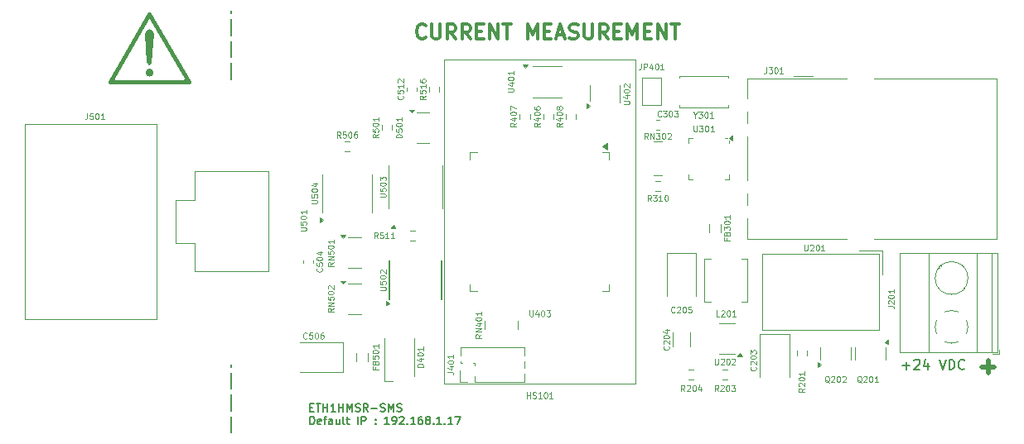
<source format=gbr>
G04 #@! TF.GenerationSoftware,KiCad,Pcbnew,8.0.1*
G04 #@! TF.CreationDate,2024-03-27T20:13:14+01:00*
G04 #@! TF.ProjectId,ETH1HMSR-SMS,45544831-484d-4535-922d-534d532e6b69,rev?*
G04 #@! TF.SameCoordinates,Original*
G04 #@! TF.FileFunction,Legend,Top*
G04 #@! TF.FilePolarity,Positive*
%FSLAX46Y46*%
G04 Gerber Fmt 4.6, Leading zero omitted, Abs format (unit mm)*
G04 Created by KiCad (PCBNEW 8.0.1) date 2024-03-27 20:13:14*
%MOMM*%
%LPD*%
G01*
G04 APERTURE LIST*
%ADD10C,0.150000*%
%ADD11C,0.500000*%
%ADD12C,0.200000*%
%ADD13C,0.300000*%
%ADD14C,0.120000*%
%ADD15C,0.100000*%
%ADD16C,0.381000*%
%ADD17C,0.450000*%
%ADD18C,0.250000*%
%ADD19C,0.400000*%
%ADD20C,0.000000*%
G04 APERTURE END LIST*
D10*
X121285000Y-104140000D02*
X121285000Y-102490000D01*
X121285000Y-101890000D02*
X121285000Y-100240000D01*
X121285000Y-99640000D02*
X121285000Y-97990000D01*
X121285000Y-97390000D02*
X121285000Y-97155000D01*
X121285000Y-67945000D02*
X121285000Y-66295000D01*
X121285000Y-65695000D02*
X121285000Y-64045000D01*
X121285000Y-63445000D02*
X121285000Y-61795000D01*
X121285000Y-61195000D02*
X121285000Y-60960000D01*
D11*
X198628000Y-98044000D02*
X198628000Y-96774000D01*
X197993000Y-97409000D02*
X199263000Y-97409000D01*
D12*
X189853673Y-97276266D02*
X190615578Y-97276266D01*
X190234625Y-97657219D02*
X190234625Y-96895314D01*
X191044149Y-96752457D02*
X191091768Y-96704838D01*
X191091768Y-96704838D02*
X191187006Y-96657219D01*
X191187006Y-96657219D02*
X191425101Y-96657219D01*
X191425101Y-96657219D02*
X191520339Y-96704838D01*
X191520339Y-96704838D02*
X191567958Y-96752457D01*
X191567958Y-96752457D02*
X191615577Y-96847695D01*
X191615577Y-96847695D02*
X191615577Y-96942933D01*
X191615577Y-96942933D02*
X191567958Y-97085790D01*
X191567958Y-97085790D02*
X190996530Y-97657219D01*
X190996530Y-97657219D02*
X191615577Y-97657219D01*
X192472720Y-96990552D02*
X192472720Y-97657219D01*
X192234625Y-96609600D02*
X191996530Y-97323885D01*
X191996530Y-97323885D02*
X192615577Y-97323885D01*
X193615578Y-96657219D02*
X193948911Y-97657219D01*
X193948911Y-97657219D02*
X194282244Y-96657219D01*
X194615578Y-97657219D02*
X194615578Y-96657219D01*
X194615578Y-96657219D02*
X194853673Y-96657219D01*
X194853673Y-96657219D02*
X194996530Y-96704838D01*
X194996530Y-96704838D02*
X195091768Y-96800076D01*
X195091768Y-96800076D02*
X195139387Y-96895314D01*
X195139387Y-96895314D02*
X195187006Y-97085790D01*
X195187006Y-97085790D02*
X195187006Y-97228647D01*
X195187006Y-97228647D02*
X195139387Y-97419123D01*
X195139387Y-97419123D02*
X195091768Y-97514361D01*
X195091768Y-97514361D02*
X194996530Y-97609600D01*
X194996530Y-97609600D02*
X194853673Y-97657219D01*
X194853673Y-97657219D02*
X194615578Y-97657219D01*
X196187006Y-97561980D02*
X196139387Y-97609600D01*
X196139387Y-97609600D02*
X195996530Y-97657219D01*
X195996530Y-97657219D02*
X195901292Y-97657219D01*
X195901292Y-97657219D02*
X195758435Y-97609600D01*
X195758435Y-97609600D02*
X195663197Y-97514361D01*
X195663197Y-97514361D02*
X195615578Y-97419123D01*
X195615578Y-97419123D02*
X195567959Y-97228647D01*
X195567959Y-97228647D02*
X195567959Y-97085790D01*
X195567959Y-97085790D02*
X195615578Y-96895314D01*
X195615578Y-96895314D02*
X195663197Y-96800076D01*
X195663197Y-96800076D02*
X195758435Y-96704838D01*
X195758435Y-96704838D02*
X195901292Y-96657219D01*
X195901292Y-96657219D02*
X195996530Y-96657219D01*
X195996530Y-96657219D02*
X196139387Y-96704838D01*
X196139387Y-96704838D02*
X196187006Y-96752457D01*
D13*
X141114427Y-63665971D02*
X141042999Y-63737400D01*
X141042999Y-63737400D02*
X140828713Y-63808828D01*
X140828713Y-63808828D02*
X140685856Y-63808828D01*
X140685856Y-63808828D02*
X140471570Y-63737400D01*
X140471570Y-63737400D02*
X140328713Y-63594542D01*
X140328713Y-63594542D02*
X140257284Y-63451685D01*
X140257284Y-63451685D02*
X140185856Y-63165971D01*
X140185856Y-63165971D02*
X140185856Y-62951685D01*
X140185856Y-62951685D02*
X140257284Y-62665971D01*
X140257284Y-62665971D02*
X140328713Y-62523114D01*
X140328713Y-62523114D02*
X140471570Y-62380257D01*
X140471570Y-62380257D02*
X140685856Y-62308828D01*
X140685856Y-62308828D02*
X140828713Y-62308828D01*
X140828713Y-62308828D02*
X141042999Y-62380257D01*
X141042999Y-62380257D02*
X141114427Y-62451685D01*
X141757284Y-62308828D02*
X141757284Y-63523114D01*
X141757284Y-63523114D02*
X141828713Y-63665971D01*
X141828713Y-63665971D02*
X141900142Y-63737400D01*
X141900142Y-63737400D02*
X142042999Y-63808828D01*
X142042999Y-63808828D02*
X142328713Y-63808828D01*
X142328713Y-63808828D02*
X142471570Y-63737400D01*
X142471570Y-63737400D02*
X142542999Y-63665971D01*
X142542999Y-63665971D02*
X142614427Y-63523114D01*
X142614427Y-63523114D02*
X142614427Y-62308828D01*
X144185856Y-63808828D02*
X143685856Y-63094542D01*
X143328713Y-63808828D02*
X143328713Y-62308828D01*
X143328713Y-62308828D02*
X143900142Y-62308828D01*
X143900142Y-62308828D02*
X144042999Y-62380257D01*
X144042999Y-62380257D02*
X144114428Y-62451685D01*
X144114428Y-62451685D02*
X144185856Y-62594542D01*
X144185856Y-62594542D02*
X144185856Y-62808828D01*
X144185856Y-62808828D02*
X144114428Y-62951685D01*
X144114428Y-62951685D02*
X144042999Y-63023114D01*
X144042999Y-63023114D02*
X143900142Y-63094542D01*
X143900142Y-63094542D02*
X143328713Y-63094542D01*
X145685856Y-63808828D02*
X145185856Y-63094542D01*
X144828713Y-63808828D02*
X144828713Y-62308828D01*
X144828713Y-62308828D02*
X145400142Y-62308828D01*
X145400142Y-62308828D02*
X145542999Y-62380257D01*
X145542999Y-62380257D02*
X145614428Y-62451685D01*
X145614428Y-62451685D02*
X145685856Y-62594542D01*
X145685856Y-62594542D02*
X145685856Y-62808828D01*
X145685856Y-62808828D02*
X145614428Y-62951685D01*
X145614428Y-62951685D02*
X145542999Y-63023114D01*
X145542999Y-63023114D02*
X145400142Y-63094542D01*
X145400142Y-63094542D02*
X144828713Y-63094542D01*
X146328713Y-63023114D02*
X146828713Y-63023114D01*
X147042999Y-63808828D02*
X146328713Y-63808828D01*
X146328713Y-63808828D02*
X146328713Y-62308828D01*
X146328713Y-62308828D02*
X147042999Y-62308828D01*
X147685856Y-63808828D02*
X147685856Y-62308828D01*
X147685856Y-62308828D02*
X148542999Y-63808828D01*
X148542999Y-63808828D02*
X148542999Y-62308828D01*
X149043000Y-62308828D02*
X149900143Y-62308828D01*
X149471571Y-63808828D02*
X149471571Y-62308828D01*
X151542999Y-63808828D02*
X151542999Y-62308828D01*
X151542999Y-62308828D02*
X152042999Y-63380257D01*
X152042999Y-63380257D02*
X152542999Y-62308828D01*
X152542999Y-62308828D02*
X152542999Y-63808828D01*
X153257285Y-63023114D02*
X153757285Y-63023114D01*
X153971571Y-63808828D02*
X153257285Y-63808828D01*
X153257285Y-63808828D02*
X153257285Y-62308828D01*
X153257285Y-62308828D02*
X153971571Y-62308828D01*
X154543000Y-63380257D02*
X155257286Y-63380257D01*
X154400143Y-63808828D02*
X154900143Y-62308828D01*
X154900143Y-62308828D02*
X155400143Y-63808828D01*
X155828714Y-63737400D02*
X156043000Y-63808828D01*
X156043000Y-63808828D02*
X156400142Y-63808828D01*
X156400142Y-63808828D02*
X156543000Y-63737400D01*
X156543000Y-63737400D02*
X156614428Y-63665971D01*
X156614428Y-63665971D02*
X156685857Y-63523114D01*
X156685857Y-63523114D02*
X156685857Y-63380257D01*
X156685857Y-63380257D02*
X156614428Y-63237400D01*
X156614428Y-63237400D02*
X156543000Y-63165971D01*
X156543000Y-63165971D02*
X156400142Y-63094542D01*
X156400142Y-63094542D02*
X156114428Y-63023114D01*
X156114428Y-63023114D02*
X155971571Y-62951685D01*
X155971571Y-62951685D02*
X155900142Y-62880257D01*
X155900142Y-62880257D02*
X155828714Y-62737400D01*
X155828714Y-62737400D02*
X155828714Y-62594542D01*
X155828714Y-62594542D02*
X155900142Y-62451685D01*
X155900142Y-62451685D02*
X155971571Y-62380257D01*
X155971571Y-62380257D02*
X156114428Y-62308828D01*
X156114428Y-62308828D02*
X156471571Y-62308828D01*
X156471571Y-62308828D02*
X156685857Y-62380257D01*
X157328713Y-62308828D02*
X157328713Y-63523114D01*
X157328713Y-63523114D02*
X157400142Y-63665971D01*
X157400142Y-63665971D02*
X157471571Y-63737400D01*
X157471571Y-63737400D02*
X157614428Y-63808828D01*
X157614428Y-63808828D02*
X157900142Y-63808828D01*
X157900142Y-63808828D02*
X158042999Y-63737400D01*
X158042999Y-63737400D02*
X158114428Y-63665971D01*
X158114428Y-63665971D02*
X158185856Y-63523114D01*
X158185856Y-63523114D02*
X158185856Y-62308828D01*
X159757285Y-63808828D02*
X159257285Y-63094542D01*
X158900142Y-63808828D02*
X158900142Y-62308828D01*
X158900142Y-62308828D02*
X159471571Y-62308828D01*
X159471571Y-62308828D02*
X159614428Y-62380257D01*
X159614428Y-62380257D02*
X159685857Y-62451685D01*
X159685857Y-62451685D02*
X159757285Y-62594542D01*
X159757285Y-62594542D02*
X159757285Y-62808828D01*
X159757285Y-62808828D02*
X159685857Y-62951685D01*
X159685857Y-62951685D02*
X159614428Y-63023114D01*
X159614428Y-63023114D02*
X159471571Y-63094542D01*
X159471571Y-63094542D02*
X158900142Y-63094542D01*
X160400142Y-63023114D02*
X160900142Y-63023114D01*
X161114428Y-63808828D02*
X160400142Y-63808828D01*
X160400142Y-63808828D02*
X160400142Y-62308828D01*
X160400142Y-62308828D02*
X161114428Y-62308828D01*
X161757285Y-63808828D02*
X161757285Y-62308828D01*
X161757285Y-62308828D02*
X162257285Y-63380257D01*
X162257285Y-63380257D02*
X162757285Y-62308828D01*
X162757285Y-62308828D02*
X162757285Y-63808828D01*
X163471571Y-63023114D02*
X163971571Y-63023114D01*
X164185857Y-63808828D02*
X163471571Y-63808828D01*
X163471571Y-63808828D02*
X163471571Y-62308828D01*
X163471571Y-62308828D02*
X164185857Y-62308828D01*
X164828714Y-63808828D02*
X164828714Y-62308828D01*
X164828714Y-62308828D02*
X165685857Y-63808828D01*
X165685857Y-63808828D02*
X165685857Y-62308828D01*
X166185858Y-62308828D02*
X167043001Y-62308828D01*
X166614429Y-63808828D02*
X166614429Y-62308828D01*
D10*
X129321160Y-101565292D02*
X129587826Y-101565292D01*
X129702112Y-101984340D02*
X129321160Y-101984340D01*
X129321160Y-101984340D02*
X129321160Y-101184340D01*
X129321160Y-101184340D02*
X129702112Y-101184340D01*
X129930684Y-101184340D02*
X130387827Y-101184340D01*
X130159255Y-101984340D02*
X130159255Y-101184340D01*
X130654494Y-101984340D02*
X130654494Y-101184340D01*
X130654494Y-101565292D02*
X131111637Y-101565292D01*
X131111637Y-101984340D02*
X131111637Y-101184340D01*
X131911636Y-101984340D02*
X131454493Y-101984340D01*
X131683065Y-101984340D02*
X131683065Y-101184340D01*
X131683065Y-101184340D02*
X131606874Y-101298625D01*
X131606874Y-101298625D02*
X131530684Y-101374816D01*
X131530684Y-101374816D02*
X131454493Y-101412911D01*
X132254494Y-101984340D02*
X132254494Y-101184340D01*
X132254494Y-101565292D02*
X132711637Y-101565292D01*
X132711637Y-101984340D02*
X132711637Y-101184340D01*
X133092589Y-101984340D02*
X133092589Y-101184340D01*
X133092589Y-101184340D02*
X133359255Y-101755768D01*
X133359255Y-101755768D02*
X133625922Y-101184340D01*
X133625922Y-101184340D02*
X133625922Y-101984340D01*
X133968779Y-101946245D02*
X134083065Y-101984340D01*
X134083065Y-101984340D02*
X134273541Y-101984340D01*
X134273541Y-101984340D02*
X134349732Y-101946245D01*
X134349732Y-101946245D02*
X134387827Y-101908149D01*
X134387827Y-101908149D02*
X134425922Y-101831959D01*
X134425922Y-101831959D02*
X134425922Y-101755768D01*
X134425922Y-101755768D02*
X134387827Y-101679578D01*
X134387827Y-101679578D02*
X134349732Y-101641483D01*
X134349732Y-101641483D02*
X134273541Y-101603387D01*
X134273541Y-101603387D02*
X134121160Y-101565292D01*
X134121160Y-101565292D02*
X134044970Y-101527197D01*
X134044970Y-101527197D02*
X134006875Y-101489102D01*
X134006875Y-101489102D02*
X133968779Y-101412911D01*
X133968779Y-101412911D02*
X133968779Y-101336721D01*
X133968779Y-101336721D02*
X134006875Y-101260530D01*
X134006875Y-101260530D02*
X134044970Y-101222435D01*
X134044970Y-101222435D02*
X134121160Y-101184340D01*
X134121160Y-101184340D02*
X134311637Y-101184340D01*
X134311637Y-101184340D02*
X134425922Y-101222435D01*
X135225923Y-101984340D02*
X134959256Y-101603387D01*
X134768780Y-101984340D02*
X134768780Y-101184340D01*
X134768780Y-101184340D02*
X135073542Y-101184340D01*
X135073542Y-101184340D02*
X135149732Y-101222435D01*
X135149732Y-101222435D02*
X135187827Y-101260530D01*
X135187827Y-101260530D02*
X135225923Y-101336721D01*
X135225923Y-101336721D02*
X135225923Y-101451006D01*
X135225923Y-101451006D02*
X135187827Y-101527197D01*
X135187827Y-101527197D02*
X135149732Y-101565292D01*
X135149732Y-101565292D02*
X135073542Y-101603387D01*
X135073542Y-101603387D02*
X134768780Y-101603387D01*
X135568780Y-101679578D02*
X136178304Y-101679578D01*
X136521160Y-101946245D02*
X136635446Y-101984340D01*
X136635446Y-101984340D02*
X136825922Y-101984340D01*
X136825922Y-101984340D02*
X136902113Y-101946245D01*
X136902113Y-101946245D02*
X136940208Y-101908149D01*
X136940208Y-101908149D02*
X136978303Y-101831959D01*
X136978303Y-101831959D02*
X136978303Y-101755768D01*
X136978303Y-101755768D02*
X136940208Y-101679578D01*
X136940208Y-101679578D02*
X136902113Y-101641483D01*
X136902113Y-101641483D02*
X136825922Y-101603387D01*
X136825922Y-101603387D02*
X136673541Y-101565292D01*
X136673541Y-101565292D02*
X136597351Y-101527197D01*
X136597351Y-101527197D02*
X136559256Y-101489102D01*
X136559256Y-101489102D02*
X136521160Y-101412911D01*
X136521160Y-101412911D02*
X136521160Y-101336721D01*
X136521160Y-101336721D02*
X136559256Y-101260530D01*
X136559256Y-101260530D02*
X136597351Y-101222435D01*
X136597351Y-101222435D02*
X136673541Y-101184340D01*
X136673541Y-101184340D02*
X136864018Y-101184340D01*
X136864018Y-101184340D02*
X136978303Y-101222435D01*
X137321161Y-101984340D02*
X137321161Y-101184340D01*
X137321161Y-101184340D02*
X137587827Y-101755768D01*
X137587827Y-101755768D02*
X137854494Y-101184340D01*
X137854494Y-101184340D02*
X137854494Y-101984340D01*
X138197351Y-101946245D02*
X138311637Y-101984340D01*
X138311637Y-101984340D02*
X138502113Y-101984340D01*
X138502113Y-101984340D02*
X138578304Y-101946245D01*
X138578304Y-101946245D02*
X138616399Y-101908149D01*
X138616399Y-101908149D02*
X138654494Y-101831959D01*
X138654494Y-101831959D02*
X138654494Y-101755768D01*
X138654494Y-101755768D02*
X138616399Y-101679578D01*
X138616399Y-101679578D02*
X138578304Y-101641483D01*
X138578304Y-101641483D02*
X138502113Y-101603387D01*
X138502113Y-101603387D02*
X138349732Y-101565292D01*
X138349732Y-101565292D02*
X138273542Y-101527197D01*
X138273542Y-101527197D02*
X138235447Y-101489102D01*
X138235447Y-101489102D02*
X138197351Y-101412911D01*
X138197351Y-101412911D02*
X138197351Y-101336721D01*
X138197351Y-101336721D02*
X138235447Y-101260530D01*
X138235447Y-101260530D02*
X138273542Y-101222435D01*
X138273542Y-101222435D02*
X138349732Y-101184340D01*
X138349732Y-101184340D02*
X138540209Y-101184340D01*
X138540209Y-101184340D02*
X138654494Y-101222435D01*
X129321160Y-103272295D02*
X129321160Y-102472295D01*
X129321160Y-102472295D02*
X129511636Y-102472295D01*
X129511636Y-102472295D02*
X129625922Y-102510390D01*
X129625922Y-102510390D02*
X129702112Y-102586580D01*
X129702112Y-102586580D02*
X129740207Y-102662771D01*
X129740207Y-102662771D02*
X129778303Y-102815152D01*
X129778303Y-102815152D02*
X129778303Y-102929438D01*
X129778303Y-102929438D02*
X129740207Y-103081819D01*
X129740207Y-103081819D02*
X129702112Y-103158009D01*
X129702112Y-103158009D02*
X129625922Y-103234200D01*
X129625922Y-103234200D02*
X129511636Y-103272295D01*
X129511636Y-103272295D02*
X129321160Y-103272295D01*
X130425922Y-103234200D02*
X130349731Y-103272295D01*
X130349731Y-103272295D02*
X130197350Y-103272295D01*
X130197350Y-103272295D02*
X130121160Y-103234200D01*
X130121160Y-103234200D02*
X130083064Y-103158009D01*
X130083064Y-103158009D02*
X130083064Y-102853247D01*
X130083064Y-102853247D02*
X130121160Y-102777057D01*
X130121160Y-102777057D02*
X130197350Y-102738961D01*
X130197350Y-102738961D02*
X130349731Y-102738961D01*
X130349731Y-102738961D02*
X130425922Y-102777057D01*
X130425922Y-102777057D02*
X130464017Y-102853247D01*
X130464017Y-102853247D02*
X130464017Y-102929438D01*
X130464017Y-102929438D02*
X130083064Y-103005628D01*
X130692588Y-102738961D02*
X130997350Y-102738961D01*
X130806874Y-103272295D02*
X130806874Y-102586580D01*
X130806874Y-102586580D02*
X130844969Y-102510390D01*
X130844969Y-102510390D02*
X130921159Y-102472295D01*
X130921159Y-102472295D02*
X130997350Y-102472295D01*
X131606874Y-103272295D02*
X131606874Y-102853247D01*
X131606874Y-102853247D02*
X131568779Y-102777057D01*
X131568779Y-102777057D02*
X131492588Y-102738961D01*
X131492588Y-102738961D02*
X131340207Y-102738961D01*
X131340207Y-102738961D02*
X131264017Y-102777057D01*
X131606874Y-103234200D02*
X131530683Y-103272295D01*
X131530683Y-103272295D02*
X131340207Y-103272295D01*
X131340207Y-103272295D02*
X131264017Y-103234200D01*
X131264017Y-103234200D02*
X131225921Y-103158009D01*
X131225921Y-103158009D02*
X131225921Y-103081819D01*
X131225921Y-103081819D02*
X131264017Y-103005628D01*
X131264017Y-103005628D02*
X131340207Y-102967533D01*
X131340207Y-102967533D02*
X131530683Y-102967533D01*
X131530683Y-102967533D02*
X131606874Y-102929438D01*
X132330684Y-102738961D02*
X132330684Y-103272295D01*
X131987827Y-102738961D02*
X131987827Y-103158009D01*
X131987827Y-103158009D02*
X132025922Y-103234200D01*
X132025922Y-103234200D02*
X132102112Y-103272295D01*
X132102112Y-103272295D02*
X132216398Y-103272295D01*
X132216398Y-103272295D02*
X132292589Y-103234200D01*
X132292589Y-103234200D02*
X132330684Y-103196104D01*
X132825922Y-103272295D02*
X132749732Y-103234200D01*
X132749732Y-103234200D02*
X132711637Y-103158009D01*
X132711637Y-103158009D02*
X132711637Y-102472295D01*
X133016399Y-102738961D02*
X133321161Y-102738961D01*
X133130685Y-102472295D02*
X133130685Y-103158009D01*
X133130685Y-103158009D02*
X133168780Y-103234200D01*
X133168780Y-103234200D02*
X133244970Y-103272295D01*
X133244970Y-103272295D02*
X133321161Y-103272295D01*
X134197352Y-103272295D02*
X134197352Y-102472295D01*
X134578304Y-103272295D02*
X134578304Y-102472295D01*
X134578304Y-102472295D02*
X134883066Y-102472295D01*
X134883066Y-102472295D02*
X134959256Y-102510390D01*
X134959256Y-102510390D02*
X134997351Y-102548485D01*
X134997351Y-102548485D02*
X135035447Y-102624676D01*
X135035447Y-102624676D02*
X135035447Y-102738961D01*
X135035447Y-102738961D02*
X134997351Y-102815152D01*
X134997351Y-102815152D02*
X134959256Y-102853247D01*
X134959256Y-102853247D02*
X134883066Y-102891342D01*
X134883066Y-102891342D02*
X134578304Y-102891342D01*
X135987828Y-103196104D02*
X136025923Y-103234200D01*
X136025923Y-103234200D02*
X135987828Y-103272295D01*
X135987828Y-103272295D02*
X135949732Y-103234200D01*
X135949732Y-103234200D02*
X135987828Y-103196104D01*
X135987828Y-103196104D02*
X135987828Y-103272295D01*
X135987828Y-102777057D02*
X136025923Y-102815152D01*
X136025923Y-102815152D02*
X135987828Y-102853247D01*
X135987828Y-102853247D02*
X135949732Y-102815152D01*
X135949732Y-102815152D02*
X135987828Y-102777057D01*
X135987828Y-102777057D02*
X135987828Y-102853247D01*
X137397351Y-103272295D02*
X136940208Y-103272295D01*
X137168780Y-103272295D02*
X137168780Y-102472295D01*
X137168780Y-102472295D02*
X137092589Y-102586580D01*
X137092589Y-102586580D02*
X137016399Y-102662771D01*
X137016399Y-102662771D02*
X136940208Y-102700866D01*
X137778304Y-103272295D02*
X137930685Y-103272295D01*
X137930685Y-103272295D02*
X138006875Y-103234200D01*
X138006875Y-103234200D02*
X138044971Y-103196104D01*
X138044971Y-103196104D02*
X138121161Y-103081819D01*
X138121161Y-103081819D02*
X138159256Y-102929438D01*
X138159256Y-102929438D02*
X138159256Y-102624676D01*
X138159256Y-102624676D02*
X138121161Y-102548485D01*
X138121161Y-102548485D02*
X138083066Y-102510390D01*
X138083066Y-102510390D02*
X138006875Y-102472295D01*
X138006875Y-102472295D02*
X137854494Y-102472295D01*
X137854494Y-102472295D02*
X137778304Y-102510390D01*
X137778304Y-102510390D02*
X137740209Y-102548485D01*
X137740209Y-102548485D02*
X137702113Y-102624676D01*
X137702113Y-102624676D02*
X137702113Y-102815152D01*
X137702113Y-102815152D02*
X137740209Y-102891342D01*
X137740209Y-102891342D02*
X137778304Y-102929438D01*
X137778304Y-102929438D02*
X137854494Y-102967533D01*
X137854494Y-102967533D02*
X138006875Y-102967533D01*
X138006875Y-102967533D02*
X138083066Y-102929438D01*
X138083066Y-102929438D02*
X138121161Y-102891342D01*
X138121161Y-102891342D02*
X138159256Y-102815152D01*
X138464018Y-102548485D02*
X138502114Y-102510390D01*
X138502114Y-102510390D02*
X138578304Y-102472295D01*
X138578304Y-102472295D02*
X138768780Y-102472295D01*
X138768780Y-102472295D02*
X138844971Y-102510390D01*
X138844971Y-102510390D02*
X138883066Y-102548485D01*
X138883066Y-102548485D02*
X138921161Y-102624676D01*
X138921161Y-102624676D02*
X138921161Y-102700866D01*
X138921161Y-102700866D02*
X138883066Y-102815152D01*
X138883066Y-102815152D02*
X138425923Y-103272295D01*
X138425923Y-103272295D02*
X138921161Y-103272295D01*
X139264019Y-103196104D02*
X139302114Y-103234200D01*
X139302114Y-103234200D02*
X139264019Y-103272295D01*
X139264019Y-103272295D02*
X139225923Y-103234200D01*
X139225923Y-103234200D02*
X139264019Y-103196104D01*
X139264019Y-103196104D02*
X139264019Y-103272295D01*
X140064018Y-103272295D02*
X139606875Y-103272295D01*
X139835447Y-103272295D02*
X139835447Y-102472295D01*
X139835447Y-102472295D02*
X139759256Y-102586580D01*
X139759256Y-102586580D02*
X139683066Y-102662771D01*
X139683066Y-102662771D02*
X139606875Y-102700866D01*
X140749733Y-102472295D02*
X140597352Y-102472295D01*
X140597352Y-102472295D02*
X140521161Y-102510390D01*
X140521161Y-102510390D02*
X140483066Y-102548485D01*
X140483066Y-102548485D02*
X140406876Y-102662771D01*
X140406876Y-102662771D02*
X140368780Y-102815152D01*
X140368780Y-102815152D02*
X140368780Y-103119914D01*
X140368780Y-103119914D02*
X140406876Y-103196104D01*
X140406876Y-103196104D02*
X140444971Y-103234200D01*
X140444971Y-103234200D02*
X140521161Y-103272295D01*
X140521161Y-103272295D02*
X140673542Y-103272295D01*
X140673542Y-103272295D02*
X140749733Y-103234200D01*
X140749733Y-103234200D02*
X140787828Y-103196104D01*
X140787828Y-103196104D02*
X140825923Y-103119914D01*
X140825923Y-103119914D02*
X140825923Y-102929438D01*
X140825923Y-102929438D02*
X140787828Y-102853247D01*
X140787828Y-102853247D02*
X140749733Y-102815152D01*
X140749733Y-102815152D02*
X140673542Y-102777057D01*
X140673542Y-102777057D02*
X140521161Y-102777057D01*
X140521161Y-102777057D02*
X140444971Y-102815152D01*
X140444971Y-102815152D02*
X140406876Y-102853247D01*
X140406876Y-102853247D02*
X140368780Y-102929438D01*
X141283066Y-102815152D02*
X141206876Y-102777057D01*
X141206876Y-102777057D02*
X141168781Y-102738961D01*
X141168781Y-102738961D02*
X141130685Y-102662771D01*
X141130685Y-102662771D02*
X141130685Y-102624676D01*
X141130685Y-102624676D02*
X141168781Y-102548485D01*
X141168781Y-102548485D02*
X141206876Y-102510390D01*
X141206876Y-102510390D02*
X141283066Y-102472295D01*
X141283066Y-102472295D02*
X141435447Y-102472295D01*
X141435447Y-102472295D02*
X141511638Y-102510390D01*
X141511638Y-102510390D02*
X141549733Y-102548485D01*
X141549733Y-102548485D02*
X141587828Y-102624676D01*
X141587828Y-102624676D02*
X141587828Y-102662771D01*
X141587828Y-102662771D02*
X141549733Y-102738961D01*
X141549733Y-102738961D02*
X141511638Y-102777057D01*
X141511638Y-102777057D02*
X141435447Y-102815152D01*
X141435447Y-102815152D02*
X141283066Y-102815152D01*
X141283066Y-102815152D02*
X141206876Y-102853247D01*
X141206876Y-102853247D02*
X141168781Y-102891342D01*
X141168781Y-102891342D02*
X141130685Y-102967533D01*
X141130685Y-102967533D02*
X141130685Y-103119914D01*
X141130685Y-103119914D02*
X141168781Y-103196104D01*
X141168781Y-103196104D02*
X141206876Y-103234200D01*
X141206876Y-103234200D02*
X141283066Y-103272295D01*
X141283066Y-103272295D02*
X141435447Y-103272295D01*
X141435447Y-103272295D02*
X141511638Y-103234200D01*
X141511638Y-103234200D02*
X141549733Y-103196104D01*
X141549733Y-103196104D02*
X141587828Y-103119914D01*
X141587828Y-103119914D02*
X141587828Y-102967533D01*
X141587828Y-102967533D02*
X141549733Y-102891342D01*
X141549733Y-102891342D02*
X141511638Y-102853247D01*
X141511638Y-102853247D02*
X141435447Y-102815152D01*
X141930686Y-103196104D02*
X141968781Y-103234200D01*
X141968781Y-103234200D02*
X141930686Y-103272295D01*
X141930686Y-103272295D02*
X141892590Y-103234200D01*
X141892590Y-103234200D02*
X141930686Y-103196104D01*
X141930686Y-103196104D02*
X141930686Y-103272295D01*
X142730685Y-103272295D02*
X142273542Y-103272295D01*
X142502114Y-103272295D02*
X142502114Y-102472295D01*
X142502114Y-102472295D02*
X142425923Y-102586580D01*
X142425923Y-102586580D02*
X142349733Y-102662771D01*
X142349733Y-102662771D02*
X142273542Y-102700866D01*
X143073543Y-103196104D02*
X143111638Y-103234200D01*
X143111638Y-103234200D02*
X143073543Y-103272295D01*
X143073543Y-103272295D02*
X143035447Y-103234200D01*
X143035447Y-103234200D02*
X143073543Y-103196104D01*
X143073543Y-103196104D02*
X143073543Y-103272295D01*
X143873542Y-103272295D02*
X143416399Y-103272295D01*
X143644971Y-103272295D02*
X143644971Y-102472295D01*
X143644971Y-102472295D02*
X143568780Y-102586580D01*
X143568780Y-102586580D02*
X143492590Y-102662771D01*
X143492590Y-102662771D02*
X143416399Y-102700866D01*
X144140209Y-102472295D02*
X144673543Y-102472295D01*
X144673543Y-102472295D02*
X144330685Y-103272295D01*
D14*
X131716331Y-91409714D02*
X131430617Y-91609714D01*
X131716331Y-91752571D02*
X131116331Y-91752571D01*
X131116331Y-91752571D02*
X131116331Y-91524000D01*
X131116331Y-91524000D02*
X131144902Y-91466857D01*
X131144902Y-91466857D02*
X131173474Y-91438286D01*
X131173474Y-91438286D02*
X131230617Y-91409714D01*
X131230617Y-91409714D02*
X131316331Y-91409714D01*
X131316331Y-91409714D02*
X131373474Y-91438286D01*
X131373474Y-91438286D02*
X131402045Y-91466857D01*
X131402045Y-91466857D02*
X131430617Y-91524000D01*
X131430617Y-91524000D02*
X131430617Y-91752571D01*
X131716331Y-91152571D02*
X131116331Y-91152571D01*
X131116331Y-91152571D02*
X131716331Y-90809714D01*
X131716331Y-90809714D02*
X131116331Y-90809714D01*
X131116331Y-90238286D02*
X131116331Y-90524000D01*
X131116331Y-90524000D02*
X131402045Y-90552572D01*
X131402045Y-90552572D02*
X131373474Y-90524000D01*
X131373474Y-90524000D02*
X131344902Y-90466858D01*
X131344902Y-90466858D02*
X131344902Y-90324000D01*
X131344902Y-90324000D02*
X131373474Y-90266858D01*
X131373474Y-90266858D02*
X131402045Y-90238286D01*
X131402045Y-90238286D02*
X131459188Y-90209715D01*
X131459188Y-90209715D02*
X131602045Y-90209715D01*
X131602045Y-90209715D02*
X131659188Y-90238286D01*
X131659188Y-90238286D02*
X131687760Y-90266858D01*
X131687760Y-90266858D02*
X131716331Y-90324000D01*
X131716331Y-90324000D02*
X131716331Y-90466858D01*
X131716331Y-90466858D02*
X131687760Y-90524000D01*
X131687760Y-90524000D02*
X131659188Y-90552572D01*
X131116331Y-89838286D02*
X131116331Y-89781143D01*
X131116331Y-89781143D02*
X131144902Y-89724000D01*
X131144902Y-89724000D02*
X131173474Y-89695429D01*
X131173474Y-89695429D02*
X131230617Y-89666857D01*
X131230617Y-89666857D02*
X131344902Y-89638286D01*
X131344902Y-89638286D02*
X131487760Y-89638286D01*
X131487760Y-89638286D02*
X131602045Y-89666857D01*
X131602045Y-89666857D02*
X131659188Y-89695429D01*
X131659188Y-89695429D02*
X131687760Y-89724000D01*
X131687760Y-89724000D02*
X131716331Y-89781143D01*
X131716331Y-89781143D02*
X131716331Y-89838286D01*
X131716331Y-89838286D02*
X131687760Y-89895429D01*
X131687760Y-89895429D02*
X131659188Y-89924000D01*
X131659188Y-89924000D02*
X131602045Y-89952571D01*
X131602045Y-89952571D02*
X131487760Y-89981143D01*
X131487760Y-89981143D02*
X131344902Y-89981143D01*
X131344902Y-89981143D02*
X131230617Y-89952571D01*
X131230617Y-89952571D02*
X131173474Y-89924000D01*
X131173474Y-89924000D02*
X131144902Y-89895429D01*
X131144902Y-89895429D02*
X131116331Y-89838286D01*
X131173474Y-89409714D02*
X131144902Y-89381142D01*
X131144902Y-89381142D02*
X131116331Y-89324000D01*
X131116331Y-89324000D02*
X131116331Y-89181142D01*
X131116331Y-89181142D02*
X131144902Y-89124000D01*
X131144902Y-89124000D02*
X131173474Y-89095428D01*
X131173474Y-89095428D02*
X131230617Y-89066857D01*
X131230617Y-89066857D02*
X131287760Y-89066857D01*
X131287760Y-89066857D02*
X131373474Y-89095428D01*
X131373474Y-89095428D02*
X131716331Y-89438285D01*
X131716331Y-89438285D02*
X131716331Y-89066857D01*
X136450331Y-80022571D02*
X136936045Y-80022571D01*
X136936045Y-80022571D02*
X136993188Y-79994000D01*
X136993188Y-79994000D02*
X137021760Y-79965429D01*
X137021760Y-79965429D02*
X137050331Y-79908286D01*
X137050331Y-79908286D02*
X137050331Y-79794000D01*
X137050331Y-79794000D02*
X137021760Y-79736857D01*
X137021760Y-79736857D02*
X136993188Y-79708286D01*
X136993188Y-79708286D02*
X136936045Y-79679714D01*
X136936045Y-79679714D02*
X136450331Y-79679714D01*
X136450331Y-79108286D02*
X136450331Y-79394000D01*
X136450331Y-79394000D02*
X136736045Y-79422572D01*
X136736045Y-79422572D02*
X136707474Y-79394000D01*
X136707474Y-79394000D02*
X136678902Y-79336858D01*
X136678902Y-79336858D02*
X136678902Y-79194000D01*
X136678902Y-79194000D02*
X136707474Y-79136858D01*
X136707474Y-79136858D02*
X136736045Y-79108286D01*
X136736045Y-79108286D02*
X136793188Y-79079715D01*
X136793188Y-79079715D02*
X136936045Y-79079715D01*
X136936045Y-79079715D02*
X136993188Y-79108286D01*
X136993188Y-79108286D02*
X137021760Y-79136858D01*
X137021760Y-79136858D02*
X137050331Y-79194000D01*
X137050331Y-79194000D02*
X137050331Y-79336858D01*
X137050331Y-79336858D02*
X137021760Y-79394000D01*
X137021760Y-79394000D02*
X136993188Y-79422572D01*
X136450331Y-78708286D02*
X136450331Y-78651143D01*
X136450331Y-78651143D02*
X136478902Y-78594000D01*
X136478902Y-78594000D02*
X136507474Y-78565429D01*
X136507474Y-78565429D02*
X136564617Y-78536857D01*
X136564617Y-78536857D02*
X136678902Y-78508286D01*
X136678902Y-78508286D02*
X136821760Y-78508286D01*
X136821760Y-78508286D02*
X136936045Y-78536857D01*
X136936045Y-78536857D02*
X136993188Y-78565429D01*
X136993188Y-78565429D02*
X137021760Y-78594000D01*
X137021760Y-78594000D02*
X137050331Y-78651143D01*
X137050331Y-78651143D02*
X137050331Y-78708286D01*
X137050331Y-78708286D02*
X137021760Y-78765429D01*
X137021760Y-78765429D02*
X136993188Y-78794000D01*
X136993188Y-78794000D02*
X136936045Y-78822571D01*
X136936045Y-78822571D02*
X136821760Y-78851143D01*
X136821760Y-78851143D02*
X136678902Y-78851143D01*
X136678902Y-78851143D02*
X136564617Y-78822571D01*
X136564617Y-78822571D02*
X136507474Y-78794000D01*
X136507474Y-78794000D02*
X136478902Y-78765429D01*
X136478902Y-78765429D02*
X136450331Y-78708286D01*
X136450331Y-78308285D02*
X136450331Y-77936857D01*
X136450331Y-77936857D02*
X136678902Y-78136857D01*
X136678902Y-78136857D02*
X136678902Y-78051142D01*
X136678902Y-78051142D02*
X136707474Y-77994000D01*
X136707474Y-77994000D02*
X136736045Y-77965428D01*
X136736045Y-77965428D02*
X136793188Y-77936857D01*
X136793188Y-77936857D02*
X136936045Y-77936857D01*
X136936045Y-77936857D02*
X136993188Y-77965428D01*
X136993188Y-77965428D02*
X137021760Y-77994000D01*
X137021760Y-77994000D02*
X137050331Y-78051142D01*
X137050331Y-78051142D02*
X137050331Y-78222571D01*
X137050331Y-78222571D02*
X137021760Y-78279714D01*
X137021760Y-78279714D02*
X136993188Y-78308285D01*
X188393331Y-91195429D02*
X188821902Y-91195429D01*
X188821902Y-91195429D02*
X188907617Y-91224000D01*
X188907617Y-91224000D02*
X188964760Y-91281143D01*
X188964760Y-91281143D02*
X188993331Y-91366857D01*
X188993331Y-91366857D02*
X188993331Y-91424000D01*
X188450474Y-90938286D02*
X188421902Y-90909714D01*
X188421902Y-90909714D02*
X188393331Y-90852572D01*
X188393331Y-90852572D02*
X188393331Y-90709714D01*
X188393331Y-90709714D02*
X188421902Y-90652572D01*
X188421902Y-90652572D02*
X188450474Y-90624000D01*
X188450474Y-90624000D02*
X188507617Y-90595429D01*
X188507617Y-90595429D02*
X188564760Y-90595429D01*
X188564760Y-90595429D02*
X188650474Y-90624000D01*
X188650474Y-90624000D02*
X188993331Y-90966857D01*
X188993331Y-90966857D02*
X188993331Y-90595429D01*
X188393331Y-90224000D02*
X188393331Y-90166857D01*
X188393331Y-90166857D02*
X188421902Y-90109714D01*
X188421902Y-90109714D02*
X188450474Y-90081143D01*
X188450474Y-90081143D02*
X188507617Y-90052571D01*
X188507617Y-90052571D02*
X188621902Y-90024000D01*
X188621902Y-90024000D02*
X188764760Y-90024000D01*
X188764760Y-90024000D02*
X188879045Y-90052571D01*
X188879045Y-90052571D02*
X188936188Y-90081143D01*
X188936188Y-90081143D02*
X188964760Y-90109714D01*
X188964760Y-90109714D02*
X188993331Y-90166857D01*
X188993331Y-90166857D02*
X188993331Y-90224000D01*
X188993331Y-90224000D02*
X188964760Y-90281143D01*
X188964760Y-90281143D02*
X188936188Y-90309714D01*
X188936188Y-90309714D02*
X188879045Y-90338285D01*
X188879045Y-90338285D02*
X188764760Y-90366857D01*
X188764760Y-90366857D02*
X188621902Y-90366857D01*
X188621902Y-90366857D02*
X188507617Y-90338285D01*
X188507617Y-90338285D02*
X188450474Y-90309714D01*
X188450474Y-90309714D02*
X188421902Y-90281143D01*
X188421902Y-90281143D02*
X188393331Y-90224000D01*
X188993331Y-89452571D02*
X188993331Y-89795428D01*
X188993331Y-89623999D02*
X188393331Y-89623999D01*
X188393331Y-89623999D02*
X188479045Y-89681142D01*
X188479045Y-89681142D02*
X188536188Y-89738285D01*
X188536188Y-89738285D02*
X188564760Y-89795428D01*
X138771188Y-69632428D02*
X138799760Y-69661000D01*
X138799760Y-69661000D02*
X138828331Y-69746714D01*
X138828331Y-69746714D02*
X138828331Y-69803857D01*
X138828331Y-69803857D02*
X138799760Y-69889571D01*
X138799760Y-69889571D02*
X138742617Y-69946714D01*
X138742617Y-69946714D02*
X138685474Y-69975285D01*
X138685474Y-69975285D02*
X138571188Y-70003857D01*
X138571188Y-70003857D02*
X138485474Y-70003857D01*
X138485474Y-70003857D02*
X138371188Y-69975285D01*
X138371188Y-69975285D02*
X138314045Y-69946714D01*
X138314045Y-69946714D02*
X138256902Y-69889571D01*
X138256902Y-69889571D02*
X138228331Y-69803857D01*
X138228331Y-69803857D02*
X138228331Y-69746714D01*
X138228331Y-69746714D02*
X138256902Y-69661000D01*
X138256902Y-69661000D02*
X138285474Y-69632428D01*
X138228331Y-69089571D02*
X138228331Y-69375285D01*
X138228331Y-69375285D02*
X138514045Y-69403857D01*
X138514045Y-69403857D02*
X138485474Y-69375285D01*
X138485474Y-69375285D02*
X138456902Y-69318143D01*
X138456902Y-69318143D02*
X138456902Y-69175285D01*
X138456902Y-69175285D02*
X138485474Y-69118143D01*
X138485474Y-69118143D02*
X138514045Y-69089571D01*
X138514045Y-69089571D02*
X138571188Y-69061000D01*
X138571188Y-69061000D02*
X138714045Y-69061000D01*
X138714045Y-69061000D02*
X138771188Y-69089571D01*
X138771188Y-69089571D02*
X138799760Y-69118143D01*
X138799760Y-69118143D02*
X138828331Y-69175285D01*
X138828331Y-69175285D02*
X138828331Y-69318143D01*
X138828331Y-69318143D02*
X138799760Y-69375285D01*
X138799760Y-69375285D02*
X138771188Y-69403857D01*
X138828331Y-68489571D02*
X138828331Y-68832428D01*
X138828331Y-68660999D02*
X138228331Y-68660999D01*
X138228331Y-68660999D02*
X138314045Y-68718142D01*
X138314045Y-68718142D02*
X138371188Y-68775285D01*
X138371188Y-68775285D02*
X138399760Y-68832428D01*
X138285474Y-68260999D02*
X138256902Y-68232427D01*
X138256902Y-68232427D02*
X138228331Y-68175285D01*
X138228331Y-68175285D02*
X138228331Y-68032427D01*
X138228331Y-68032427D02*
X138256902Y-67975285D01*
X138256902Y-67975285D02*
X138285474Y-67946713D01*
X138285474Y-67946713D02*
X138342617Y-67918142D01*
X138342617Y-67918142D02*
X138399760Y-67918142D01*
X138399760Y-67918142D02*
X138485474Y-67946713D01*
X138485474Y-67946713D02*
X138828331Y-68289570D01*
X138828331Y-68289570D02*
X138828331Y-67918142D01*
X171915045Y-84256428D02*
X171915045Y-84456428D01*
X172229331Y-84456428D02*
X171629331Y-84456428D01*
X171629331Y-84456428D02*
X171629331Y-84170714D01*
X171915045Y-83742142D02*
X171943617Y-83656428D01*
X171943617Y-83656428D02*
X171972188Y-83627857D01*
X171972188Y-83627857D02*
X172029331Y-83599285D01*
X172029331Y-83599285D02*
X172115045Y-83599285D01*
X172115045Y-83599285D02*
X172172188Y-83627857D01*
X172172188Y-83627857D02*
X172200760Y-83656428D01*
X172200760Y-83656428D02*
X172229331Y-83713571D01*
X172229331Y-83713571D02*
X172229331Y-83942142D01*
X172229331Y-83942142D02*
X171629331Y-83942142D01*
X171629331Y-83942142D02*
X171629331Y-83742142D01*
X171629331Y-83742142D02*
X171657902Y-83685000D01*
X171657902Y-83685000D02*
X171686474Y-83656428D01*
X171686474Y-83656428D02*
X171743617Y-83627857D01*
X171743617Y-83627857D02*
X171800760Y-83627857D01*
X171800760Y-83627857D02*
X171857902Y-83656428D01*
X171857902Y-83656428D02*
X171886474Y-83685000D01*
X171886474Y-83685000D02*
X171915045Y-83742142D01*
X171915045Y-83742142D02*
X171915045Y-83942142D01*
X171629331Y-83399285D02*
X171629331Y-83027857D01*
X171629331Y-83027857D02*
X171857902Y-83227857D01*
X171857902Y-83227857D02*
X171857902Y-83142142D01*
X171857902Y-83142142D02*
X171886474Y-83085000D01*
X171886474Y-83085000D02*
X171915045Y-83056428D01*
X171915045Y-83056428D02*
X171972188Y-83027857D01*
X171972188Y-83027857D02*
X172115045Y-83027857D01*
X172115045Y-83027857D02*
X172172188Y-83056428D01*
X172172188Y-83056428D02*
X172200760Y-83085000D01*
X172200760Y-83085000D02*
X172229331Y-83142142D01*
X172229331Y-83142142D02*
X172229331Y-83313571D01*
X172229331Y-83313571D02*
X172200760Y-83370714D01*
X172200760Y-83370714D02*
X172172188Y-83399285D01*
X171629331Y-82656428D02*
X171629331Y-82599285D01*
X171629331Y-82599285D02*
X171657902Y-82542142D01*
X171657902Y-82542142D02*
X171686474Y-82513571D01*
X171686474Y-82513571D02*
X171743617Y-82484999D01*
X171743617Y-82484999D02*
X171857902Y-82456428D01*
X171857902Y-82456428D02*
X172000760Y-82456428D01*
X172000760Y-82456428D02*
X172115045Y-82484999D01*
X172115045Y-82484999D02*
X172172188Y-82513571D01*
X172172188Y-82513571D02*
X172200760Y-82542142D01*
X172200760Y-82542142D02*
X172229331Y-82599285D01*
X172229331Y-82599285D02*
X172229331Y-82656428D01*
X172229331Y-82656428D02*
X172200760Y-82713571D01*
X172200760Y-82713571D02*
X172172188Y-82742142D01*
X172172188Y-82742142D02*
X172115045Y-82770713D01*
X172115045Y-82770713D02*
X172000760Y-82799285D01*
X172000760Y-82799285D02*
X171857902Y-82799285D01*
X171857902Y-82799285D02*
X171743617Y-82770713D01*
X171743617Y-82770713D02*
X171686474Y-82742142D01*
X171686474Y-82742142D02*
X171657902Y-82713571D01*
X171657902Y-82713571D02*
X171629331Y-82656428D01*
X172229331Y-81884999D02*
X172229331Y-82227856D01*
X172229331Y-82056427D02*
X171629331Y-82056427D01*
X171629331Y-82056427D02*
X171715045Y-82113570D01*
X171715045Y-82113570D02*
X171772188Y-82170713D01*
X171772188Y-82170713D02*
X171800760Y-82227856D01*
X140860331Y-97407285D02*
X140260331Y-97407285D01*
X140260331Y-97407285D02*
X140260331Y-97264428D01*
X140260331Y-97264428D02*
X140288902Y-97178714D01*
X140288902Y-97178714D02*
X140346045Y-97121571D01*
X140346045Y-97121571D02*
X140403188Y-97093000D01*
X140403188Y-97093000D02*
X140517474Y-97064428D01*
X140517474Y-97064428D02*
X140603188Y-97064428D01*
X140603188Y-97064428D02*
X140717474Y-97093000D01*
X140717474Y-97093000D02*
X140774617Y-97121571D01*
X140774617Y-97121571D02*
X140831760Y-97178714D01*
X140831760Y-97178714D02*
X140860331Y-97264428D01*
X140860331Y-97264428D02*
X140860331Y-97407285D01*
X140460331Y-96550143D02*
X140860331Y-96550143D01*
X140231760Y-96693000D02*
X140660331Y-96835857D01*
X140660331Y-96835857D02*
X140660331Y-96464428D01*
X140260331Y-96121571D02*
X140260331Y-96064428D01*
X140260331Y-96064428D02*
X140288902Y-96007285D01*
X140288902Y-96007285D02*
X140317474Y-95978714D01*
X140317474Y-95978714D02*
X140374617Y-95950142D01*
X140374617Y-95950142D02*
X140488902Y-95921571D01*
X140488902Y-95921571D02*
X140631760Y-95921571D01*
X140631760Y-95921571D02*
X140746045Y-95950142D01*
X140746045Y-95950142D02*
X140803188Y-95978714D01*
X140803188Y-95978714D02*
X140831760Y-96007285D01*
X140831760Y-96007285D02*
X140860331Y-96064428D01*
X140860331Y-96064428D02*
X140860331Y-96121571D01*
X140860331Y-96121571D02*
X140831760Y-96178714D01*
X140831760Y-96178714D02*
X140803188Y-96207285D01*
X140803188Y-96207285D02*
X140746045Y-96235856D01*
X140746045Y-96235856D02*
X140631760Y-96264428D01*
X140631760Y-96264428D02*
X140488902Y-96264428D01*
X140488902Y-96264428D02*
X140374617Y-96235856D01*
X140374617Y-96235856D02*
X140317474Y-96207285D01*
X140317474Y-96207285D02*
X140288902Y-96178714D01*
X140288902Y-96178714D02*
X140260331Y-96121571D01*
X140860331Y-95350142D02*
X140860331Y-95692999D01*
X140860331Y-95521570D02*
X140260331Y-95521570D01*
X140260331Y-95521570D02*
X140346045Y-95578713D01*
X140346045Y-95578713D02*
X140403188Y-95635856D01*
X140403188Y-95635856D02*
X140431760Y-95692999D01*
X146829331Y-94076714D02*
X146543617Y-94276714D01*
X146829331Y-94419571D02*
X146229331Y-94419571D01*
X146229331Y-94419571D02*
X146229331Y-94191000D01*
X146229331Y-94191000D02*
X146257902Y-94133857D01*
X146257902Y-94133857D02*
X146286474Y-94105286D01*
X146286474Y-94105286D02*
X146343617Y-94076714D01*
X146343617Y-94076714D02*
X146429331Y-94076714D01*
X146429331Y-94076714D02*
X146486474Y-94105286D01*
X146486474Y-94105286D02*
X146515045Y-94133857D01*
X146515045Y-94133857D02*
X146543617Y-94191000D01*
X146543617Y-94191000D02*
X146543617Y-94419571D01*
X146829331Y-93819571D02*
X146229331Y-93819571D01*
X146229331Y-93819571D02*
X146829331Y-93476714D01*
X146829331Y-93476714D02*
X146229331Y-93476714D01*
X146429331Y-92933858D02*
X146829331Y-92933858D01*
X146200760Y-93076715D02*
X146629331Y-93219572D01*
X146629331Y-93219572D02*
X146629331Y-92848143D01*
X146229331Y-92505286D02*
X146229331Y-92448143D01*
X146229331Y-92448143D02*
X146257902Y-92391000D01*
X146257902Y-92391000D02*
X146286474Y-92362429D01*
X146286474Y-92362429D02*
X146343617Y-92333857D01*
X146343617Y-92333857D02*
X146457902Y-92305286D01*
X146457902Y-92305286D02*
X146600760Y-92305286D01*
X146600760Y-92305286D02*
X146715045Y-92333857D01*
X146715045Y-92333857D02*
X146772188Y-92362429D01*
X146772188Y-92362429D02*
X146800760Y-92391000D01*
X146800760Y-92391000D02*
X146829331Y-92448143D01*
X146829331Y-92448143D02*
X146829331Y-92505286D01*
X146829331Y-92505286D02*
X146800760Y-92562429D01*
X146800760Y-92562429D02*
X146772188Y-92591000D01*
X146772188Y-92591000D02*
X146715045Y-92619571D01*
X146715045Y-92619571D02*
X146600760Y-92648143D01*
X146600760Y-92648143D02*
X146457902Y-92648143D01*
X146457902Y-92648143D02*
X146343617Y-92619571D01*
X146343617Y-92619571D02*
X146286474Y-92591000D01*
X146286474Y-92591000D02*
X146257902Y-92562429D01*
X146257902Y-92562429D02*
X146229331Y-92505286D01*
X146829331Y-91733857D02*
X146829331Y-92076714D01*
X146829331Y-91905285D02*
X146229331Y-91905285D01*
X146229331Y-91905285D02*
X146315045Y-91962428D01*
X146315045Y-91962428D02*
X146372188Y-92019571D01*
X146372188Y-92019571D02*
X146400760Y-92076714D01*
X165949188Y-95286428D02*
X165977760Y-95315000D01*
X165977760Y-95315000D02*
X166006331Y-95400714D01*
X166006331Y-95400714D02*
X166006331Y-95457857D01*
X166006331Y-95457857D02*
X165977760Y-95543571D01*
X165977760Y-95543571D02*
X165920617Y-95600714D01*
X165920617Y-95600714D02*
X165863474Y-95629285D01*
X165863474Y-95629285D02*
X165749188Y-95657857D01*
X165749188Y-95657857D02*
X165663474Y-95657857D01*
X165663474Y-95657857D02*
X165549188Y-95629285D01*
X165549188Y-95629285D02*
X165492045Y-95600714D01*
X165492045Y-95600714D02*
X165434902Y-95543571D01*
X165434902Y-95543571D02*
X165406331Y-95457857D01*
X165406331Y-95457857D02*
X165406331Y-95400714D01*
X165406331Y-95400714D02*
X165434902Y-95315000D01*
X165434902Y-95315000D02*
X165463474Y-95286428D01*
X165463474Y-95057857D02*
X165434902Y-95029285D01*
X165434902Y-95029285D02*
X165406331Y-94972143D01*
X165406331Y-94972143D02*
X165406331Y-94829285D01*
X165406331Y-94829285D02*
X165434902Y-94772143D01*
X165434902Y-94772143D02*
X165463474Y-94743571D01*
X165463474Y-94743571D02*
X165520617Y-94715000D01*
X165520617Y-94715000D02*
X165577760Y-94715000D01*
X165577760Y-94715000D02*
X165663474Y-94743571D01*
X165663474Y-94743571D02*
X166006331Y-95086428D01*
X166006331Y-95086428D02*
X166006331Y-94715000D01*
X165406331Y-94343571D02*
X165406331Y-94286428D01*
X165406331Y-94286428D02*
X165434902Y-94229285D01*
X165434902Y-94229285D02*
X165463474Y-94200714D01*
X165463474Y-94200714D02*
X165520617Y-94172142D01*
X165520617Y-94172142D02*
X165634902Y-94143571D01*
X165634902Y-94143571D02*
X165777760Y-94143571D01*
X165777760Y-94143571D02*
X165892045Y-94172142D01*
X165892045Y-94172142D02*
X165949188Y-94200714D01*
X165949188Y-94200714D02*
X165977760Y-94229285D01*
X165977760Y-94229285D02*
X166006331Y-94286428D01*
X166006331Y-94286428D02*
X166006331Y-94343571D01*
X166006331Y-94343571D02*
X165977760Y-94400714D01*
X165977760Y-94400714D02*
X165949188Y-94429285D01*
X165949188Y-94429285D02*
X165892045Y-94457856D01*
X165892045Y-94457856D02*
X165777760Y-94486428D01*
X165777760Y-94486428D02*
X165634902Y-94486428D01*
X165634902Y-94486428D02*
X165520617Y-94457856D01*
X165520617Y-94457856D02*
X165463474Y-94429285D01*
X165463474Y-94429285D02*
X165434902Y-94400714D01*
X165434902Y-94400714D02*
X165406331Y-94343571D01*
X165606331Y-93629285D02*
X166006331Y-93629285D01*
X165377760Y-93772142D02*
X165806331Y-93914999D01*
X165806331Y-93914999D02*
X165806331Y-93543570D01*
X175933570Y-66727331D02*
X175933570Y-67155902D01*
X175933570Y-67155902D02*
X175904999Y-67241617D01*
X175904999Y-67241617D02*
X175847856Y-67298760D01*
X175847856Y-67298760D02*
X175762142Y-67327331D01*
X175762142Y-67327331D02*
X175704999Y-67327331D01*
X176162142Y-66727331D02*
X176533570Y-66727331D01*
X176533570Y-66727331D02*
X176333570Y-66955902D01*
X176333570Y-66955902D02*
X176419285Y-66955902D01*
X176419285Y-66955902D02*
X176476428Y-66984474D01*
X176476428Y-66984474D02*
X176504999Y-67013045D01*
X176504999Y-67013045D02*
X176533570Y-67070188D01*
X176533570Y-67070188D02*
X176533570Y-67213045D01*
X176533570Y-67213045D02*
X176504999Y-67270188D01*
X176504999Y-67270188D02*
X176476428Y-67298760D01*
X176476428Y-67298760D02*
X176419285Y-67327331D01*
X176419285Y-67327331D02*
X176247856Y-67327331D01*
X176247856Y-67327331D02*
X176190713Y-67298760D01*
X176190713Y-67298760D02*
X176162142Y-67270188D01*
X176904999Y-66727331D02*
X176962142Y-66727331D01*
X176962142Y-66727331D02*
X177019285Y-66755902D01*
X177019285Y-66755902D02*
X177047857Y-66784474D01*
X177047857Y-66784474D02*
X177076428Y-66841617D01*
X177076428Y-66841617D02*
X177104999Y-66955902D01*
X177104999Y-66955902D02*
X177104999Y-67098760D01*
X177104999Y-67098760D02*
X177076428Y-67213045D01*
X177076428Y-67213045D02*
X177047857Y-67270188D01*
X177047857Y-67270188D02*
X177019285Y-67298760D01*
X177019285Y-67298760D02*
X176962142Y-67327331D01*
X176962142Y-67327331D02*
X176904999Y-67327331D01*
X176904999Y-67327331D02*
X176847857Y-67298760D01*
X176847857Y-67298760D02*
X176819285Y-67270188D01*
X176819285Y-67270188D02*
X176790714Y-67213045D01*
X176790714Y-67213045D02*
X176762142Y-67098760D01*
X176762142Y-67098760D02*
X176762142Y-66955902D01*
X176762142Y-66955902D02*
X176790714Y-66841617D01*
X176790714Y-66841617D02*
X176819285Y-66784474D01*
X176819285Y-66784474D02*
X176847857Y-66755902D01*
X176847857Y-66755902D02*
X176904999Y-66727331D01*
X177676428Y-67327331D02*
X177333571Y-67327331D01*
X177505000Y-67327331D02*
X177505000Y-66727331D01*
X177505000Y-66727331D02*
X177447857Y-66813045D01*
X177447857Y-66813045D02*
X177390714Y-66870188D01*
X177390714Y-66870188D02*
X177333571Y-66898760D01*
X185680428Y-99007474D02*
X185623285Y-98978902D01*
X185623285Y-98978902D02*
X185566142Y-98921760D01*
X185566142Y-98921760D02*
X185480428Y-98836045D01*
X185480428Y-98836045D02*
X185423285Y-98807474D01*
X185423285Y-98807474D02*
X185366142Y-98807474D01*
X185394713Y-98950331D02*
X185337571Y-98921760D01*
X185337571Y-98921760D02*
X185280428Y-98864617D01*
X185280428Y-98864617D02*
X185251856Y-98750331D01*
X185251856Y-98750331D02*
X185251856Y-98550331D01*
X185251856Y-98550331D02*
X185280428Y-98436045D01*
X185280428Y-98436045D02*
X185337571Y-98378902D01*
X185337571Y-98378902D02*
X185394713Y-98350331D01*
X185394713Y-98350331D02*
X185508999Y-98350331D01*
X185508999Y-98350331D02*
X185566142Y-98378902D01*
X185566142Y-98378902D02*
X185623285Y-98436045D01*
X185623285Y-98436045D02*
X185651856Y-98550331D01*
X185651856Y-98550331D02*
X185651856Y-98750331D01*
X185651856Y-98750331D02*
X185623285Y-98864617D01*
X185623285Y-98864617D02*
X185566142Y-98921760D01*
X185566142Y-98921760D02*
X185508999Y-98950331D01*
X185508999Y-98950331D02*
X185394713Y-98950331D01*
X185880427Y-98407474D02*
X185908999Y-98378902D01*
X185908999Y-98378902D02*
X185966142Y-98350331D01*
X185966142Y-98350331D02*
X186108999Y-98350331D01*
X186108999Y-98350331D02*
X186166142Y-98378902D01*
X186166142Y-98378902D02*
X186194713Y-98407474D01*
X186194713Y-98407474D02*
X186223284Y-98464617D01*
X186223284Y-98464617D02*
X186223284Y-98521760D01*
X186223284Y-98521760D02*
X186194713Y-98607474D01*
X186194713Y-98607474D02*
X185851856Y-98950331D01*
X185851856Y-98950331D02*
X186223284Y-98950331D01*
X186594713Y-98350331D02*
X186651856Y-98350331D01*
X186651856Y-98350331D02*
X186708999Y-98378902D01*
X186708999Y-98378902D02*
X186737571Y-98407474D01*
X186737571Y-98407474D02*
X186766142Y-98464617D01*
X186766142Y-98464617D02*
X186794713Y-98578902D01*
X186794713Y-98578902D02*
X186794713Y-98721760D01*
X186794713Y-98721760D02*
X186766142Y-98836045D01*
X186766142Y-98836045D02*
X186737571Y-98893188D01*
X186737571Y-98893188D02*
X186708999Y-98921760D01*
X186708999Y-98921760D02*
X186651856Y-98950331D01*
X186651856Y-98950331D02*
X186594713Y-98950331D01*
X186594713Y-98950331D02*
X186537571Y-98921760D01*
X186537571Y-98921760D02*
X186508999Y-98893188D01*
X186508999Y-98893188D02*
X186480428Y-98836045D01*
X186480428Y-98836045D02*
X186451856Y-98721760D01*
X186451856Y-98721760D02*
X186451856Y-98578902D01*
X186451856Y-98578902D02*
X186480428Y-98464617D01*
X186480428Y-98464617D02*
X186508999Y-98407474D01*
X186508999Y-98407474D02*
X186537571Y-98378902D01*
X186537571Y-98378902D02*
X186594713Y-98350331D01*
X187366142Y-98950331D02*
X187023285Y-98950331D01*
X187194714Y-98950331D02*
X187194714Y-98350331D01*
X187194714Y-98350331D02*
X187137571Y-98436045D01*
X187137571Y-98436045D02*
X187080428Y-98493188D01*
X187080428Y-98493188D02*
X187023285Y-98521760D01*
X130516188Y-87285428D02*
X130544760Y-87314000D01*
X130544760Y-87314000D02*
X130573331Y-87399714D01*
X130573331Y-87399714D02*
X130573331Y-87456857D01*
X130573331Y-87456857D02*
X130544760Y-87542571D01*
X130544760Y-87542571D02*
X130487617Y-87599714D01*
X130487617Y-87599714D02*
X130430474Y-87628285D01*
X130430474Y-87628285D02*
X130316188Y-87656857D01*
X130316188Y-87656857D02*
X130230474Y-87656857D01*
X130230474Y-87656857D02*
X130116188Y-87628285D01*
X130116188Y-87628285D02*
X130059045Y-87599714D01*
X130059045Y-87599714D02*
X130001902Y-87542571D01*
X130001902Y-87542571D02*
X129973331Y-87456857D01*
X129973331Y-87456857D02*
X129973331Y-87399714D01*
X129973331Y-87399714D02*
X130001902Y-87314000D01*
X130001902Y-87314000D02*
X130030474Y-87285428D01*
X129973331Y-86742571D02*
X129973331Y-87028285D01*
X129973331Y-87028285D02*
X130259045Y-87056857D01*
X130259045Y-87056857D02*
X130230474Y-87028285D01*
X130230474Y-87028285D02*
X130201902Y-86971143D01*
X130201902Y-86971143D02*
X130201902Y-86828285D01*
X130201902Y-86828285D02*
X130230474Y-86771143D01*
X130230474Y-86771143D02*
X130259045Y-86742571D01*
X130259045Y-86742571D02*
X130316188Y-86714000D01*
X130316188Y-86714000D02*
X130459045Y-86714000D01*
X130459045Y-86714000D02*
X130516188Y-86742571D01*
X130516188Y-86742571D02*
X130544760Y-86771143D01*
X130544760Y-86771143D02*
X130573331Y-86828285D01*
X130573331Y-86828285D02*
X130573331Y-86971143D01*
X130573331Y-86971143D02*
X130544760Y-87028285D01*
X130544760Y-87028285D02*
X130516188Y-87056857D01*
X129973331Y-86342571D02*
X129973331Y-86285428D01*
X129973331Y-86285428D02*
X130001902Y-86228285D01*
X130001902Y-86228285D02*
X130030474Y-86199714D01*
X130030474Y-86199714D02*
X130087617Y-86171142D01*
X130087617Y-86171142D02*
X130201902Y-86142571D01*
X130201902Y-86142571D02*
X130344760Y-86142571D01*
X130344760Y-86142571D02*
X130459045Y-86171142D01*
X130459045Y-86171142D02*
X130516188Y-86199714D01*
X130516188Y-86199714D02*
X130544760Y-86228285D01*
X130544760Y-86228285D02*
X130573331Y-86285428D01*
X130573331Y-86285428D02*
X130573331Y-86342571D01*
X130573331Y-86342571D02*
X130544760Y-86399714D01*
X130544760Y-86399714D02*
X130516188Y-86428285D01*
X130516188Y-86428285D02*
X130459045Y-86456856D01*
X130459045Y-86456856D02*
X130344760Y-86485428D01*
X130344760Y-86485428D02*
X130201902Y-86485428D01*
X130201902Y-86485428D02*
X130087617Y-86456856D01*
X130087617Y-86456856D02*
X130030474Y-86428285D01*
X130030474Y-86428285D02*
X130001902Y-86399714D01*
X130001902Y-86399714D02*
X129973331Y-86342571D01*
X130173331Y-85628285D02*
X130573331Y-85628285D01*
X129944760Y-85771142D02*
X130373331Y-85913999D01*
X130373331Y-85913999D02*
X130373331Y-85542570D01*
X128995571Y-94448188D02*
X128966999Y-94476760D01*
X128966999Y-94476760D02*
X128881285Y-94505331D01*
X128881285Y-94505331D02*
X128824142Y-94505331D01*
X128824142Y-94505331D02*
X128738428Y-94476760D01*
X128738428Y-94476760D02*
X128681285Y-94419617D01*
X128681285Y-94419617D02*
X128652714Y-94362474D01*
X128652714Y-94362474D02*
X128624142Y-94248188D01*
X128624142Y-94248188D02*
X128624142Y-94162474D01*
X128624142Y-94162474D02*
X128652714Y-94048188D01*
X128652714Y-94048188D02*
X128681285Y-93991045D01*
X128681285Y-93991045D02*
X128738428Y-93933902D01*
X128738428Y-93933902D02*
X128824142Y-93905331D01*
X128824142Y-93905331D02*
X128881285Y-93905331D01*
X128881285Y-93905331D02*
X128966999Y-93933902D01*
X128966999Y-93933902D02*
X128995571Y-93962474D01*
X129538428Y-93905331D02*
X129252714Y-93905331D01*
X129252714Y-93905331D02*
X129224142Y-94191045D01*
X129224142Y-94191045D02*
X129252714Y-94162474D01*
X129252714Y-94162474D02*
X129309857Y-94133902D01*
X129309857Y-94133902D02*
X129452714Y-94133902D01*
X129452714Y-94133902D02*
X129509857Y-94162474D01*
X129509857Y-94162474D02*
X129538428Y-94191045D01*
X129538428Y-94191045D02*
X129566999Y-94248188D01*
X129566999Y-94248188D02*
X129566999Y-94391045D01*
X129566999Y-94391045D02*
X129538428Y-94448188D01*
X129538428Y-94448188D02*
X129509857Y-94476760D01*
X129509857Y-94476760D02*
X129452714Y-94505331D01*
X129452714Y-94505331D02*
X129309857Y-94505331D01*
X129309857Y-94505331D02*
X129252714Y-94476760D01*
X129252714Y-94476760D02*
X129224142Y-94448188D01*
X129938428Y-93905331D02*
X129995571Y-93905331D01*
X129995571Y-93905331D02*
X130052714Y-93933902D01*
X130052714Y-93933902D02*
X130081286Y-93962474D01*
X130081286Y-93962474D02*
X130109857Y-94019617D01*
X130109857Y-94019617D02*
X130138428Y-94133902D01*
X130138428Y-94133902D02*
X130138428Y-94276760D01*
X130138428Y-94276760D02*
X130109857Y-94391045D01*
X130109857Y-94391045D02*
X130081286Y-94448188D01*
X130081286Y-94448188D02*
X130052714Y-94476760D01*
X130052714Y-94476760D02*
X129995571Y-94505331D01*
X129995571Y-94505331D02*
X129938428Y-94505331D01*
X129938428Y-94505331D02*
X129881286Y-94476760D01*
X129881286Y-94476760D02*
X129852714Y-94448188D01*
X129852714Y-94448188D02*
X129824143Y-94391045D01*
X129824143Y-94391045D02*
X129795571Y-94276760D01*
X129795571Y-94276760D02*
X129795571Y-94133902D01*
X129795571Y-94133902D02*
X129824143Y-94019617D01*
X129824143Y-94019617D02*
X129852714Y-93962474D01*
X129852714Y-93962474D02*
X129881286Y-93933902D01*
X129881286Y-93933902D02*
X129938428Y-93905331D01*
X130652715Y-93905331D02*
X130538429Y-93905331D01*
X130538429Y-93905331D02*
X130481286Y-93933902D01*
X130481286Y-93933902D02*
X130452715Y-93962474D01*
X130452715Y-93962474D02*
X130395572Y-94048188D01*
X130395572Y-94048188D02*
X130367000Y-94162474D01*
X130367000Y-94162474D02*
X130367000Y-94391045D01*
X130367000Y-94391045D02*
X130395572Y-94448188D01*
X130395572Y-94448188D02*
X130424143Y-94476760D01*
X130424143Y-94476760D02*
X130481286Y-94505331D01*
X130481286Y-94505331D02*
X130595572Y-94505331D01*
X130595572Y-94505331D02*
X130652715Y-94476760D01*
X130652715Y-94476760D02*
X130681286Y-94448188D01*
X130681286Y-94448188D02*
X130709857Y-94391045D01*
X130709857Y-94391045D02*
X130709857Y-94248188D01*
X130709857Y-94248188D02*
X130681286Y-94191045D01*
X130681286Y-94191045D02*
X130652715Y-94162474D01*
X130652715Y-94162474D02*
X130595572Y-94133902D01*
X130595572Y-94133902D02*
X130481286Y-94133902D01*
X130481286Y-94133902D02*
X130424143Y-94162474D01*
X130424143Y-94162474D02*
X130395572Y-94191045D01*
X130395572Y-94191045D02*
X130367000Y-94248188D01*
X164174571Y-80408331D02*
X163974571Y-80122617D01*
X163831714Y-80408331D02*
X163831714Y-79808331D01*
X163831714Y-79808331D02*
X164060285Y-79808331D01*
X164060285Y-79808331D02*
X164117428Y-79836902D01*
X164117428Y-79836902D02*
X164145999Y-79865474D01*
X164145999Y-79865474D02*
X164174571Y-79922617D01*
X164174571Y-79922617D02*
X164174571Y-80008331D01*
X164174571Y-80008331D02*
X164145999Y-80065474D01*
X164145999Y-80065474D02*
X164117428Y-80094045D01*
X164117428Y-80094045D02*
X164060285Y-80122617D01*
X164060285Y-80122617D02*
X163831714Y-80122617D01*
X164374571Y-79808331D02*
X164745999Y-79808331D01*
X164745999Y-79808331D02*
X164545999Y-80036902D01*
X164545999Y-80036902D02*
X164631714Y-80036902D01*
X164631714Y-80036902D02*
X164688857Y-80065474D01*
X164688857Y-80065474D02*
X164717428Y-80094045D01*
X164717428Y-80094045D02*
X164745999Y-80151188D01*
X164745999Y-80151188D02*
X164745999Y-80294045D01*
X164745999Y-80294045D02*
X164717428Y-80351188D01*
X164717428Y-80351188D02*
X164688857Y-80379760D01*
X164688857Y-80379760D02*
X164631714Y-80408331D01*
X164631714Y-80408331D02*
X164460285Y-80408331D01*
X164460285Y-80408331D02*
X164403142Y-80379760D01*
X164403142Y-80379760D02*
X164374571Y-80351188D01*
X165317428Y-80408331D02*
X164974571Y-80408331D01*
X165146000Y-80408331D02*
X165146000Y-79808331D01*
X165146000Y-79808331D02*
X165088857Y-79894045D01*
X165088857Y-79894045D02*
X165031714Y-79951188D01*
X165031714Y-79951188D02*
X164974571Y-79979760D01*
X165688857Y-79808331D02*
X165746000Y-79808331D01*
X165746000Y-79808331D02*
X165803143Y-79836902D01*
X165803143Y-79836902D02*
X165831715Y-79865474D01*
X165831715Y-79865474D02*
X165860286Y-79922617D01*
X165860286Y-79922617D02*
X165888857Y-80036902D01*
X165888857Y-80036902D02*
X165888857Y-80179760D01*
X165888857Y-80179760D02*
X165860286Y-80294045D01*
X165860286Y-80294045D02*
X165831715Y-80351188D01*
X165831715Y-80351188D02*
X165803143Y-80379760D01*
X165803143Y-80379760D02*
X165746000Y-80408331D01*
X165746000Y-80408331D02*
X165688857Y-80408331D01*
X165688857Y-80408331D02*
X165631715Y-80379760D01*
X165631715Y-80379760D02*
X165603143Y-80351188D01*
X165603143Y-80351188D02*
X165574572Y-80294045D01*
X165574572Y-80294045D02*
X165546000Y-80179760D01*
X165546000Y-80179760D02*
X165546000Y-80036902D01*
X165546000Y-80036902D02*
X165574572Y-79922617D01*
X165574572Y-79922617D02*
X165603143Y-79865474D01*
X165603143Y-79865474D02*
X165631715Y-79836902D01*
X165631715Y-79836902D02*
X165688857Y-79808331D01*
X129465331Y-80657571D02*
X129951045Y-80657571D01*
X129951045Y-80657571D02*
X130008188Y-80629000D01*
X130008188Y-80629000D02*
X130036760Y-80600429D01*
X130036760Y-80600429D02*
X130065331Y-80543286D01*
X130065331Y-80543286D02*
X130065331Y-80429000D01*
X130065331Y-80429000D02*
X130036760Y-80371857D01*
X130036760Y-80371857D02*
X130008188Y-80343286D01*
X130008188Y-80343286D02*
X129951045Y-80314714D01*
X129951045Y-80314714D02*
X129465331Y-80314714D01*
X129465331Y-79743286D02*
X129465331Y-80029000D01*
X129465331Y-80029000D02*
X129751045Y-80057572D01*
X129751045Y-80057572D02*
X129722474Y-80029000D01*
X129722474Y-80029000D02*
X129693902Y-79971858D01*
X129693902Y-79971858D02*
X129693902Y-79829000D01*
X129693902Y-79829000D02*
X129722474Y-79771858D01*
X129722474Y-79771858D02*
X129751045Y-79743286D01*
X129751045Y-79743286D02*
X129808188Y-79714715D01*
X129808188Y-79714715D02*
X129951045Y-79714715D01*
X129951045Y-79714715D02*
X130008188Y-79743286D01*
X130008188Y-79743286D02*
X130036760Y-79771858D01*
X130036760Y-79771858D02*
X130065331Y-79829000D01*
X130065331Y-79829000D02*
X130065331Y-79971858D01*
X130065331Y-79971858D02*
X130036760Y-80029000D01*
X130036760Y-80029000D02*
X130008188Y-80057572D01*
X129465331Y-79343286D02*
X129465331Y-79286143D01*
X129465331Y-79286143D02*
X129493902Y-79229000D01*
X129493902Y-79229000D02*
X129522474Y-79200429D01*
X129522474Y-79200429D02*
X129579617Y-79171857D01*
X129579617Y-79171857D02*
X129693902Y-79143286D01*
X129693902Y-79143286D02*
X129836760Y-79143286D01*
X129836760Y-79143286D02*
X129951045Y-79171857D01*
X129951045Y-79171857D02*
X130008188Y-79200429D01*
X130008188Y-79200429D02*
X130036760Y-79229000D01*
X130036760Y-79229000D02*
X130065331Y-79286143D01*
X130065331Y-79286143D02*
X130065331Y-79343286D01*
X130065331Y-79343286D02*
X130036760Y-79400429D01*
X130036760Y-79400429D02*
X130008188Y-79429000D01*
X130008188Y-79429000D02*
X129951045Y-79457571D01*
X129951045Y-79457571D02*
X129836760Y-79486143D01*
X129836760Y-79486143D02*
X129693902Y-79486143D01*
X129693902Y-79486143D02*
X129579617Y-79457571D01*
X129579617Y-79457571D02*
X129522474Y-79429000D01*
X129522474Y-79429000D02*
X129493902Y-79400429D01*
X129493902Y-79400429D02*
X129465331Y-79343286D01*
X129665331Y-78629000D02*
X130065331Y-78629000D01*
X129436760Y-78771857D02*
X129865331Y-78914714D01*
X129865331Y-78914714D02*
X129865331Y-78543285D01*
X165190571Y-71715188D02*
X165161999Y-71743760D01*
X165161999Y-71743760D02*
X165076285Y-71772331D01*
X165076285Y-71772331D02*
X165019142Y-71772331D01*
X165019142Y-71772331D02*
X164933428Y-71743760D01*
X164933428Y-71743760D02*
X164876285Y-71686617D01*
X164876285Y-71686617D02*
X164847714Y-71629474D01*
X164847714Y-71629474D02*
X164819142Y-71515188D01*
X164819142Y-71515188D02*
X164819142Y-71429474D01*
X164819142Y-71429474D02*
X164847714Y-71315188D01*
X164847714Y-71315188D02*
X164876285Y-71258045D01*
X164876285Y-71258045D02*
X164933428Y-71200902D01*
X164933428Y-71200902D02*
X165019142Y-71172331D01*
X165019142Y-71172331D02*
X165076285Y-71172331D01*
X165076285Y-71172331D02*
X165161999Y-71200902D01*
X165161999Y-71200902D02*
X165190571Y-71229474D01*
X165390571Y-71172331D02*
X165761999Y-71172331D01*
X165761999Y-71172331D02*
X165561999Y-71400902D01*
X165561999Y-71400902D02*
X165647714Y-71400902D01*
X165647714Y-71400902D02*
X165704857Y-71429474D01*
X165704857Y-71429474D02*
X165733428Y-71458045D01*
X165733428Y-71458045D02*
X165761999Y-71515188D01*
X165761999Y-71515188D02*
X165761999Y-71658045D01*
X165761999Y-71658045D02*
X165733428Y-71715188D01*
X165733428Y-71715188D02*
X165704857Y-71743760D01*
X165704857Y-71743760D02*
X165647714Y-71772331D01*
X165647714Y-71772331D02*
X165476285Y-71772331D01*
X165476285Y-71772331D02*
X165419142Y-71743760D01*
X165419142Y-71743760D02*
X165390571Y-71715188D01*
X166133428Y-71172331D02*
X166190571Y-71172331D01*
X166190571Y-71172331D02*
X166247714Y-71200902D01*
X166247714Y-71200902D02*
X166276286Y-71229474D01*
X166276286Y-71229474D02*
X166304857Y-71286617D01*
X166304857Y-71286617D02*
X166333428Y-71400902D01*
X166333428Y-71400902D02*
X166333428Y-71543760D01*
X166333428Y-71543760D02*
X166304857Y-71658045D01*
X166304857Y-71658045D02*
X166276286Y-71715188D01*
X166276286Y-71715188D02*
X166247714Y-71743760D01*
X166247714Y-71743760D02*
X166190571Y-71772331D01*
X166190571Y-71772331D02*
X166133428Y-71772331D01*
X166133428Y-71772331D02*
X166076286Y-71743760D01*
X166076286Y-71743760D02*
X166047714Y-71715188D01*
X166047714Y-71715188D02*
X166019143Y-71658045D01*
X166019143Y-71658045D02*
X165990571Y-71543760D01*
X165990571Y-71543760D02*
X165990571Y-71400902D01*
X165990571Y-71400902D02*
X166019143Y-71286617D01*
X166019143Y-71286617D02*
X166047714Y-71229474D01*
X166047714Y-71229474D02*
X166076286Y-71200902D01*
X166076286Y-71200902D02*
X166133428Y-71172331D01*
X166533429Y-71172331D02*
X166904857Y-71172331D01*
X166904857Y-71172331D02*
X166704857Y-71400902D01*
X166704857Y-71400902D02*
X166790572Y-71400902D01*
X166790572Y-71400902D02*
X166847715Y-71429474D01*
X166847715Y-71429474D02*
X166876286Y-71458045D01*
X166876286Y-71458045D02*
X166904857Y-71515188D01*
X166904857Y-71515188D02*
X166904857Y-71658045D01*
X166904857Y-71658045D02*
X166876286Y-71715188D01*
X166876286Y-71715188D02*
X166847715Y-71743760D01*
X166847715Y-71743760D02*
X166790572Y-71772331D01*
X166790572Y-71772331D02*
X166619143Y-71772331D01*
X166619143Y-71772331D02*
X166562000Y-71743760D01*
X166562000Y-71743760D02*
X166533429Y-71715188D01*
X168687856Y-71613617D02*
X168687856Y-71899331D01*
X168487856Y-71299331D02*
X168687856Y-71613617D01*
X168687856Y-71613617D02*
X168887856Y-71299331D01*
X169030714Y-71299331D02*
X169402142Y-71299331D01*
X169402142Y-71299331D02*
X169202142Y-71527902D01*
X169202142Y-71527902D02*
X169287857Y-71527902D01*
X169287857Y-71527902D02*
X169345000Y-71556474D01*
X169345000Y-71556474D02*
X169373571Y-71585045D01*
X169373571Y-71585045D02*
X169402142Y-71642188D01*
X169402142Y-71642188D02*
X169402142Y-71785045D01*
X169402142Y-71785045D02*
X169373571Y-71842188D01*
X169373571Y-71842188D02*
X169345000Y-71870760D01*
X169345000Y-71870760D02*
X169287857Y-71899331D01*
X169287857Y-71899331D02*
X169116428Y-71899331D01*
X169116428Y-71899331D02*
X169059285Y-71870760D01*
X169059285Y-71870760D02*
X169030714Y-71842188D01*
X169773571Y-71299331D02*
X169830714Y-71299331D01*
X169830714Y-71299331D02*
X169887857Y-71327902D01*
X169887857Y-71327902D02*
X169916429Y-71356474D01*
X169916429Y-71356474D02*
X169945000Y-71413617D01*
X169945000Y-71413617D02*
X169973571Y-71527902D01*
X169973571Y-71527902D02*
X169973571Y-71670760D01*
X169973571Y-71670760D02*
X169945000Y-71785045D01*
X169945000Y-71785045D02*
X169916429Y-71842188D01*
X169916429Y-71842188D02*
X169887857Y-71870760D01*
X169887857Y-71870760D02*
X169830714Y-71899331D01*
X169830714Y-71899331D02*
X169773571Y-71899331D01*
X169773571Y-71899331D02*
X169716429Y-71870760D01*
X169716429Y-71870760D02*
X169687857Y-71842188D01*
X169687857Y-71842188D02*
X169659286Y-71785045D01*
X169659286Y-71785045D02*
X169630714Y-71670760D01*
X169630714Y-71670760D02*
X169630714Y-71527902D01*
X169630714Y-71527902D02*
X169659286Y-71413617D01*
X169659286Y-71413617D02*
X169687857Y-71356474D01*
X169687857Y-71356474D02*
X169716429Y-71327902D01*
X169716429Y-71327902D02*
X169773571Y-71299331D01*
X170545000Y-71899331D02*
X170202143Y-71899331D01*
X170373572Y-71899331D02*
X170373572Y-71299331D01*
X170373572Y-71299331D02*
X170316429Y-71385045D01*
X170316429Y-71385045D02*
X170259286Y-71442188D01*
X170259286Y-71442188D02*
X170202143Y-71470760D01*
X106543570Y-71426331D02*
X106543570Y-71854902D01*
X106543570Y-71854902D02*
X106514999Y-71940617D01*
X106514999Y-71940617D02*
X106457856Y-71997760D01*
X106457856Y-71997760D02*
X106372142Y-72026331D01*
X106372142Y-72026331D02*
X106314999Y-72026331D01*
X107114999Y-71426331D02*
X106829285Y-71426331D01*
X106829285Y-71426331D02*
X106800713Y-71712045D01*
X106800713Y-71712045D02*
X106829285Y-71683474D01*
X106829285Y-71683474D02*
X106886428Y-71654902D01*
X106886428Y-71654902D02*
X107029285Y-71654902D01*
X107029285Y-71654902D02*
X107086428Y-71683474D01*
X107086428Y-71683474D02*
X107114999Y-71712045D01*
X107114999Y-71712045D02*
X107143570Y-71769188D01*
X107143570Y-71769188D02*
X107143570Y-71912045D01*
X107143570Y-71912045D02*
X107114999Y-71969188D01*
X107114999Y-71969188D02*
X107086428Y-71997760D01*
X107086428Y-71997760D02*
X107029285Y-72026331D01*
X107029285Y-72026331D02*
X106886428Y-72026331D01*
X106886428Y-72026331D02*
X106829285Y-71997760D01*
X106829285Y-71997760D02*
X106800713Y-71969188D01*
X107514999Y-71426331D02*
X107572142Y-71426331D01*
X107572142Y-71426331D02*
X107629285Y-71454902D01*
X107629285Y-71454902D02*
X107657857Y-71483474D01*
X107657857Y-71483474D02*
X107686428Y-71540617D01*
X107686428Y-71540617D02*
X107714999Y-71654902D01*
X107714999Y-71654902D02*
X107714999Y-71797760D01*
X107714999Y-71797760D02*
X107686428Y-71912045D01*
X107686428Y-71912045D02*
X107657857Y-71969188D01*
X107657857Y-71969188D02*
X107629285Y-71997760D01*
X107629285Y-71997760D02*
X107572142Y-72026331D01*
X107572142Y-72026331D02*
X107514999Y-72026331D01*
X107514999Y-72026331D02*
X107457857Y-71997760D01*
X107457857Y-71997760D02*
X107429285Y-71969188D01*
X107429285Y-71969188D02*
X107400714Y-71912045D01*
X107400714Y-71912045D02*
X107372142Y-71797760D01*
X107372142Y-71797760D02*
X107372142Y-71654902D01*
X107372142Y-71654902D02*
X107400714Y-71540617D01*
X107400714Y-71540617D02*
X107429285Y-71483474D01*
X107429285Y-71483474D02*
X107457857Y-71454902D01*
X107457857Y-71454902D02*
X107514999Y-71426331D01*
X108286428Y-72026331D02*
X107943571Y-72026331D01*
X108115000Y-72026331D02*
X108115000Y-71426331D01*
X108115000Y-71426331D02*
X108057857Y-71512045D01*
X108057857Y-71512045D02*
X108000714Y-71569188D01*
X108000714Y-71569188D02*
X107943571Y-71597760D01*
X135974045Y-97464428D02*
X135974045Y-97664428D01*
X136288331Y-97664428D02*
X135688331Y-97664428D01*
X135688331Y-97664428D02*
X135688331Y-97378714D01*
X135974045Y-96950142D02*
X136002617Y-96864428D01*
X136002617Y-96864428D02*
X136031188Y-96835857D01*
X136031188Y-96835857D02*
X136088331Y-96807285D01*
X136088331Y-96807285D02*
X136174045Y-96807285D01*
X136174045Y-96807285D02*
X136231188Y-96835857D01*
X136231188Y-96835857D02*
X136259760Y-96864428D01*
X136259760Y-96864428D02*
X136288331Y-96921571D01*
X136288331Y-96921571D02*
X136288331Y-97150142D01*
X136288331Y-97150142D02*
X135688331Y-97150142D01*
X135688331Y-97150142D02*
X135688331Y-96950142D01*
X135688331Y-96950142D02*
X135716902Y-96893000D01*
X135716902Y-96893000D02*
X135745474Y-96864428D01*
X135745474Y-96864428D02*
X135802617Y-96835857D01*
X135802617Y-96835857D02*
X135859760Y-96835857D01*
X135859760Y-96835857D02*
X135916902Y-96864428D01*
X135916902Y-96864428D02*
X135945474Y-96893000D01*
X135945474Y-96893000D02*
X135974045Y-96950142D01*
X135974045Y-96950142D02*
X135974045Y-97150142D01*
X135688331Y-96264428D02*
X135688331Y-96550142D01*
X135688331Y-96550142D02*
X135974045Y-96578714D01*
X135974045Y-96578714D02*
X135945474Y-96550142D01*
X135945474Y-96550142D02*
X135916902Y-96493000D01*
X135916902Y-96493000D02*
X135916902Y-96350142D01*
X135916902Y-96350142D02*
X135945474Y-96293000D01*
X135945474Y-96293000D02*
X135974045Y-96264428D01*
X135974045Y-96264428D02*
X136031188Y-96235857D01*
X136031188Y-96235857D02*
X136174045Y-96235857D01*
X136174045Y-96235857D02*
X136231188Y-96264428D01*
X136231188Y-96264428D02*
X136259760Y-96293000D01*
X136259760Y-96293000D02*
X136288331Y-96350142D01*
X136288331Y-96350142D02*
X136288331Y-96493000D01*
X136288331Y-96493000D02*
X136259760Y-96550142D01*
X136259760Y-96550142D02*
X136231188Y-96578714D01*
X135688331Y-95864428D02*
X135688331Y-95807285D01*
X135688331Y-95807285D02*
X135716902Y-95750142D01*
X135716902Y-95750142D02*
X135745474Y-95721571D01*
X135745474Y-95721571D02*
X135802617Y-95692999D01*
X135802617Y-95692999D02*
X135916902Y-95664428D01*
X135916902Y-95664428D02*
X136059760Y-95664428D01*
X136059760Y-95664428D02*
X136174045Y-95692999D01*
X136174045Y-95692999D02*
X136231188Y-95721571D01*
X136231188Y-95721571D02*
X136259760Y-95750142D01*
X136259760Y-95750142D02*
X136288331Y-95807285D01*
X136288331Y-95807285D02*
X136288331Y-95864428D01*
X136288331Y-95864428D02*
X136259760Y-95921571D01*
X136259760Y-95921571D02*
X136231188Y-95950142D01*
X136231188Y-95950142D02*
X136174045Y-95978713D01*
X136174045Y-95978713D02*
X136059760Y-96007285D01*
X136059760Y-96007285D02*
X135916902Y-96007285D01*
X135916902Y-96007285D02*
X135802617Y-95978713D01*
X135802617Y-95978713D02*
X135745474Y-95950142D01*
X135745474Y-95950142D02*
X135716902Y-95921571D01*
X135716902Y-95921571D02*
X135688331Y-95864428D01*
X136288331Y-95092999D02*
X136288331Y-95435856D01*
X136288331Y-95264427D02*
X135688331Y-95264427D01*
X135688331Y-95264427D02*
X135774045Y-95321570D01*
X135774045Y-95321570D02*
X135831188Y-95378713D01*
X135831188Y-95378713D02*
X135859760Y-95435856D01*
X143381331Y-97916429D02*
X143809902Y-97916429D01*
X143809902Y-97916429D02*
X143895617Y-97945000D01*
X143895617Y-97945000D02*
X143952760Y-98002143D01*
X143952760Y-98002143D02*
X143981331Y-98087857D01*
X143981331Y-98087857D02*
X143981331Y-98145000D01*
X143581331Y-97373572D02*
X143981331Y-97373572D01*
X143352760Y-97516429D02*
X143781331Y-97659286D01*
X143781331Y-97659286D02*
X143781331Y-97287857D01*
X143381331Y-96945000D02*
X143381331Y-96887857D01*
X143381331Y-96887857D02*
X143409902Y-96830714D01*
X143409902Y-96830714D02*
X143438474Y-96802143D01*
X143438474Y-96802143D02*
X143495617Y-96773571D01*
X143495617Y-96773571D02*
X143609902Y-96745000D01*
X143609902Y-96745000D02*
X143752760Y-96745000D01*
X143752760Y-96745000D02*
X143867045Y-96773571D01*
X143867045Y-96773571D02*
X143924188Y-96802143D01*
X143924188Y-96802143D02*
X143952760Y-96830714D01*
X143952760Y-96830714D02*
X143981331Y-96887857D01*
X143981331Y-96887857D02*
X143981331Y-96945000D01*
X143981331Y-96945000D02*
X143952760Y-97002143D01*
X143952760Y-97002143D02*
X143924188Y-97030714D01*
X143924188Y-97030714D02*
X143867045Y-97059285D01*
X143867045Y-97059285D02*
X143752760Y-97087857D01*
X143752760Y-97087857D02*
X143609902Y-97087857D01*
X143609902Y-97087857D02*
X143495617Y-97059285D01*
X143495617Y-97059285D02*
X143438474Y-97030714D01*
X143438474Y-97030714D02*
X143409902Y-97002143D01*
X143409902Y-97002143D02*
X143381331Y-96945000D01*
X143981331Y-96173571D02*
X143981331Y-96516428D01*
X143981331Y-96344999D02*
X143381331Y-96344999D01*
X143381331Y-96344999D02*
X143467045Y-96402142D01*
X143467045Y-96402142D02*
X143524188Y-96459285D01*
X143524188Y-96459285D02*
X143552760Y-96516428D01*
X171032571Y-99872331D02*
X170832571Y-99586617D01*
X170689714Y-99872331D02*
X170689714Y-99272331D01*
X170689714Y-99272331D02*
X170918285Y-99272331D01*
X170918285Y-99272331D02*
X170975428Y-99300902D01*
X170975428Y-99300902D02*
X171003999Y-99329474D01*
X171003999Y-99329474D02*
X171032571Y-99386617D01*
X171032571Y-99386617D02*
X171032571Y-99472331D01*
X171032571Y-99472331D02*
X171003999Y-99529474D01*
X171003999Y-99529474D02*
X170975428Y-99558045D01*
X170975428Y-99558045D02*
X170918285Y-99586617D01*
X170918285Y-99586617D02*
X170689714Y-99586617D01*
X171261142Y-99329474D02*
X171289714Y-99300902D01*
X171289714Y-99300902D02*
X171346857Y-99272331D01*
X171346857Y-99272331D02*
X171489714Y-99272331D01*
X171489714Y-99272331D02*
X171546857Y-99300902D01*
X171546857Y-99300902D02*
X171575428Y-99329474D01*
X171575428Y-99329474D02*
X171603999Y-99386617D01*
X171603999Y-99386617D02*
X171603999Y-99443760D01*
X171603999Y-99443760D02*
X171575428Y-99529474D01*
X171575428Y-99529474D02*
X171232571Y-99872331D01*
X171232571Y-99872331D02*
X171603999Y-99872331D01*
X171975428Y-99272331D02*
X172032571Y-99272331D01*
X172032571Y-99272331D02*
X172089714Y-99300902D01*
X172089714Y-99300902D02*
X172118286Y-99329474D01*
X172118286Y-99329474D02*
X172146857Y-99386617D01*
X172146857Y-99386617D02*
X172175428Y-99500902D01*
X172175428Y-99500902D02*
X172175428Y-99643760D01*
X172175428Y-99643760D02*
X172146857Y-99758045D01*
X172146857Y-99758045D02*
X172118286Y-99815188D01*
X172118286Y-99815188D02*
X172089714Y-99843760D01*
X172089714Y-99843760D02*
X172032571Y-99872331D01*
X172032571Y-99872331D02*
X171975428Y-99872331D01*
X171975428Y-99872331D02*
X171918286Y-99843760D01*
X171918286Y-99843760D02*
X171889714Y-99815188D01*
X171889714Y-99815188D02*
X171861143Y-99758045D01*
X171861143Y-99758045D02*
X171832571Y-99643760D01*
X171832571Y-99643760D02*
X171832571Y-99500902D01*
X171832571Y-99500902D02*
X171861143Y-99386617D01*
X171861143Y-99386617D02*
X171889714Y-99329474D01*
X171889714Y-99329474D02*
X171918286Y-99300902D01*
X171918286Y-99300902D02*
X171975428Y-99272331D01*
X172375429Y-99272331D02*
X172746857Y-99272331D01*
X172746857Y-99272331D02*
X172546857Y-99500902D01*
X172546857Y-99500902D02*
X172632572Y-99500902D01*
X172632572Y-99500902D02*
X172689715Y-99529474D01*
X172689715Y-99529474D02*
X172718286Y-99558045D01*
X172718286Y-99558045D02*
X172746857Y-99615188D01*
X172746857Y-99615188D02*
X172746857Y-99758045D01*
X172746857Y-99758045D02*
X172718286Y-99815188D01*
X172718286Y-99815188D02*
X172689715Y-99843760D01*
X172689715Y-99843760D02*
X172632572Y-99872331D01*
X172632572Y-99872331D02*
X172461143Y-99872331D01*
X172461143Y-99872331D02*
X172404000Y-99843760D01*
X172404000Y-99843760D02*
X172375429Y-99815188D01*
X151752428Y-91619331D02*
X151752428Y-92105045D01*
X151752428Y-92105045D02*
X151780999Y-92162188D01*
X151780999Y-92162188D02*
X151809571Y-92190760D01*
X151809571Y-92190760D02*
X151866713Y-92219331D01*
X151866713Y-92219331D02*
X151980999Y-92219331D01*
X151980999Y-92219331D02*
X152038142Y-92190760D01*
X152038142Y-92190760D02*
X152066713Y-92162188D01*
X152066713Y-92162188D02*
X152095285Y-92105045D01*
X152095285Y-92105045D02*
X152095285Y-91619331D01*
X152638142Y-91819331D02*
X152638142Y-92219331D01*
X152495284Y-91590760D02*
X152352427Y-92019331D01*
X152352427Y-92019331D02*
X152723856Y-92019331D01*
X153066713Y-91619331D02*
X153123856Y-91619331D01*
X153123856Y-91619331D02*
X153180999Y-91647902D01*
X153180999Y-91647902D02*
X153209571Y-91676474D01*
X153209571Y-91676474D02*
X153238142Y-91733617D01*
X153238142Y-91733617D02*
X153266713Y-91847902D01*
X153266713Y-91847902D02*
X153266713Y-91990760D01*
X153266713Y-91990760D02*
X153238142Y-92105045D01*
X153238142Y-92105045D02*
X153209571Y-92162188D01*
X153209571Y-92162188D02*
X153180999Y-92190760D01*
X153180999Y-92190760D02*
X153123856Y-92219331D01*
X153123856Y-92219331D02*
X153066713Y-92219331D01*
X153066713Y-92219331D02*
X153009571Y-92190760D01*
X153009571Y-92190760D02*
X152980999Y-92162188D01*
X152980999Y-92162188D02*
X152952428Y-92105045D01*
X152952428Y-92105045D02*
X152923856Y-91990760D01*
X152923856Y-91990760D02*
X152923856Y-91847902D01*
X152923856Y-91847902D02*
X152952428Y-91733617D01*
X152952428Y-91733617D02*
X152980999Y-91676474D01*
X152980999Y-91676474D02*
X153009571Y-91647902D01*
X153009571Y-91647902D02*
X153066713Y-91619331D01*
X153466714Y-91619331D02*
X153838142Y-91619331D01*
X153838142Y-91619331D02*
X153638142Y-91847902D01*
X153638142Y-91847902D02*
X153723857Y-91847902D01*
X153723857Y-91847902D02*
X153781000Y-91876474D01*
X153781000Y-91876474D02*
X153809571Y-91905045D01*
X153809571Y-91905045D02*
X153838142Y-91962188D01*
X153838142Y-91962188D02*
X153838142Y-92105045D01*
X153838142Y-92105045D02*
X153809571Y-92162188D01*
X153809571Y-92162188D02*
X153781000Y-92190760D01*
X153781000Y-92190760D02*
X153723857Y-92219331D01*
X153723857Y-92219331D02*
X153552428Y-92219331D01*
X153552428Y-92219331D02*
X153495285Y-92190760D01*
X153495285Y-92190760D02*
X153466714Y-92162188D01*
X136450331Y-89547571D02*
X136936045Y-89547571D01*
X136936045Y-89547571D02*
X136993188Y-89519000D01*
X136993188Y-89519000D02*
X137021760Y-89490429D01*
X137021760Y-89490429D02*
X137050331Y-89433286D01*
X137050331Y-89433286D02*
X137050331Y-89319000D01*
X137050331Y-89319000D02*
X137021760Y-89261857D01*
X137021760Y-89261857D02*
X136993188Y-89233286D01*
X136993188Y-89233286D02*
X136936045Y-89204714D01*
X136936045Y-89204714D02*
X136450331Y-89204714D01*
X136450331Y-88633286D02*
X136450331Y-88919000D01*
X136450331Y-88919000D02*
X136736045Y-88947572D01*
X136736045Y-88947572D02*
X136707474Y-88919000D01*
X136707474Y-88919000D02*
X136678902Y-88861858D01*
X136678902Y-88861858D02*
X136678902Y-88719000D01*
X136678902Y-88719000D02*
X136707474Y-88661858D01*
X136707474Y-88661858D02*
X136736045Y-88633286D01*
X136736045Y-88633286D02*
X136793188Y-88604715D01*
X136793188Y-88604715D02*
X136936045Y-88604715D01*
X136936045Y-88604715D02*
X136993188Y-88633286D01*
X136993188Y-88633286D02*
X137021760Y-88661858D01*
X137021760Y-88661858D02*
X137050331Y-88719000D01*
X137050331Y-88719000D02*
X137050331Y-88861858D01*
X137050331Y-88861858D02*
X137021760Y-88919000D01*
X137021760Y-88919000D02*
X136993188Y-88947572D01*
X136450331Y-88233286D02*
X136450331Y-88176143D01*
X136450331Y-88176143D02*
X136478902Y-88119000D01*
X136478902Y-88119000D02*
X136507474Y-88090429D01*
X136507474Y-88090429D02*
X136564617Y-88061857D01*
X136564617Y-88061857D02*
X136678902Y-88033286D01*
X136678902Y-88033286D02*
X136821760Y-88033286D01*
X136821760Y-88033286D02*
X136936045Y-88061857D01*
X136936045Y-88061857D02*
X136993188Y-88090429D01*
X136993188Y-88090429D02*
X137021760Y-88119000D01*
X137021760Y-88119000D02*
X137050331Y-88176143D01*
X137050331Y-88176143D02*
X137050331Y-88233286D01*
X137050331Y-88233286D02*
X137021760Y-88290429D01*
X137021760Y-88290429D02*
X136993188Y-88319000D01*
X136993188Y-88319000D02*
X136936045Y-88347571D01*
X136936045Y-88347571D02*
X136821760Y-88376143D01*
X136821760Y-88376143D02*
X136678902Y-88376143D01*
X136678902Y-88376143D02*
X136564617Y-88347571D01*
X136564617Y-88347571D02*
X136507474Y-88319000D01*
X136507474Y-88319000D02*
X136478902Y-88290429D01*
X136478902Y-88290429D02*
X136450331Y-88233286D01*
X136507474Y-87804714D02*
X136478902Y-87776142D01*
X136478902Y-87776142D02*
X136450331Y-87719000D01*
X136450331Y-87719000D02*
X136450331Y-87576142D01*
X136450331Y-87576142D02*
X136478902Y-87519000D01*
X136478902Y-87519000D02*
X136507474Y-87490428D01*
X136507474Y-87490428D02*
X136564617Y-87461857D01*
X136564617Y-87461857D02*
X136621760Y-87461857D01*
X136621760Y-87461857D02*
X136707474Y-87490428D01*
X136707474Y-87490428D02*
X137050331Y-87833285D01*
X137050331Y-87833285D02*
X137050331Y-87461857D01*
X155084331Y-72426428D02*
X154798617Y-72626428D01*
X155084331Y-72769285D02*
X154484331Y-72769285D01*
X154484331Y-72769285D02*
X154484331Y-72540714D01*
X154484331Y-72540714D02*
X154512902Y-72483571D01*
X154512902Y-72483571D02*
X154541474Y-72455000D01*
X154541474Y-72455000D02*
X154598617Y-72426428D01*
X154598617Y-72426428D02*
X154684331Y-72426428D01*
X154684331Y-72426428D02*
X154741474Y-72455000D01*
X154741474Y-72455000D02*
X154770045Y-72483571D01*
X154770045Y-72483571D02*
X154798617Y-72540714D01*
X154798617Y-72540714D02*
X154798617Y-72769285D01*
X154684331Y-71912143D02*
X155084331Y-71912143D01*
X154455760Y-72055000D02*
X154884331Y-72197857D01*
X154884331Y-72197857D02*
X154884331Y-71826428D01*
X154484331Y-71483571D02*
X154484331Y-71426428D01*
X154484331Y-71426428D02*
X154512902Y-71369285D01*
X154512902Y-71369285D02*
X154541474Y-71340714D01*
X154541474Y-71340714D02*
X154598617Y-71312142D01*
X154598617Y-71312142D02*
X154712902Y-71283571D01*
X154712902Y-71283571D02*
X154855760Y-71283571D01*
X154855760Y-71283571D02*
X154970045Y-71312142D01*
X154970045Y-71312142D02*
X155027188Y-71340714D01*
X155027188Y-71340714D02*
X155055760Y-71369285D01*
X155055760Y-71369285D02*
X155084331Y-71426428D01*
X155084331Y-71426428D02*
X155084331Y-71483571D01*
X155084331Y-71483571D02*
X155055760Y-71540714D01*
X155055760Y-71540714D02*
X155027188Y-71569285D01*
X155027188Y-71569285D02*
X154970045Y-71597856D01*
X154970045Y-71597856D02*
X154855760Y-71626428D01*
X154855760Y-71626428D02*
X154712902Y-71626428D01*
X154712902Y-71626428D02*
X154598617Y-71597856D01*
X154598617Y-71597856D02*
X154541474Y-71569285D01*
X154541474Y-71569285D02*
X154512902Y-71540714D01*
X154512902Y-71540714D02*
X154484331Y-71483571D01*
X154741474Y-70940713D02*
X154712902Y-70997856D01*
X154712902Y-70997856D02*
X154684331Y-71026427D01*
X154684331Y-71026427D02*
X154627188Y-71054999D01*
X154627188Y-71054999D02*
X154598617Y-71054999D01*
X154598617Y-71054999D02*
X154541474Y-71026427D01*
X154541474Y-71026427D02*
X154512902Y-70997856D01*
X154512902Y-70997856D02*
X154484331Y-70940713D01*
X154484331Y-70940713D02*
X154484331Y-70826427D01*
X154484331Y-70826427D02*
X154512902Y-70769285D01*
X154512902Y-70769285D02*
X154541474Y-70740713D01*
X154541474Y-70740713D02*
X154598617Y-70712142D01*
X154598617Y-70712142D02*
X154627188Y-70712142D01*
X154627188Y-70712142D02*
X154684331Y-70740713D01*
X154684331Y-70740713D02*
X154712902Y-70769285D01*
X154712902Y-70769285D02*
X154741474Y-70826427D01*
X154741474Y-70826427D02*
X154741474Y-70940713D01*
X154741474Y-70940713D02*
X154770045Y-70997856D01*
X154770045Y-70997856D02*
X154798617Y-71026427D01*
X154798617Y-71026427D02*
X154855760Y-71054999D01*
X154855760Y-71054999D02*
X154970045Y-71054999D01*
X154970045Y-71054999D02*
X155027188Y-71026427D01*
X155027188Y-71026427D02*
X155055760Y-70997856D01*
X155055760Y-70997856D02*
X155084331Y-70940713D01*
X155084331Y-70940713D02*
X155084331Y-70826427D01*
X155084331Y-70826427D02*
X155055760Y-70769285D01*
X155055760Y-70769285D02*
X155027188Y-70740713D01*
X155027188Y-70740713D02*
X154970045Y-70712142D01*
X154970045Y-70712142D02*
X154855760Y-70712142D01*
X154855760Y-70712142D02*
X154798617Y-70740713D01*
X154798617Y-70740713D02*
X154770045Y-70769285D01*
X154770045Y-70769285D02*
X154741474Y-70826427D01*
X138701331Y-73912285D02*
X138101331Y-73912285D01*
X138101331Y-73912285D02*
X138101331Y-73769428D01*
X138101331Y-73769428D02*
X138129902Y-73683714D01*
X138129902Y-73683714D02*
X138187045Y-73626571D01*
X138187045Y-73626571D02*
X138244188Y-73598000D01*
X138244188Y-73598000D02*
X138358474Y-73569428D01*
X138358474Y-73569428D02*
X138444188Y-73569428D01*
X138444188Y-73569428D02*
X138558474Y-73598000D01*
X138558474Y-73598000D02*
X138615617Y-73626571D01*
X138615617Y-73626571D02*
X138672760Y-73683714D01*
X138672760Y-73683714D02*
X138701331Y-73769428D01*
X138701331Y-73769428D02*
X138701331Y-73912285D01*
X138101331Y-73026571D02*
X138101331Y-73312285D01*
X138101331Y-73312285D02*
X138387045Y-73340857D01*
X138387045Y-73340857D02*
X138358474Y-73312285D01*
X138358474Y-73312285D02*
X138329902Y-73255143D01*
X138329902Y-73255143D02*
X138329902Y-73112285D01*
X138329902Y-73112285D02*
X138358474Y-73055143D01*
X138358474Y-73055143D02*
X138387045Y-73026571D01*
X138387045Y-73026571D02*
X138444188Y-72998000D01*
X138444188Y-72998000D02*
X138587045Y-72998000D01*
X138587045Y-72998000D02*
X138644188Y-73026571D01*
X138644188Y-73026571D02*
X138672760Y-73055143D01*
X138672760Y-73055143D02*
X138701331Y-73112285D01*
X138701331Y-73112285D02*
X138701331Y-73255143D01*
X138701331Y-73255143D02*
X138672760Y-73312285D01*
X138672760Y-73312285D02*
X138644188Y-73340857D01*
X138101331Y-72626571D02*
X138101331Y-72569428D01*
X138101331Y-72569428D02*
X138129902Y-72512285D01*
X138129902Y-72512285D02*
X138158474Y-72483714D01*
X138158474Y-72483714D02*
X138215617Y-72455142D01*
X138215617Y-72455142D02*
X138329902Y-72426571D01*
X138329902Y-72426571D02*
X138472760Y-72426571D01*
X138472760Y-72426571D02*
X138587045Y-72455142D01*
X138587045Y-72455142D02*
X138644188Y-72483714D01*
X138644188Y-72483714D02*
X138672760Y-72512285D01*
X138672760Y-72512285D02*
X138701331Y-72569428D01*
X138701331Y-72569428D02*
X138701331Y-72626571D01*
X138701331Y-72626571D02*
X138672760Y-72683714D01*
X138672760Y-72683714D02*
X138644188Y-72712285D01*
X138644188Y-72712285D02*
X138587045Y-72740856D01*
X138587045Y-72740856D02*
X138472760Y-72769428D01*
X138472760Y-72769428D02*
X138329902Y-72769428D01*
X138329902Y-72769428D02*
X138215617Y-72740856D01*
X138215617Y-72740856D02*
X138158474Y-72712285D01*
X138158474Y-72712285D02*
X138129902Y-72683714D01*
X138129902Y-72683714D02*
X138101331Y-72626571D01*
X138701331Y-71855142D02*
X138701331Y-72197999D01*
X138701331Y-72026570D02*
X138101331Y-72026570D01*
X138101331Y-72026570D02*
X138187045Y-72083713D01*
X138187045Y-72083713D02*
X138244188Y-72140856D01*
X138244188Y-72140856D02*
X138272760Y-72197999D01*
X168516428Y-72696331D02*
X168516428Y-73182045D01*
X168516428Y-73182045D02*
X168544999Y-73239188D01*
X168544999Y-73239188D02*
X168573571Y-73267760D01*
X168573571Y-73267760D02*
X168630713Y-73296331D01*
X168630713Y-73296331D02*
X168744999Y-73296331D01*
X168744999Y-73296331D02*
X168802142Y-73267760D01*
X168802142Y-73267760D02*
X168830713Y-73239188D01*
X168830713Y-73239188D02*
X168859285Y-73182045D01*
X168859285Y-73182045D02*
X168859285Y-72696331D01*
X169087856Y-72696331D02*
X169459284Y-72696331D01*
X169459284Y-72696331D02*
X169259284Y-72924902D01*
X169259284Y-72924902D02*
X169344999Y-72924902D01*
X169344999Y-72924902D02*
X169402142Y-72953474D01*
X169402142Y-72953474D02*
X169430713Y-72982045D01*
X169430713Y-72982045D02*
X169459284Y-73039188D01*
X169459284Y-73039188D02*
X169459284Y-73182045D01*
X169459284Y-73182045D02*
X169430713Y-73239188D01*
X169430713Y-73239188D02*
X169402142Y-73267760D01*
X169402142Y-73267760D02*
X169344999Y-73296331D01*
X169344999Y-73296331D02*
X169173570Y-73296331D01*
X169173570Y-73296331D02*
X169116427Y-73267760D01*
X169116427Y-73267760D02*
X169087856Y-73239188D01*
X169830713Y-72696331D02*
X169887856Y-72696331D01*
X169887856Y-72696331D02*
X169944999Y-72724902D01*
X169944999Y-72724902D02*
X169973571Y-72753474D01*
X169973571Y-72753474D02*
X170002142Y-72810617D01*
X170002142Y-72810617D02*
X170030713Y-72924902D01*
X170030713Y-72924902D02*
X170030713Y-73067760D01*
X170030713Y-73067760D02*
X170002142Y-73182045D01*
X170002142Y-73182045D02*
X169973571Y-73239188D01*
X169973571Y-73239188D02*
X169944999Y-73267760D01*
X169944999Y-73267760D02*
X169887856Y-73296331D01*
X169887856Y-73296331D02*
X169830713Y-73296331D01*
X169830713Y-73296331D02*
X169773571Y-73267760D01*
X169773571Y-73267760D02*
X169744999Y-73239188D01*
X169744999Y-73239188D02*
X169716428Y-73182045D01*
X169716428Y-73182045D02*
X169687856Y-73067760D01*
X169687856Y-73067760D02*
X169687856Y-72924902D01*
X169687856Y-72924902D02*
X169716428Y-72810617D01*
X169716428Y-72810617D02*
X169744999Y-72753474D01*
X169744999Y-72753474D02*
X169773571Y-72724902D01*
X169773571Y-72724902D02*
X169830713Y-72696331D01*
X170602142Y-73296331D02*
X170259285Y-73296331D01*
X170430714Y-73296331D02*
X170430714Y-72696331D01*
X170430714Y-72696331D02*
X170373571Y-72782045D01*
X170373571Y-72782045D02*
X170316428Y-72839188D01*
X170316428Y-72839188D02*
X170259285Y-72867760D01*
X150385331Y-72426428D02*
X150099617Y-72626428D01*
X150385331Y-72769285D02*
X149785331Y-72769285D01*
X149785331Y-72769285D02*
X149785331Y-72540714D01*
X149785331Y-72540714D02*
X149813902Y-72483571D01*
X149813902Y-72483571D02*
X149842474Y-72455000D01*
X149842474Y-72455000D02*
X149899617Y-72426428D01*
X149899617Y-72426428D02*
X149985331Y-72426428D01*
X149985331Y-72426428D02*
X150042474Y-72455000D01*
X150042474Y-72455000D02*
X150071045Y-72483571D01*
X150071045Y-72483571D02*
X150099617Y-72540714D01*
X150099617Y-72540714D02*
X150099617Y-72769285D01*
X149985331Y-71912143D02*
X150385331Y-71912143D01*
X149756760Y-72055000D02*
X150185331Y-72197857D01*
X150185331Y-72197857D02*
X150185331Y-71826428D01*
X149785331Y-71483571D02*
X149785331Y-71426428D01*
X149785331Y-71426428D02*
X149813902Y-71369285D01*
X149813902Y-71369285D02*
X149842474Y-71340714D01*
X149842474Y-71340714D02*
X149899617Y-71312142D01*
X149899617Y-71312142D02*
X150013902Y-71283571D01*
X150013902Y-71283571D02*
X150156760Y-71283571D01*
X150156760Y-71283571D02*
X150271045Y-71312142D01*
X150271045Y-71312142D02*
X150328188Y-71340714D01*
X150328188Y-71340714D02*
X150356760Y-71369285D01*
X150356760Y-71369285D02*
X150385331Y-71426428D01*
X150385331Y-71426428D02*
X150385331Y-71483571D01*
X150385331Y-71483571D02*
X150356760Y-71540714D01*
X150356760Y-71540714D02*
X150328188Y-71569285D01*
X150328188Y-71569285D02*
X150271045Y-71597856D01*
X150271045Y-71597856D02*
X150156760Y-71626428D01*
X150156760Y-71626428D02*
X150013902Y-71626428D01*
X150013902Y-71626428D02*
X149899617Y-71597856D01*
X149899617Y-71597856D02*
X149842474Y-71569285D01*
X149842474Y-71569285D02*
X149813902Y-71540714D01*
X149813902Y-71540714D02*
X149785331Y-71483571D01*
X149785331Y-71083570D02*
X149785331Y-70683570D01*
X149785331Y-70683570D02*
X150385331Y-70940713D01*
X151466714Y-100601331D02*
X151466714Y-100001331D01*
X151466714Y-100287045D02*
X151809571Y-100287045D01*
X151809571Y-100601331D02*
X151809571Y-100001331D01*
X152066713Y-100572760D02*
X152152428Y-100601331D01*
X152152428Y-100601331D02*
X152295285Y-100601331D01*
X152295285Y-100601331D02*
X152352428Y-100572760D01*
X152352428Y-100572760D02*
X152380999Y-100544188D01*
X152380999Y-100544188D02*
X152409570Y-100487045D01*
X152409570Y-100487045D02*
X152409570Y-100429902D01*
X152409570Y-100429902D02*
X152380999Y-100372760D01*
X152380999Y-100372760D02*
X152352428Y-100344188D01*
X152352428Y-100344188D02*
X152295285Y-100315617D01*
X152295285Y-100315617D02*
X152180999Y-100287045D01*
X152180999Y-100287045D02*
X152123856Y-100258474D01*
X152123856Y-100258474D02*
X152095285Y-100229902D01*
X152095285Y-100229902D02*
X152066713Y-100172760D01*
X152066713Y-100172760D02*
X152066713Y-100115617D01*
X152066713Y-100115617D02*
X152095285Y-100058474D01*
X152095285Y-100058474D02*
X152123856Y-100029902D01*
X152123856Y-100029902D02*
X152180999Y-100001331D01*
X152180999Y-100001331D02*
X152323856Y-100001331D01*
X152323856Y-100001331D02*
X152409570Y-100029902D01*
X152980999Y-100601331D02*
X152638142Y-100601331D01*
X152809571Y-100601331D02*
X152809571Y-100001331D01*
X152809571Y-100001331D02*
X152752428Y-100087045D01*
X152752428Y-100087045D02*
X152695285Y-100144188D01*
X152695285Y-100144188D02*
X152638142Y-100172760D01*
X153352428Y-100001331D02*
X153409571Y-100001331D01*
X153409571Y-100001331D02*
X153466714Y-100029902D01*
X153466714Y-100029902D02*
X153495286Y-100058474D01*
X153495286Y-100058474D02*
X153523857Y-100115617D01*
X153523857Y-100115617D02*
X153552428Y-100229902D01*
X153552428Y-100229902D02*
X153552428Y-100372760D01*
X153552428Y-100372760D02*
X153523857Y-100487045D01*
X153523857Y-100487045D02*
X153495286Y-100544188D01*
X153495286Y-100544188D02*
X153466714Y-100572760D01*
X153466714Y-100572760D02*
X153409571Y-100601331D01*
X153409571Y-100601331D02*
X153352428Y-100601331D01*
X153352428Y-100601331D02*
X153295286Y-100572760D01*
X153295286Y-100572760D02*
X153266714Y-100544188D01*
X153266714Y-100544188D02*
X153238143Y-100487045D01*
X153238143Y-100487045D02*
X153209571Y-100372760D01*
X153209571Y-100372760D02*
X153209571Y-100229902D01*
X153209571Y-100229902D02*
X153238143Y-100115617D01*
X153238143Y-100115617D02*
X153266714Y-100058474D01*
X153266714Y-100058474D02*
X153295286Y-100029902D01*
X153295286Y-100029902D02*
X153352428Y-100001331D01*
X154123857Y-100601331D02*
X153781000Y-100601331D01*
X153952429Y-100601331D02*
X153952429Y-100001331D01*
X153952429Y-100001331D02*
X153895286Y-100087045D01*
X153895286Y-100087045D02*
X153838143Y-100144188D01*
X153838143Y-100144188D02*
X153781000Y-100172760D01*
X171159571Y-92219329D02*
X170873857Y-92219329D01*
X170873857Y-92219329D02*
X170873857Y-91619329D01*
X171330999Y-91676472D02*
X171359571Y-91647900D01*
X171359571Y-91647900D02*
X171416714Y-91619329D01*
X171416714Y-91619329D02*
X171559571Y-91619329D01*
X171559571Y-91619329D02*
X171616714Y-91647900D01*
X171616714Y-91647900D02*
X171645285Y-91676472D01*
X171645285Y-91676472D02*
X171673856Y-91733615D01*
X171673856Y-91733615D02*
X171673856Y-91790758D01*
X171673856Y-91790758D02*
X171645285Y-91876472D01*
X171645285Y-91876472D02*
X171302428Y-92219329D01*
X171302428Y-92219329D02*
X171673856Y-92219329D01*
X172045285Y-91619329D02*
X172102428Y-91619329D01*
X172102428Y-91619329D02*
X172159571Y-91647900D01*
X172159571Y-91647900D02*
X172188143Y-91676472D01*
X172188143Y-91676472D02*
X172216714Y-91733615D01*
X172216714Y-91733615D02*
X172245285Y-91847900D01*
X172245285Y-91847900D02*
X172245285Y-91990758D01*
X172245285Y-91990758D02*
X172216714Y-92105043D01*
X172216714Y-92105043D02*
X172188143Y-92162186D01*
X172188143Y-92162186D02*
X172159571Y-92190758D01*
X172159571Y-92190758D02*
X172102428Y-92219329D01*
X172102428Y-92219329D02*
X172045285Y-92219329D01*
X172045285Y-92219329D02*
X171988143Y-92190758D01*
X171988143Y-92190758D02*
X171959571Y-92162186D01*
X171959571Y-92162186D02*
X171931000Y-92105043D01*
X171931000Y-92105043D02*
X171902428Y-91990758D01*
X171902428Y-91990758D02*
X171902428Y-91847900D01*
X171902428Y-91847900D02*
X171931000Y-91733615D01*
X171931000Y-91733615D02*
X171959571Y-91676472D01*
X171959571Y-91676472D02*
X171988143Y-91647900D01*
X171988143Y-91647900D02*
X172045285Y-91619329D01*
X172816714Y-92219329D02*
X172473857Y-92219329D01*
X172645286Y-92219329D02*
X172645286Y-91619329D01*
X172645286Y-91619329D02*
X172588143Y-91705043D01*
X172588143Y-91705043D02*
X172531000Y-91762186D01*
X172531000Y-91762186D02*
X172473857Y-91790758D01*
X179849331Y-99604428D02*
X179563617Y-99804428D01*
X179849331Y-99947285D02*
X179249331Y-99947285D01*
X179249331Y-99947285D02*
X179249331Y-99718714D01*
X179249331Y-99718714D02*
X179277902Y-99661571D01*
X179277902Y-99661571D02*
X179306474Y-99633000D01*
X179306474Y-99633000D02*
X179363617Y-99604428D01*
X179363617Y-99604428D02*
X179449331Y-99604428D01*
X179449331Y-99604428D02*
X179506474Y-99633000D01*
X179506474Y-99633000D02*
X179535045Y-99661571D01*
X179535045Y-99661571D02*
X179563617Y-99718714D01*
X179563617Y-99718714D02*
X179563617Y-99947285D01*
X179306474Y-99375857D02*
X179277902Y-99347285D01*
X179277902Y-99347285D02*
X179249331Y-99290143D01*
X179249331Y-99290143D02*
X179249331Y-99147285D01*
X179249331Y-99147285D02*
X179277902Y-99090143D01*
X179277902Y-99090143D02*
X179306474Y-99061571D01*
X179306474Y-99061571D02*
X179363617Y-99033000D01*
X179363617Y-99033000D02*
X179420760Y-99033000D01*
X179420760Y-99033000D02*
X179506474Y-99061571D01*
X179506474Y-99061571D02*
X179849331Y-99404428D01*
X179849331Y-99404428D02*
X179849331Y-99033000D01*
X179249331Y-98661571D02*
X179249331Y-98604428D01*
X179249331Y-98604428D02*
X179277902Y-98547285D01*
X179277902Y-98547285D02*
X179306474Y-98518714D01*
X179306474Y-98518714D02*
X179363617Y-98490142D01*
X179363617Y-98490142D02*
X179477902Y-98461571D01*
X179477902Y-98461571D02*
X179620760Y-98461571D01*
X179620760Y-98461571D02*
X179735045Y-98490142D01*
X179735045Y-98490142D02*
X179792188Y-98518714D01*
X179792188Y-98518714D02*
X179820760Y-98547285D01*
X179820760Y-98547285D02*
X179849331Y-98604428D01*
X179849331Y-98604428D02*
X179849331Y-98661571D01*
X179849331Y-98661571D02*
X179820760Y-98718714D01*
X179820760Y-98718714D02*
X179792188Y-98747285D01*
X179792188Y-98747285D02*
X179735045Y-98775856D01*
X179735045Y-98775856D02*
X179620760Y-98804428D01*
X179620760Y-98804428D02*
X179477902Y-98804428D01*
X179477902Y-98804428D02*
X179363617Y-98775856D01*
X179363617Y-98775856D02*
X179306474Y-98747285D01*
X179306474Y-98747285D02*
X179277902Y-98718714D01*
X179277902Y-98718714D02*
X179249331Y-98661571D01*
X179849331Y-97890142D02*
X179849331Y-98232999D01*
X179849331Y-98061570D02*
X179249331Y-98061570D01*
X179249331Y-98061570D02*
X179335045Y-98118713D01*
X179335045Y-98118713D02*
X179392188Y-98175856D01*
X179392188Y-98175856D02*
X179420760Y-98232999D01*
X170675428Y-96559331D02*
X170675428Y-97045045D01*
X170675428Y-97045045D02*
X170703999Y-97102188D01*
X170703999Y-97102188D02*
X170732571Y-97130760D01*
X170732571Y-97130760D02*
X170789713Y-97159331D01*
X170789713Y-97159331D02*
X170903999Y-97159331D01*
X170903999Y-97159331D02*
X170961142Y-97130760D01*
X170961142Y-97130760D02*
X170989713Y-97102188D01*
X170989713Y-97102188D02*
X171018285Y-97045045D01*
X171018285Y-97045045D02*
X171018285Y-96559331D01*
X171275427Y-96616474D02*
X171303999Y-96587902D01*
X171303999Y-96587902D02*
X171361142Y-96559331D01*
X171361142Y-96559331D02*
X171503999Y-96559331D01*
X171503999Y-96559331D02*
X171561142Y-96587902D01*
X171561142Y-96587902D02*
X171589713Y-96616474D01*
X171589713Y-96616474D02*
X171618284Y-96673617D01*
X171618284Y-96673617D02*
X171618284Y-96730760D01*
X171618284Y-96730760D02*
X171589713Y-96816474D01*
X171589713Y-96816474D02*
X171246856Y-97159331D01*
X171246856Y-97159331D02*
X171618284Y-97159331D01*
X171989713Y-96559331D02*
X172046856Y-96559331D01*
X172046856Y-96559331D02*
X172103999Y-96587902D01*
X172103999Y-96587902D02*
X172132571Y-96616474D01*
X172132571Y-96616474D02*
X172161142Y-96673617D01*
X172161142Y-96673617D02*
X172189713Y-96787902D01*
X172189713Y-96787902D02*
X172189713Y-96930760D01*
X172189713Y-96930760D02*
X172161142Y-97045045D01*
X172161142Y-97045045D02*
X172132571Y-97102188D01*
X172132571Y-97102188D02*
X172103999Y-97130760D01*
X172103999Y-97130760D02*
X172046856Y-97159331D01*
X172046856Y-97159331D02*
X171989713Y-97159331D01*
X171989713Y-97159331D02*
X171932571Y-97130760D01*
X171932571Y-97130760D02*
X171903999Y-97102188D01*
X171903999Y-97102188D02*
X171875428Y-97045045D01*
X171875428Y-97045045D02*
X171846856Y-96930760D01*
X171846856Y-96930760D02*
X171846856Y-96787902D01*
X171846856Y-96787902D02*
X171875428Y-96673617D01*
X171875428Y-96673617D02*
X171903999Y-96616474D01*
X171903999Y-96616474D02*
X171932571Y-96587902D01*
X171932571Y-96587902D02*
X171989713Y-96559331D01*
X172418285Y-96616474D02*
X172446857Y-96587902D01*
X172446857Y-96587902D02*
X172504000Y-96559331D01*
X172504000Y-96559331D02*
X172646857Y-96559331D01*
X172646857Y-96559331D02*
X172704000Y-96587902D01*
X172704000Y-96587902D02*
X172732571Y-96616474D01*
X172732571Y-96616474D02*
X172761142Y-96673617D01*
X172761142Y-96673617D02*
X172761142Y-96730760D01*
X172761142Y-96730760D02*
X172732571Y-96816474D01*
X172732571Y-96816474D02*
X172389714Y-97159331D01*
X172389714Y-97159331D02*
X172761142Y-97159331D01*
X128322331Y-83451571D02*
X128808045Y-83451571D01*
X128808045Y-83451571D02*
X128865188Y-83423000D01*
X128865188Y-83423000D02*
X128893760Y-83394429D01*
X128893760Y-83394429D02*
X128922331Y-83337286D01*
X128922331Y-83337286D02*
X128922331Y-83223000D01*
X128922331Y-83223000D02*
X128893760Y-83165857D01*
X128893760Y-83165857D02*
X128865188Y-83137286D01*
X128865188Y-83137286D02*
X128808045Y-83108714D01*
X128808045Y-83108714D02*
X128322331Y-83108714D01*
X128322331Y-82537286D02*
X128322331Y-82823000D01*
X128322331Y-82823000D02*
X128608045Y-82851572D01*
X128608045Y-82851572D02*
X128579474Y-82823000D01*
X128579474Y-82823000D02*
X128550902Y-82765858D01*
X128550902Y-82765858D02*
X128550902Y-82623000D01*
X128550902Y-82623000D02*
X128579474Y-82565858D01*
X128579474Y-82565858D02*
X128608045Y-82537286D01*
X128608045Y-82537286D02*
X128665188Y-82508715D01*
X128665188Y-82508715D02*
X128808045Y-82508715D01*
X128808045Y-82508715D02*
X128865188Y-82537286D01*
X128865188Y-82537286D02*
X128893760Y-82565858D01*
X128893760Y-82565858D02*
X128922331Y-82623000D01*
X128922331Y-82623000D02*
X128922331Y-82765858D01*
X128922331Y-82765858D02*
X128893760Y-82823000D01*
X128893760Y-82823000D02*
X128865188Y-82851572D01*
X128322331Y-82137286D02*
X128322331Y-82080143D01*
X128322331Y-82080143D02*
X128350902Y-82023000D01*
X128350902Y-82023000D02*
X128379474Y-81994429D01*
X128379474Y-81994429D02*
X128436617Y-81965857D01*
X128436617Y-81965857D02*
X128550902Y-81937286D01*
X128550902Y-81937286D02*
X128693760Y-81937286D01*
X128693760Y-81937286D02*
X128808045Y-81965857D01*
X128808045Y-81965857D02*
X128865188Y-81994429D01*
X128865188Y-81994429D02*
X128893760Y-82023000D01*
X128893760Y-82023000D02*
X128922331Y-82080143D01*
X128922331Y-82080143D02*
X128922331Y-82137286D01*
X128922331Y-82137286D02*
X128893760Y-82194429D01*
X128893760Y-82194429D02*
X128865188Y-82223000D01*
X128865188Y-82223000D02*
X128808045Y-82251571D01*
X128808045Y-82251571D02*
X128693760Y-82280143D01*
X128693760Y-82280143D02*
X128550902Y-82280143D01*
X128550902Y-82280143D02*
X128436617Y-82251571D01*
X128436617Y-82251571D02*
X128379474Y-82223000D01*
X128379474Y-82223000D02*
X128350902Y-82194429D01*
X128350902Y-82194429D02*
X128322331Y-82137286D01*
X128922331Y-81365857D02*
X128922331Y-81708714D01*
X128922331Y-81537285D02*
X128322331Y-81537285D01*
X128322331Y-81537285D02*
X128408045Y-81594428D01*
X128408045Y-81594428D02*
X128465188Y-81651571D01*
X128465188Y-81651571D02*
X128493760Y-81708714D01*
X182378428Y-99007474D02*
X182321285Y-98978902D01*
X182321285Y-98978902D02*
X182264142Y-98921760D01*
X182264142Y-98921760D02*
X182178428Y-98836045D01*
X182178428Y-98836045D02*
X182121285Y-98807474D01*
X182121285Y-98807474D02*
X182064142Y-98807474D01*
X182092713Y-98950331D02*
X182035571Y-98921760D01*
X182035571Y-98921760D02*
X181978428Y-98864617D01*
X181978428Y-98864617D02*
X181949856Y-98750331D01*
X181949856Y-98750331D02*
X181949856Y-98550331D01*
X181949856Y-98550331D02*
X181978428Y-98436045D01*
X181978428Y-98436045D02*
X182035571Y-98378902D01*
X182035571Y-98378902D02*
X182092713Y-98350331D01*
X182092713Y-98350331D02*
X182206999Y-98350331D01*
X182206999Y-98350331D02*
X182264142Y-98378902D01*
X182264142Y-98378902D02*
X182321285Y-98436045D01*
X182321285Y-98436045D02*
X182349856Y-98550331D01*
X182349856Y-98550331D02*
X182349856Y-98750331D01*
X182349856Y-98750331D02*
X182321285Y-98864617D01*
X182321285Y-98864617D02*
X182264142Y-98921760D01*
X182264142Y-98921760D02*
X182206999Y-98950331D01*
X182206999Y-98950331D02*
X182092713Y-98950331D01*
X182578427Y-98407474D02*
X182606999Y-98378902D01*
X182606999Y-98378902D02*
X182664142Y-98350331D01*
X182664142Y-98350331D02*
X182806999Y-98350331D01*
X182806999Y-98350331D02*
X182864142Y-98378902D01*
X182864142Y-98378902D02*
X182892713Y-98407474D01*
X182892713Y-98407474D02*
X182921284Y-98464617D01*
X182921284Y-98464617D02*
X182921284Y-98521760D01*
X182921284Y-98521760D02*
X182892713Y-98607474D01*
X182892713Y-98607474D02*
X182549856Y-98950331D01*
X182549856Y-98950331D02*
X182921284Y-98950331D01*
X183292713Y-98350331D02*
X183349856Y-98350331D01*
X183349856Y-98350331D02*
X183406999Y-98378902D01*
X183406999Y-98378902D02*
X183435571Y-98407474D01*
X183435571Y-98407474D02*
X183464142Y-98464617D01*
X183464142Y-98464617D02*
X183492713Y-98578902D01*
X183492713Y-98578902D02*
X183492713Y-98721760D01*
X183492713Y-98721760D02*
X183464142Y-98836045D01*
X183464142Y-98836045D02*
X183435571Y-98893188D01*
X183435571Y-98893188D02*
X183406999Y-98921760D01*
X183406999Y-98921760D02*
X183349856Y-98950331D01*
X183349856Y-98950331D02*
X183292713Y-98950331D01*
X183292713Y-98950331D02*
X183235571Y-98921760D01*
X183235571Y-98921760D02*
X183206999Y-98893188D01*
X183206999Y-98893188D02*
X183178428Y-98836045D01*
X183178428Y-98836045D02*
X183149856Y-98721760D01*
X183149856Y-98721760D02*
X183149856Y-98578902D01*
X183149856Y-98578902D02*
X183178428Y-98464617D01*
X183178428Y-98464617D02*
X183206999Y-98407474D01*
X183206999Y-98407474D02*
X183235571Y-98378902D01*
X183235571Y-98378902D02*
X183292713Y-98350331D01*
X183721285Y-98407474D02*
X183749857Y-98378902D01*
X183749857Y-98378902D02*
X183807000Y-98350331D01*
X183807000Y-98350331D02*
X183949857Y-98350331D01*
X183949857Y-98350331D02*
X184007000Y-98378902D01*
X184007000Y-98378902D02*
X184035571Y-98407474D01*
X184035571Y-98407474D02*
X184064142Y-98464617D01*
X184064142Y-98464617D02*
X184064142Y-98521760D01*
X184064142Y-98521760D02*
X184035571Y-98607474D01*
X184035571Y-98607474D02*
X183692714Y-98950331D01*
X183692714Y-98950331D02*
X184064142Y-98950331D01*
X136288331Y-73569428D02*
X136002617Y-73769428D01*
X136288331Y-73912285D02*
X135688331Y-73912285D01*
X135688331Y-73912285D02*
X135688331Y-73683714D01*
X135688331Y-73683714D02*
X135716902Y-73626571D01*
X135716902Y-73626571D02*
X135745474Y-73598000D01*
X135745474Y-73598000D02*
X135802617Y-73569428D01*
X135802617Y-73569428D02*
X135888331Y-73569428D01*
X135888331Y-73569428D02*
X135945474Y-73598000D01*
X135945474Y-73598000D02*
X135974045Y-73626571D01*
X135974045Y-73626571D02*
X136002617Y-73683714D01*
X136002617Y-73683714D02*
X136002617Y-73912285D01*
X135688331Y-73026571D02*
X135688331Y-73312285D01*
X135688331Y-73312285D02*
X135974045Y-73340857D01*
X135974045Y-73340857D02*
X135945474Y-73312285D01*
X135945474Y-73312285D02*
X135916902Y-73255143D01*
X135916902Y-73255143D02*
X135916902Y-73112285D01*
X135916902Y-73112285D02*
X135945474Y-73055143D01*
X135945474Y-73055143D02*
X135974045Y-73026571D01*
X135974045Y-73026571D02*
X136031188Y-72998000D01*
X136031188Y-72998000D02*
X136174045Y-72998000D01*
X136174045Y-72998000D02*
X136231188Y-73026571D01*
X136231188Y-73026571D02*
X136259760Y-73055143D01*
X136259760Y-73055143D02*
X136288331Y-73112285D01*
X136288331Y-73112285D02*
X136288331Y-73255143D01*
X136288331Y-73255143D02*
X136259760Y-73312285D01*
X136259760Y-73312285D02*
X136231188Y-73340857D01*
X135688331Y-72626571D02*
X135688331Y-72569428D01*
X135688331Y-72569428D02*
X135716902Y-72512285D01*
X135716902Y-72512285D02*
X135745474Y-72483714D01*
X135745474Y-72483714D02*
X135802617Y-72455142D01*
X135802617Y-72455142D02*
X135916902Y-72426571D01*
X135916902Y-72426571D02*
X136059760Y-72426571D01*
X136059760Y-72426571D02*
X136174045Y-72455142D01*
X136174045Y-72455142D02*
X136231188Y-72483714D01*
X136231188Y-72483714D02*
X136259760Y-72512285D01*
X136259760Y-72512285D02*
X136288331Y-72569428D01*
X136288331Y-72569428D02*
X136288331Y-72626571D01*
X136288331Y-72626571D02*
X136259760Y-72683714D01*
X136259760Y-72683714D02*
X136231188Y-72712285D01*
X136231188Y-72712285D02*
X136174045Y-72740856D01*
X136174045Y-72740856D02*
X136059760Y-72769428D01*
X136059760Y-72769428D02*
X135916902Y-72769428D01*
X135916902Y-72769428D02*
X135802617Y-72740856D01*
X135802617Y-72740856D02*
X135745474Y-72712285D01*
X135745474Y-72712285D02*
X135716902Y-72683714D01*
X135716902Y-72683714D02*
X135688331Y-72626571D01*
X136288331Y-71855142D02*
X136288331Y-72197999D01*
X136288331Y-72026570D02*
X135688331Y-72026570D01*
X135688331Y-72026570D02*
X135774045Y-72083713D01*
X135774045Y-72083713D02*
X135831188Y-72140856D01*
X135831188Y-72140856D02*
X135859760Y-72197999D01*
X131716331Y-86710714D02*
X131430617Y-86910714D01*
X131716331Y-87053571D02*
X131116331Y-87053571D01*
X131116331Y-87053571D02*
X131116331Y-86825000D01*
X131116331Y-86825000D02*
X131144902Y-86767857D01*
X131144902Y-86767857D02*
X131173474Y-86739286D01*
X131173474Y-86739286D02*
X131230617Y-86710714D01*
X131230617Y-86710714D02*
X131316331Y-86710714D01*
X131316331Y-86710714D02*
X131373474Y-86739286D01*
X131373474Y-86739286D02*
X131402045Y-86767857D01*
X131402045Y-86767857D02*
X131430617Y-86825000D01*
X131430617Y-86825000D02*
X131430617Y-87053571D01*
X131716331Y-86453571D02*
X131116331Y-86453571D01*
X131116331Y-86453571D02*
X131716331Y-86110714D01*
X131716331Y-86110714D02*
X131116331Y-86110714D01*
X131116331Y-85539286D02*
X131116331Y-85825000D01*
X131116331Y-85825000D02*
X131402045Y-85853572D01*
X131402045Y-85853572D02*
X131373474Y-85825000D01*
X131373474Y-85825000D02*
X131344902Y-85767858D01*
X131344902Y-85767858D02*
X131344902Y-85625000D01*
X131344902Y-85625000D02*
X131373474Y-85567858D01*
X131373474Y-85567858D02*
X131402045Y-85539286D01*
X131402045Y-85539286D02*
X131459188Y-85510715D01*
X131459188Y-85510715D02*
X131602045Y-85510715D01*
X131602045Y-85510715D02*
X131659188Y-85539286D01*
X131659188Y-85539286D02*
X131687760Y-85567858D01*
X131687760Y-85567858D02*
X131716331Y-85625000D01*
X131716331Y-85625000D02*
X131716331Y-85767858D01*
X131716331Y-85767858D02*
X131687760Y-85825000D01*
X131687760Y-85825000D02*
X131659188Y-85853572D01*
X131116331Y-85139286D02*
X131116331Y-85082143D01*
X131116331Y-85082143D02*
X131144902Y-85025000D01*
X131144902Y-85025000D02*
X131173474Y-84996429D01*
X131173474Y-84996429D02*
X131230617Y-84967857D01*
X131230617Y-84967857D02*
X131344902Y-84939286D01*
X131344902Y-84939286D02*
X131487760Y-84939286D01*
X131487760Y-84939286D02*
X131602045Y-84967857D01*
X131602045Y-84967857D02*
X131659188Y-84996429D01*
X131659188Y-84996429D02*
X131687760Y-85025000D01*
X131687760Y-85025000D02*
X131716331Y-85082143D01*
X131716331Y-85082143D02*
X131716331Y-85139286D01*
X131716331Y-85139286D02*
X131687760Y-85196429D01*
X131687760Y-85196429D02*
X131659188Y-85225000D01*
X131659188Y-85225000D02*
X131602045Y-85253571D01*
X131602045Y-85253571D02*
X131487760Y-85282143D01*
X131487760Y-85282143D02*
X131344902Y-85282143D01*
X131344902Y-85282143D02*
X131230617Y-85253571D01*
X131230617Y-85253571D02*
X131173474Y-85225000D01*
X131173474Y-85225000D02*
X131144902Y-85196429D01*
X131144902Y-85196429D02*
X131116331Y-85139286D01*
X131716331Y-84367857D02*
X131716331Y-84710714D01*
X131716331Y-84539285D02*
X131116331Y-84539285D01*
X131116331Y-84539285D02*
X131202045Y-84596428D01*
X131202045Y-84596428D02*
X131259188Y-84653571D01*
X131259188Y-84653571D02*
X131287760Y-84710714D01*
X163860285Y-74058331D02*
X163660285Y-73772617D01*
X163517428Y-74058331D02*
X163517428Y-73458331D01*
X163517428Y-73458331D02*
X163745999Y-73458331D01*
X163745999Y-73458331D02*
X163803142Y-73486902D01*
X163803142Y-73486902D02*
X163831713Y-73515474D01*
X163831713Y-73515474D02*
X163860285Y-73572617D01*
X163860285Y-73572617D02*
X163860285Y-73658331D01*
X163860285Y-73658331D02*
X163831713Y-73715474D01*
X163831713Y-73715474D02*
X163803142Y-73744045D01*
X163803142Y-73744045D02*
X163745999Y-73772617D01*
X163745999Y-73772617D02*
X163517428Y-73772617D01*
X164117428Y-74058331D02*
X164117428Y-73458331D01*
X164117428Y-73458331D02*
X164460285Y-74058331D01*
X164460285Y-74058331D02*
X164460285Y-73458331D01*
X164688856Y-73458331D02*
X165060284Y-73458331D01*
X165060284Y-73458331D02*
X164860284Y-73686902D01*
X164860284Y-73686902D02*
X164945999Y-73686902D01*
X164945999Y-73686902D02*
X165003142Y-73715474D01*
X165003142Y-73715474D02*
X165031713Y-73744045D01*
X165031713Y-73744045D02*
X165060284Y-73801188D01*
X165060284Y-73801188D02*
X165060284Y-73944045D01*
X165060284Y-73944045D02*
X165031713Y-74001188D01*
X165031713Y-74001188D02*
X165003142Y-74029760D01*
X165003142Y-74029760D02*
X164945999Y-74058331D01*
X164945999Y-74058331D02*
X164774570Y-74058331D01*
X164774570Y-74058331D02*
X164717427Y-74029760D01*
X164717427Y-74029760D02*
X164688856Y-74001188D01*
X165431713Y-73458331D02*
X165488856Y-73458331D01*
X165488856Y-73458331D02*
X165545999Y-73486902D01*
X165545999Y-73486902D02*
X165574571Y-73515474D01*
X165574571Y-73515474D02*
X165603142Y-73572617D01*
X165603142Y-73572617D02*
X165631713Y-73686902D01*
X165631713Y-73686902D02*
X165631713Y-73829760D01*
X165631713Y-73829760D02*
X165603142Y-73944045D01*
X165603142Y-73944045D02*
X165574571Y-74001188D01*
X165574571Y-74001188D02*
X165545999Y-74029760D01*
X165545999Y-74029760D02*
X165488856Y-74058331D01*
X165488856Y-74058331D02*
X165431713Y-74058331D01*
X165431713Y-74058331D02*
X165374571Y-74029760D01*
X165374571Y-74029760D02*
X165345999Y-74001188D01*
X165345999Y-74001188D02*
X165317428Y-73944045D01*
X165317428Y-73944045D02*
X165288856Y-73829760D01*
X165288856Y-73829760D02*
X165288856Y-73686902D01*
X165288856Y-73686902D02*
X165317428Y-73572617D01*
X165317428Y-73572617D02*
X165345999Y-73515474D01*
X165345999Y-73515474D02*
X165374571Y-73486902D01*
X165374571Y-73486902D02*
X165431713Y-73458331D01*
X165860285Y-73515474D02*
X165888857Y-73486902D01*
X165888857Y-73486902D02*
X165946000Y-73458331D01*
X165946000Y-73458331D02*
X166088857Y-73458331D01*
X166088857Y-73458331D02*
X166146000Y-73486902D01*
X166146000Y-73486902D02*
X166174571Y-73515474D01*
X166174571Y-73515474D02*
X166203142Y-73572617D01*
X166203142Y-73572617D02*
X166203142Y-73629760D01*
X166203142Y-73629760D02*
X166174571Y-73715474D01*
X166174571Y-73715474D02*
X165831714Y-74058331D01*
X165831714Y-74058331D02*
X166203142Y-74058331D01*
X132424571Y-73931331D02*
X132224571Y-73645617D01*
X132081714Y-73931331D02*
X132081714Y-73331331D01*
X132081714Y-73331331D02*
X132310285Y-73331331D01*
X132310285Y-73331331D02*
X132367428Y-73359902D01*
X132367428Y-73359902D02*
X132395999Y-73388474D01*
X132395999Y-73388474D02*
X132424571Y-73445617D01*
X132424571Y-73445617D02*
X132424571Y-73531331D01*
X132424571Y-73531331D02*
X132395999Y-73588474D01*
X132395999Y-73588474D02*
X132367428Y-73617045D01*
X132367428Y-73617045D02*
X132310285Y-73645617D01*
X132310285Y-73645617D02*
X132081714Y-73645617D01*
X132967428Y-73331331D02*
X132681714Y-73331331D01*
X132681714Y-73331331D02*
X132653142Y-73617045D01*
X132653142Y-73617045D02*
X132681714Y-73588474D01*
X132681714Y-73588474D02*
X132738857Y-73559902D01*
X132738857Y-73559902D02*
X132881714Y-73559902D01*
X132881714Y-73559902D02*
X132938857Y-73588474D01*
X132938857Y-73588474D02*
X132967428Y-73617045D01*
X132967428Y-73617045D02*
X132995999Y-73674188D01*
X132995999Y-73674188D02*
X132995999Y-73817045D01*
X132995999Y-73817045D02*
X132967428Y-73874188D01*
X132967428Y-73874188D02*
X132938857Y-73902760D01*
X132938857Y-73902760D02*
X132881714Y-73931331D01*
X132881714Y-73931331D02*
X132738857Y-73931331D01*
X132738857Y-73931331D02*
X132681714Y-73902760D01*
X132681714Y-73902760D02*
X132653142Y-73874188D01*
X133367428Y-73331331D02*
X133424571Y-73331331D01*
X133424571Y-73331331D02*
X133481714Y-73359902D01*
X133481714Y-73359902D02*
X133510286Y-73388474D01*
X133510286Y-73388474D02*
X133538857Y-73445617D01*
X133538857Y-73445617D02*
X133567428Y-73559902D01*
X133567428Y-73559902D02*
X133567428Y-73702760D01*
X133567428Y-73702760D02*
X133538857Y-73817045D01*
X133538857Y-73817045D02*
X133510286Y-73874188D01*
X133510286Y-73874188D02*
X133481714Y-73902760D01*
X133481714Y-73902760D02*
X133424571Y-73931331D01*
X133424571Y-73931331D02*
X133367428Y-73931331D01*
X133367428Y-73931331D02*
X133310286Y-73902760D01*
X133310286Y-73902760D02*
X133281714Y-73874188D01*
X133281714Y-73874188D02*
X133253143Y-73817045D01*
X133253143Y-73817045D02*
X133224571Y-73702760D01*
X133224571Y-73702760D02*
X133224571Y-73559902D01*
X133224571Y-73559902D02*
X133253143Y-73445617D01*
X133253143Y-73445617D02*
X133281714Y-73388474D01*
X133281714Y-73388474D02*
X133310286Y-73359902D01*
X133310286Y-73359902D02*
X133367428Y-73331331D01*
X134081715Y-73331331D02*
X133967429Y-73331331D01*
X133967429Y-73331331D02*
X133910286Y-73359902D01*
X133910286Y-73359902D02*
X133881715Y-73388474D01*
X133881715Y-73388474D02*
X133824572Y-73474188D01*
X133824572Y-73474188D02*
X133796000Y-73588474D01*
X133796000Y-73588474D02*
X133796000Y-73817045D01*
X133796000Y-73817045D02*
X133824572Y-73874188D01*
X133824572Y-73874188D02*
X133853143Y-73902760D01*
X133853143Y-73902760D02*
X133910286Y-73931331D01*
X133910286Y-73931331D02*
X134024572Y-73931331D01*
X134024572Y-73931331D02*
X134081715Y-73902760D01*
X134081715Y-73902760D02*
X134110286Y-73874188D01*
X134110286Y-73874188D02*
X134138857Y-73817045D01*
X134138857Y-73817045D02*
X134138857Y-73674188D01*
X134138857Y-73674188D02*
X134110286Y-73617045D01*
X134110286Y-73617045D02*
X134081715Y-73588474D01*
X134081715Y-73588474D02*
X134024572Y-73559902D01*
X134024572Y-73559902D02*
X133910286Y-73559902D01*
X133910286Y-73559902D02*
X133853143Y-73588474D01*
X133853143Y-73588474D02*
X133824572Y-73617045D01*
X133824572Y-73617045D02*
X133796000Y-73674188D01*
X174849188Y-97383428D02*
X174877760Y-97412000D01*
X174877760Y-97412000D02*
X174906331Y-97497714D01*
X174906331Y-97497714D02*
X174906331Y-97554857D01*
X174906331Y-97554857D02*
X174877760Y-97640571D01*
X174877760Y-97640571D02*
X174820617Y-97697714D01*
X174820617Y-97697714D02*
X174763474Y-97726285D01*
X174763474Y-97726285D02*
X174649188Y-97754857D01*
X174649188Y-97754857D02*
X174563474Y-97754857D01*
X174563474Y-97754857D02*
X174449188Y-97726285D01*
X174449188Y-97726285D02*
X174392045Y-97697714D01*
X174392045Y-97697714D02*
X174334902Y-97640571D01*
X174334902Y-97640571D02*
X174306331Y-97554857D01*
X174306331Y-97554857D02*
X174306331Y-97497714D01*
X174306331Y-97497714D02*
X174334902Y-97412000D01*
X174334902Y-97412000D02*
X174363474Y-97383428D01*
X174363474Y-97154857D02*
X174334902Y-97126285D01*
X174334902Y-97126285D02*
X174306331Y-97069143D01*
X174306331Y-97069143D02*
X174306331Y-96926285D01*
X174306331Y-96926285D02*
X174334902Y-96869143D01*
X174334902Y-96869143D02*
X174363474Y-96840571D01*
X174363474Y-96840571D02*
X174420617Y-96812000D01*
X174420617Y-96812000D02*
X174477760Y-96812000D01*
X174477760Y-96812000D02*
X174563474Y-96840571D01*
X174563474Y-96840571D02*
X174906331Y-97183428D01*
X174906331Y-97183428D02*
X174906331Y-96812000D01*
X174306331Y-96440571D02*
X174306331Y-96383428D01*
X174306331Y-96383428D02*
X174334902Y-96326285D01*
X174334902Y-96326285D02*
X174363474Y-96297714D01*
X174363474Y-96297714D02*
X174420617Y-96269142D01*
X174420617Y-96269142D02*
X174534902Y-96240571D01*
X174534902Y-96240571D02*
X174677760Y-96240571D01*
X174677760Y-96240571D02*
X174792045Y-96269142D01*
X174792045Y-96269142D02*
X174849188Y-96297714D01*
X174849188Y-96297714D02*
X174877760Y-96326285D01*
X174877760Y-96326285D02*
X174906331Y-96383428D01*
X174906331Y-96383428D02*
X174906331Y-96440571D01*
X174906331Y-96440571D02*
X174877760Y-96497714D01*
X174877760Y-96497714D02*
X174849188Y-96526285D01*
X174849188Y-96526285D02*
X174792045Y-96554856D01*
X174792045Y-96554856D02*
X174677760Y-96583428D01*
X174677760Y-96583428D02*
X174534902Y-96583428D01*
X174534902Y-96583428D02*
X174420617Y-96554856D01*
X174420617Y-96554856D02*
X174363474Y-96526285D01*
X174363474Y-96526285D02*
X174334902Y-96497714D01*
X174334902Y-96497714D02*
X174306331Y-96440571D01*
X174306331Y-96040570D02*
X174306331Y-95669142D01*
X174306331Y-95669142D02*
X174534902Y-95869142D01*
X174534902Y-95869142D02*
X174534902Y-95783427D01*
X174534902Y-95783427D02*
X174563474Y-95726285D01*
X174563474Y-95726285D02*
X174592045Y-95697713D01*
X174592045Y-95697713D02*
X174649188Y-95669142D01*
X174649188Y-95669142D02*
X174792045Y-95669142D01*
X174792045Y-95669142D02*
X174849188Y-95697713D01*
X174849188Y-95697713D02*
X174877760Y-95726285D01*
X174877760Y-95726285D02*
X174906331Y-95783427D01*
X174906331Y-95783427D02*
X174906331Y-95954856D01*
X174906331Y-95954856D02*
X174877760Y-96011999D01*
X174877760Y-96011999D02*
X174849188Y-96040570D01*
X163139570Y-66346331D02*
X163139570Y-66774902D01*
X163139570Y-66774902D02*
X163110999Y-66860617D01*
X163110999Y-66860617D02*
X163053856Y-66917760D01*
X163053856Y-66917760D02*
X162968142Y-66946331D01*
X162968142Y-66946331D02*
X162910999Y-66946331D01*
X163425285Y-66946331D02*
X163425285Y-66346331D01*
X163425285Y-66346331D02*
X163653856Y-66346331D01*
X163653856Y-66346331D02*
X163710999Y-66374902D01*
X163710999Y-66374902D02*
X163739570Y-66403474D01*
X163739570Y-66403474D02*
X163768142Y-66460617D01*
X163768142Y-66460617D02*
X163768142Y-66546331D01*
X163768142Y-66546331D02*
X163739570Y-66603474D01*
X163739570Y-66603474D02*
X163710999Y-66632045D01*
X163710999Y-66632045D02*
X163653856Y-66660617D01*
X163653856Y-66660617D02*
X163425285Y-66660617D01*
X164282428Y-66546331D02*
X164282428Y-66946331D01*
X164139570Y-66317760D02*
X163996713Y-66746331D01*
X163996713Y-66746331D02*
X164368142Y-66746331D01*
X164710999Y-66346331D02*
X164768142Y-66346331D01*
X164768142Y-66346331D02*
X164825285Y-66374902D01*
X164825285Y-66374902D02*
X164853857Y-66403474D01*
X164853857Y-66403474D02*
X164882428Y-66460617D01*
X164882428Y-66460617D02*
X164910999Y-66574902D01*
X164910999Y-66574902D02*
X164910999Y-66717760D01*
X164910999Y-66717760D02*
X164882428Y-66832045D01*
X164882428Y-66832045D02*
X164853857Y-66889188D01*
X164853857Y-66889188D02*
X164825285Y-66917760D01*
X164825285Y-66917760D02*
X164768142Y-66946331D01*
X164768142Y-66946331D02*
X164710999Y-66946331D01*
X164710999Y-66946331D02*
X164653857Y-66917760D01*
X164653857Y-66917760D02*
X164625285Y-66889188D01*
X164625285Y-66889188D02*
X164596714Y-66832045D01*
X164596714Y-66832045D02*
X164568142Y-66717760D01*
X164568142Y-66717760D02*
X164568142Y-66574902D01*
X164568142Y-66574902D02*
X164596714Y-66460617D01*
X164596714Y-66460617D02*
X164625285Y-66403474D01*
X164625285Y-66403474D02*
X164653857Y-66374902D01*
X164653857Y-66374902D02*
X164710999Y-66346331D01*
X165482428Y-66946331D02*
X165139571Y-66946331D01*
X165311000Y-66946331D02*
X165311000Y-66346331D01*
X165311000Y-66346331D02*
X165253857Y-66432045D01*
X165253857Y-66432045D02*
X165196714Y-66489188D01*
X165196714Y-66489188D02*
X165139571Y-66517760D01*
X149531331Y-69227571D02*
X150017045Y-69227571D01*
X150017045Y-69227571D02*
X150074188Y-69199000D01*
X150074188Y-69199000D02*
X150102760Y-69170429D01*
X150102760Y-69170429D02*
X150131331Y-69113286D01*
X150131331Y-69113286D02*
X150131331Y-68999000D01*
X150131331Y-68999000D02*
X150102760Y-68941857D01*
X150102760Y-68941857D02*
X150074188Y-68913286D01*
X150074188Y-68913286D02*
X150017045Y-68884714D01*
X150017045Y-68884714D02*
X149531331Y-68884714D01*
X149731331Y-68341858D02*
X150131331Y-68341858D01*
X149502760Y-68484715D02*
X149931331Y-68627572D01*
X149931331Y-68627572D02*
X149931331Y-68256143D01*
X149531331Y-67913286D02*
X149531331Y-67856143D01*
X149531331Y-67856143D02*
X149559902Y-67799000D01*
X149559902Y-67799000D02*
X149588474Y-67770429D01*
X149588474Y-67770429D02*
X149645617Y-67741857D01*
X149645617Y-67741857D02*
X149759902Y-67713286D01*
X149759902Y-67713286D02*
X149902760Y-67713286D01*
X149902760Y-67713286D02*
X150017045Y-67741857D01*
X150017045Y-67741857D02*
X150074188Y-67770429D01*
X150074188Y-67770429D02*
X150102760Y-67799000D01*
X150102760Y-67799000D02*
X150131331Y-67856143D01*
X150131331Y-67856143D02*
X150131331Y-67913286D01*
X150131331Y-67913286D02*
X150102760Y-67970429D01*
X150102760Y-67970429D02*
X150074188Y-67999000D01*
X150074188Y-67999000D02*
X150017045Y-68027571D01*
X150017045Y-68027571D02*
X149902760Y-68056143D01*
X149902760Y-68056143D02*
X149759902Y-68056143D01*
X149759902Y-68056143D02*
X149645617Y-68027571D01*
X149645617Y-68027571D02*
X149588474Y-67999000D01*
X149588474Y-67999000D02*
X149559902Y-67970429D01*
X149559902Y-67970429D02*
X149531331Y-67913286D01*
X150131331Y-67141857D02*
X150131331Y-67484714D01*
X150131331Y-67313285D02*
X149531331Y-67313285D01*
X149531331Y-67313285D02*
X149617045Y-67370428D01*
X149617045Y-67370428D02*
X149674188Y-67427571D01*
X149674188Y-67427571D02*
X149702760Y-67484714D01*
X161342331Y-70497571D02*
X161828045Y-70497571D01*
X161828045Y-70497571D02*
X161885188Y-70469000D01*
X161885188Y-70469000D02*
X161913760Y-70440429D01*
X161913760Y-70440429D02*
X161942331Y-70383286D01*
X161942331Y-70383286D02*
X161942331Y-70269000D01*
X161942331Y-70269000D02*
X161913760Y-70211857D01*
X161913760Y-70211857D02*
X161885188Y-70183286D01*
X161885188Y-70183286D02*
X161828045Y-70154714D01*
X161828045Y-70154714D02*
X161342331Y-70154714D01*
X161542331Y-69611858D02*
X161942331Y-69611858D01*
X161313760Y-69754715D02*
X161742331Y-69897572D01*
X161742331Y-69897572D02*
X161742331Y-69526143D01*
X161342331Y-69183286D02*
X161342331Y-69126143D01*
X161342331Y-69126143D02*
X161370902Y-69069000D01*
X161370902Y-69069000D02*
X161399474Y-69040429D01*
X161399474Y-69040429D02*
X161456617Y-69011857D01*
X161456617Y-69011857D02*
X161570902Y-68983286D01*
X161570902Y-68983286D02*
X161713760Y-68983286D01*
X161713760Y-68983286D02*
X161828045Y-69011857D01*
X161828045Y-69011857D02*
X161885188Y-69040429D01*
X161885188Y-69040429D02*
X161913760Y-69069000D01*
X161913760Y-69069000D02*
X161942331Y-69126143D01*
X161942331Y-69126143D02*
X161942331Y-69183286D01*
X161942331Y-69183286D02*
X161913760Y-69240429D01*
X161913760Y-69240429D02*
X161885188Y-69269000D01*
X161885188Y-69269000D02*
X161828045Y-69297571D01*
X161828045Y-69297571D02*
X161713760Y-69326143D01*
X161713760Y-69326143D02*
X161570902Y-69326143D01*
X161570902Y-69326143D02*
X161456617Y-69297571D01*
X161456617Y-69297571D02*
X161399474Y-69269000D01*
X161399474Y-69269000D02*
X161370902Y-69240429D01*
X161370902Y-69240429D02*
X161342331Y-69183286D01*
X161399474Y-68754714D02*
X161370902Y-68726142D01*
X161370902Y-68726142D02*
X161342331Y-68669000D01*
X161342331Y-68669000D02*
X161342331Y-68526142D01*
X161342331Y-68526142D02*
X161370902Y-68469000D01*
X161370902Y-68469000D02*
X161399474Y-68440428D01*
X161399474Y-68440428D02*
X161456617Y-68411857D01*
X161456617Y-68411857D02*
X161513760Y-68411857D01*
X161513760Y-68411857D02*
X161599474Y-68440428D01*
X161599474Y-68440428D02*
X161942331Y-68783285D01*
X161942331Y-68783285D02*
X161942331Y-68411857D01*
X167603571Y-99872331D02*
X167403571Y-99586617D01*
X167260714Y-99872331D02*
X167260714Y-99272331D01*
X167260714Y-99272331D02*
X167489285Y-99272331D01*
X167489285Y-99272331D02*
X167546428Y-99300902D01*
X167546428Y-99300902D02*
X167574999Y-99329474D01*
X167574999Y-99329474D02*
X167603571Y-99386617D01*
X167603571Y-99386617D02*
X167603571Y-99472331D01*
X167603571Y-99472331D02*
X167574999Y-99529474D01*
X167574999Y-99529474D02*
X167546428Y-99558045D01*
X167546428Y-99558045D02*
X167489285Y-99586617D01*
X167489285Y-99586617D02*
X167260714Y-99586617D01*
X167832142Y-99329474D02*
X167860714Y-99300902D01*
X167860714Y-99300902D02*
X167917857Y-99272331D01*
X167917857Y-99272331D02*
X168060714Y-99272331D01*
X168060714Y-99272331D02*
X168117857Y-99300902D01*
X168117857Y-99300902D02*
X168146428Y-99329474D01*
X168146428Y-99329474D02*
X168174999Y-99386617D01*
X168174999Y-99386617D02*
X168174999Y-99443760D01*
X168174999Y-99443760D02*
X168146428Y-99529474D01*
X168146428Y-99529474D02*
X167803571Y-99872331D01*
X167803571Y-99872331D02*
X168174999Y-99872331D01*
X168546428Y-99272331D02*
X168603571Y-99272331D01*
X168603571Y-99272331D02*
X168660714Y-99300902D01*
X168660714Y-99300902D02*
X168689286Y-99329474D01*
X168689286Y-99329474D02*
X168717857Y-99386617D01*
X168717857Y-99386617D02*
X168746428Y-99500902D01*
X168746428Y-99500902D02*
X168746428Y-99643760D01*
X168746428Y-99643760D02*
X168717857Y-99758045D01*
X168717857Y-99758045D02*
X168689286Y-99815188D01*
X168689286Y-99815188D02*
X168660714Y-99843760D01*
X168660714Y-99843760D02*
X168603571Y-99872331D01*
X168603571Y-99872331D02*
X168546428Y-99872331D01*
X168546428Y-99872331D02*
X168489286Y-99843760D01*
X168489286Y-99843760D02*
X168460714Y-99815188D01*
X168460714Y-99815188D02*
X168432143Y-99758045D01*
X168432143Y-99758045D02*
X168403571Y-99643760D01*
X168403571Y-99643760D02*
X168403571Y-99500902D01*
X168403571Y-99500902D02*
X168432143Y-99386617D01*
X168432143Y-99386617D02*
X168460714Y-99329474D01*
X168460714Y-99329474D02*
X168489286Y-99300902D01*
X168489286Y-99300902D02*
X168546428Y-99272331D01*
X169260715Y-99472331D02*
X169260715Y-99872331D01*
X169117857Y-99243760D02*
X168975000Y-99672331D01*
X168975000Y-99672331D02*
X169346429Y-99672331D01*
X152798331Y-72426428D02*
X152512617Y-72626428D01*
X152798331Y-72769285D02*
X152198331Y-72769285D01*
X152198331Y-72769285D02*
X152198331Y-72540714D01*
X152198331Y-72540714D02*
X152226902Y-72483571D01*
X152226902Y-72483571D02*
X152255474Y-72455000D01*
X152255474Y-72455000D02*
X152312617Y-72426428D01*
X152312617Y-72426428D02*
X152398331Y-72426428D01*
X152398331Y-72426428D02*
X152455474Y-72455000D01*
X152455474Y-72455000D02*
X152484045Y-72483571D01*
X152484045Y-72483571D02*
X152512617Y-72540714D01*
X152512617Y-72540714D02*
X152512617Y-72769285D01*
X152398331Y-71912143D02*
X152798331Y-71912143D01*
X152169760Y-72055000D02*
X152598331Y-72197857D01*
X152598331Y-72197857D02*
X152598331Y-71826428D01*
X152198331Y-71483571D02*
X152198331Y-71426428D01*
X152198331Y-71426428D02*
X152226902Y-71369285D01*
X152226902Y-71369285D02*
X152255474Y-71340714D01*
X152255474Y-71340714D02*
X152312617Y-71312142D01*
X152312617Y-71312142D02*
X152426902Y-71283571D01*
X152426902Y-71283571D02*
X152569760Y-71283571D01*
X152569760Y-71283571D02*
X152684045Y-71312142D01*
X152684045Y-71312142D02*
X152741188Y-71340714D01*
X152741188Y-71340714D02*
X152769760Y-71369285D01*
X152769760Y-71369285D02*
X152798331Y-71426428D01*
X152798331Y-71426428D02*
X152798331Y-71483571D01*
X152798331Y-71483571D02*
X152769760Y-71540714D01*
X152769760Y-71540714D02*
X152741188Y-71569285D01*
X152741188Y-71569285D02*
X152684045Y-71597856D01*
X152684045Y-71597856D02*
X152569760Y-71626428D01*
X152569760Y-71626428D02*
X152426902Y-71626428D01*
X152426902Y-71626428D02*
X152312617Y-71597856D01*
X152312617Y-71597856D02*
X152255474Y-71569285D01*
X152255474Y-71569285D02*
X152226902Y-71540714D01*
X152226902Y-71540714D02*
X152198331Y-71483571D01*
X152198331Y-70769285D02*
X152198331Y-70883570D01*
X152198331Y-70883570D02*
X152226902Y-70940713D01*
X152226902Y-70940713D02*
X152255474Y-70969285D01*
X152255474Y-70969285D02*
X152341188Y-71026427D01*
X152341188Y-71026427D02*
X152455474Y-71054999D01*
X152455474Y-71054999D02*
X152684045Y-71054999D01*
X152684045Y-71054999D02*
X152741188Y-71026427D01*
X152741188Y-71026427D02*
X152769760Y-70997856D01*
X152769760Y-70997856D02*
X152798331Y-70940713D01*
X152798331Y-70940713D02*
X152798331Y-70826427D01*
X152798331Y-70826427D02*
X152769760Y-70769285D01*
X152769760Y-70769285D02*
X152741188Y-70740713D01*
X152741188Y-70740713D02*
X152684045Y-70712142D01*
X152684045Y-70712142D02*
X152541188Y-70712142D01*
X152541188Y-70712142D02*
X152484045Y-70740713D01*
X152484045Y-70740713D02*
X152455474Y-70769285D01*
X152455474Y-70769285D02*
X152426902Y-70826427D01*
X152426902Y-70826427D02*
X152426902Y-70940713D01*
X152426902Y-70940713D02*
X152455474Y-70997856D01*
X152455474Y-70997856D02*
X152484045Y-71026427D01*
X152484045Y-71026427D02*
X152541188Y-71054999D01*
X166587572Y-91781187D02*
X166559000Y-91809759D01*
X166559000Y-91809759D02*
X166473286Y-91838330D01*
X166473286Y-91838330D02*
X166416143Y-91838330D01*
X166416143Y-91838330D02*
X166330429Y-91809759D01*
X166330429Y-91809759D02*
X166273286Y-91752616D01*
X166273286Y-91752616D02*
X166244715Y-91695473D01*
X166244715Y-91695473D02*
X166216143Y-91581187D01*
X166216143Y-91581187D02*
X166216143Y-91495473D01*
X166216143Y-91495473D02*
X166244715Y-91381187D01*
X166244715Y-91381187D02*
X166273286Y-91324044D01*
X166273286Y-91324044D02*
X166330429Y-91266901D01*
X166330429Y-91266901D02*
X166416143Y-91238330D01*
X166416143Y-91238330D02*
X166473286Y-91238330D01*
X166473286Y-91238330D02*
X166559000Y-91266901D01*
X166559000Y-91266901D02*
X166587572Y-91295473D01*
X166816143Y-91295473D02*
X166844715Y-91266901D01*
X166844715Y-91266901D02*
X166901858Y-91238330D01*
X166901858Y-91238330D02*
X167044715Y-91238330D01*
X167044715Y-91238330D02*
X167101858Y-91266901D01*
X167101858Y-91266901D02*
X167130429Y-91295473D01*
X167130429Y-91295473D02*
X167159000Y-91352616D01*
X167159000Y-91352616D02*
X167159000Y-91409759D01*
X167159000Y-91409759D02*
X167130429Y-91495473D01*
X167130429Y-91495473D02*
X166787572Y-91838330D01*
X166787572Y-91838330D02*
X167159000Y-91838330D01*
X167530429Y-91238330D02*
X167587572Y-91238330D01*
X167587572Y-91238330D02*
X167644715Y-91266901D01*
X167644715Y-91266901D02*
X167673287Y-91295473D01*
X167673287Y-91295473D02*
X167701858Y-91352616D01*
X167701858Y-91352616D02*
X167730429Y-91466901D01*
X167730429Y-91466901D02*
X167730429Y-91609759D01*
X167730429Y-91609759D02*
X167701858Y-91724044D01*
X167701858Y-91724044D02*
X167673287Y-91781187D01*
X167673287Y-91781187D02*
X167644715Y-91809759D01*
X167644715Y-91809759D02*
X167587572Y-91838330D01*
X167587572Y-91838330D02*
X167530429Y-91838330D01*
X167530429Y-91838330D02*
X167473287Y-91809759D01*
X167473287Y-91809759D02*
X167444715Y-91781187D01*
X167444715Y-91781187D02*
X167416144Y-91724044D01*
X167416144Y-91724044D02*
X167387572Y-91609759D01*
X167387572Y-91609759D02*
X167387572Y-91466901D01*
X167387572Y-91466901D02*
X167416144Y-91352616D01*
X167416144Y-91352616D02*
X167444715Y-91295473D01*
X167444715Y-91295473D02*
X167473287Y-91266901D01*
X167473287Y-91266901D02*
X167530429Y-91238330D01*
X168273287Y-91238330D02*
X167987573Y-91238330D01*
X167987573Y-91238330D02*
X167959001Y-91524044D01*
X167959001Y-91524044D02*
X167987573Y-91495473D01*
X167987573Y-91495473D02*
X168044716Y-91466901D01*
X168044716Y-91466901D02*
X168187573Y-91466901D01*
X168187573Y-91466901D02*
X168244716Y-91495473D01*
X168244716Y-91495473D02*
X168273287Y-91524044D01*
X168273287Y-91524044D02*
X168301858Y-91581187D01*
X168301858Y-91581187D02*
X168301858Y-91724044D01*
X168301858Y-91724044D02*
X168273287Y-91781187D01*
X168273287Y-91781187D02*
X168244716Y-91809759D01*
X168244716Y-91809759D02*
X168187573Y-91838330D01*
X168187573Y-91838330D02*
X168044716Y-91838330D01*
X168044716Y-91838330D02*
X167987573Y-91809759D01*
X167987573Y-91809759D02*
X167959001Y-91781187D01*
X136234571Y-84218331D02*
X136034571Y-83932617D01*
X135891714Y-84218331D02*
X135891714Y-83618331D01*
X135891714Y-83618331D02*
X136120285Y-83618331D01*
X136120285Y-83618331D02*
X136177428Y-83646902D01*
X136177428Y-83646902D02*
X136205999Y-83675474D01*
X136205999Y-83675474D02*
X136234571Y-83732617D01*
X136234571Y-83732617D02*
X136234571Y-83818331D01*
X136234571Y-83818331D02*
X136205999Y-83875474D01*
X136205999Y-83875474D02*
X136177428Y-83904045D01*
X136177428Y-83904045D02*
X136120285Y-83932617D01*
X136120285Y-83932617D02*
X135891714Y-83932617D01*
X136777428Y-83618331D02*
X136491714Y-83618331D01*
X136491714Y-83618331D02*
X136463142Y-83904045D01*
X136463142Y-83904045D02*
X136491714Y-83875474D01*
X136491714Y-83875474D02*
X136548857Y-83846902D01*
X136548857Y-83846902D02*
X136691714Y-83846902D01*
X136691714Y-83846902D02*
X136748857Y-83875474D01*
X136748857Y-83875474D02*
X136777428Y-83904045D01*
X136777428Y-83904045D02*
X136805999Y-83961188D01*
X136805999Y-83961188D02*
X136805999Y-84104045D01*
X136805999Y-84104045D02*
X136777428Y-84161188D01*
X136777428Y-84161188D02*
X136748857Y-84189760D01*
X136748857Y-84189760D02*
X136691714Y-84218331D01*
X136691714Y-84218331D02*
X136548857Y-84218331D01*
X136548857Y-84218331D02*
X136491714Y-84189760D01*
X136491714Y-84189760D02*
X136463142Y-84161188D01*
X137377428Y-84218331D02*
X137034571Y-84218331D01*
X137206000Y-84218331D02*
X137206000Y-83618331D01*
X137206000Y-83618331D02*
X137148857Y-83704045D01*
X137148857Y-83704045D02*
X137091714Y-83761188D01*
X137091714Y-83761188D02*
X137034571Y-83789760D01*
X137948857Y-84218331D02*
X137606000Y-84218331D01*
X137777429Y-84218331D02*
X137777429Y-83618331D01*
X137777429Y-83618331D02*
X137720286Y-83704045D01*
X137720286Y-83704045D02*
X137663143Y-83761188D01*
X137663143Y-83761188D02*
X137606000Y-83789760D01*
X141114331Y-69632428D02*
X140828617Y-69832428D01*
X141114331Y-69975285D02*
X140514331Y-69975285D01*
X140514331Y-69975285D02*
X140514331Y-69746714D01*
X140514331Y-69746714D02*
X140542902Y-69689571D01*
X140542902Y-69689571D02*
X140571474Y-69661000D01*
X140571474Y-69661000D02*
X140628617Y-69632428D01*
X140628617Y-69632428D02*
X140714331Y-69632428D01*
X140714331Y-69632428D02*
X140771474Y-69661000D01*
X140771474Y-69661000D02*
X140800045Y-69689571D01*
X140800045Y-69689571D02*
X140828617Y-69746714D01*
X140828617Y-69746714D02*
X140828617Y-69975285D01*
X140514331Y-69089571D02*
X140514331Y-69375285D01*
X140514331Y-69375285D02*
X140800045Y-69403857D01*
X140800045Y-69403857D02*
X140771474Y-69375285D01*
X140771474Y-69375285D02*
X140742902Y-69318143D01*
X140742902Y-69318143D02*
X140742902Y-69175285D01*
X140742902Y-69175285D02*
X140771474Y-69118143D01*
X140771474Y-69118143D02*
X140800045Y-69089571D01*
X140800045Y-69089571D02*
X140857188Y-69061000D01*
X140857188Y-69061000D02*
X141000045Y-69061000D01*
X141000045Y-69061000D02*
X141057188Y-69089571D01*
X141057188Y-69089571D02*
X141085760Y-69118143D01*
X141085760Y-69118143D02*
X141114331Y-69175285D01*
X141114331Y-69175285D02*
X141114331Y-69318143D01*
X141114331Y-69318143D02*
X141085760Y-69375285D01*
X141085760Y-69375285D02*
X141057188Y-69403857D01*
X141114331Y-68489571D02*
X141114331Y-68832428D01*
X141114331Y-68660999D02*
X140514331Y-68660999D01*
X140514331Y-68660999D02*
X140600045Y-68718142D01*
X140600045Y-68718142D02*
X140657188Y-68775285D01*
X140657188Y-68775285D02*
X140685760Y-68832428D01*
X140514331Y-67975285D02*
X140514331Y-68089570D01*
X140514331Y-68089570D02*
X140542902Y-68146713D01*
X140542902Y-68146713D02*
X140571474Y-68175285D01*
X140571474Y-68175285D02*
X140657188Y-68232427D01*
X140657188Y-68232427D02*
X140771474Y-68260999D01*
X140771474Y-68260999D02*
X141000045Y-68260999D01*
X141000045Y-68260999D02*
X141057188Y-68232427D01*
X141057188Y-68232427D02*
X141085760Y-68203856D01*
X141085760Y-68203856D02*
X141114331Y-68146713D01*
X141114331Y-68146713D02*
X141114331Y-68032427D01*
X141114331Y-68032427D02*
X141085760Y-67975285D01*
X141085760Y-67975285D02*
X141057188Y-67946713D01*
X141057188Y-67946713D02*
X141000045Y-67918142D01*
X141000045Y-67918142D02*
X140857188Y-67918142D01*
X140857188Y-67918142D02*
X140800045Y-67946713D01*
X140800045Y-67946713D02*
X140771474Y-67975285D01*
X140771474Y-67975285D02*
X140742902Y-68032427D01*
X140742902Y-68032427D02*
X140742902Y-68146713D01*
X140742902Y-68146713D02*
X140771474Y-68203856D01*
X140771474Y-68203856D02*
X140800045Y-68232427D01*
X140800045Y-68232427D02*
X140857188Y-68260999D01*
X179819428Y-84888331D02*
X179819428Y-85374045D01*
X179819428Y-85374045D02*
X179847999Y-85431188D01*
X179847999Y-85431188D02*
X179876571Y-85459760D01*
X179876571Y-85459760D02*
X179933713Y-85488331D01*
X179933713Y-85488331D02*
X180047999Y-85488331D01*
X180047999Y-85488331D02*
X180105142Y-85459760D01*
X180105142Y-85459760D02*
X180133713Y-85431188D01*
X180133713Y-85431188D02*
X180162285Y-85374045D01*
X180162285Y-85374045D02*
X180162285Y-84888331D01*
X180419427Y-84945474D02*
X180447999Y-84916902D01*
X180447999Y-84916902D02*
X180505142Y-84888331D01*
X180505142Y-84888331D02*
X180647999Y-84888331D01*
X180647999Y-84888331D02*
X180705142Y-84916902D01*
X180705142Y-84916902D02*
X180733713Y-84945474D01*
X180733713Y-84945474D02*
X180762284Y-85002617D01*
X180762284Y-85002617D02*
X180762284Y-85059760D01*
X180762284Y-85059760D02*
X180733713Y-85145474D01*
X180733713Y-85145474D02*
X180390856Y-85488331D01*
X180390856Y-85488331D02*
X180762284Y-85488331D01*
X181133713Y-84888331D02*
X181190856Y-84888331D01*
X181190856Y-84888331D02*
X181247999Y-84916902D01*
X181247999Y-84916902D02*
X181276571Y-84945474D01*
X181276571Y-84945474D02*
X181305142Y-85002617D01*
X181305142Y-85002617D02*
X181333713Y-85116902D01*
X181333713Y-85116902D02*
X181333713Y-85259760D01*
X181333713Y-85259760D02*
X181305142Y-85374045D01*
X181305142Y-85374045D02*
X181276571Y-85431188D01*
X181276571Y-85431188D02*
X181247999Y-85459760D01*
X181247999Y-85459760D02*
X181190856Y-85488331D01*
X181190856Y-85488331D02*
X181133713Y-85488331D01*
X181133713Y-85488331D02*
X181076571Y-85459760D01*
X181076571Y-85459760D02*
X181047999Y-85431188D01*
X181047999Y-85431188D02*
X181019428Y-85374045D01*
X181019428Y-85374045D02*
X180990856Y-85259760D01*
X180990856Y-85259760D02*
X180990856Y-85116902D01*
X180990856Y-85116902D02*
X181019428Y-85002617D01*
X181019428Y-85002617D02*
X181047999Y-84945474D01*
X181047999Y-84945474D02*
X181076571Y-84916902D01*
X181076571Y-84916902D02*
X181133713Y-84888331D01*
X181905142Y-85488331D02*
X181562285Y-85488331D01*
X181733714Y-85488331D02*
X181733714Y-84888331D01*
X181733714Y-84888331D02*
X181676571Y-84974045D01*
X181676571Y-84974045D02*
X181619428Y-85031188D01*
X181619428Y-85031188D02*
X181562285Y-85059760D01*
G04 #@! TO.C,RN502*
X133858000Y-88864000D02*
X133208000Y-88864000D01*
X133858000Y-88864000D02*
X134508000Y-88864000D01*
X133858000Y-91984000D02*
X133208000Y-91984000D01*
X133858000Y-91984000D02*
X134508000Y-91984000D01*
X132695500Y-88914000D02*
X132455500Y-88584000D01*
X132935500Y-88584000D01*
X132695500Y-88914000D01*
G36*
X132695500Y-88914000D02*
G01*
X132455500Y-88584000D01*
X132935500Y-88584000D01*
X132695500Y-88914000D01*
G37*
G04 #@! TO.C,U503*
X137346000Y-78994000D02*
X137346000Y-76794000D01*
X137346000Y-78994000D02*
X137346000Y-81194000D01*
X142816000Y-78994000D02*
X142816000Y-76794000D01*
X142816000Y-78994000D02*
X142816000Y-81194000D01*
X138046000Y-83184000D02*
X137566000Y-83184000D01*
X137806000Y-82854000D01*
X138046000Y-83184000D01*
G36*
X138046000Y-83184000D02*
G01*
X137566000Y-83184000D01*
X137806000Y-82854000D01*
X138046000Y-83184000D01*
G37*
G04 #@! TO.C,J201*
X189608000Y-85745000D02*
X199529000Y-85745000D01*
X189608000Y-95865000D02*
X189608000Y-85745000D01*
X189608000Y-95865000D02*
X199529000Y-95865000D01*
X192568000Y-95865000D02*
X192568000Y-85745000D01*
X193594000Y-87235000D02*
X193630000Y-87270000D01*
X193800000Y-87030000D02*
X193846000Y-87077000D01*
X195892000Y-89532000D02*
X195938000Y-89579000D01*
X196108000Y-89339000D02*
X196143000Y-89374000D01*
X197469000Y-95865000D02*
X197469000Y-85745000D01*
X198969000Y-95865000D02*
X198969000Y-85745000D01*
X199029000Y-96105000D02*
X199769000Y-96105000D01*
X199529000Y-95865000D02*
X199529000Y-85745000D01*
X199769000Y-96105000D02*
X199769000Y-95605000D01*
X193333574Y-93988042D02*
G75*
G02*
X193334001Y-92621001I1535419J683041D01*
G01*
X194185958Y-91769574D02*
G75*
G02*
X195553000Y-91770000I683042J-1535426D01*
G01*
X195552042Y-94840426D02*
G75*
G02*
X194185001Y-94839999I-683041J1535419D01*
G01*
X196403755Y-92621682D02*
G75*
G02*
X196548999Y-93305000I-1534755J-683318D01*
G01*
X196549252Y-93276195D02*
G75*
G02*
X196403999Y-93989000I-1680253J-28806D01*
G01*
X196549000Y-88305000D02*
G75*
G02*
X193189000Y-88305000I-1680000J0D01*
G01*
X193189000Y-88305000D02*
G75*
G02*
X196549000Y-88305000I1680000J0D01*
G01*
G04 #@! TO.C,C512*
X139190000Y-68814733D02*
X139190000Y-69107267D01*
X140210000Y-68814733D02*
X140210000Y-69107267D01*
G04 #@! TO.C,FB301*
X170128000Y-82774758D02*
X170128000Y-83595242D01*
X171248000Y-82774758D02*
X171248000Y-83595242D01*
G04 #@! TO.C,D401*
X136930000Y-98893044D02*
X136930000Y-94443000D01*
X137730000Y-98893000D02*
X136930000Y-98893000D01*
X139930000Y-98343000D02*
X139930000Y-94443000D01*
G04 #@! TO.C,RN401*
X147124000Y-93491000D02*
X147124000Y-92691000D01*
X150564000Y-93491000D02*
X150564000Y-92691000D01*
G04 #@! TO.C,C204*
X166349000Y-93903748D02*
X166349000Y-95326252D01*
X168169000Y-93903748D02*
X168169000Y-95326252D01*
G04 #@! TO.C,J301*
X173985000Y-67863000D02*
X173985000Y-69928000D01*
X173985000Y-72468000D02*
X173985000Y-71288000D01*
X173985000Y-78318000D02*
X173985000Y-73828000D01*
X173985000Y-80858000D02*
X173985000Y-79678000D01*
X173985000Y-82218000D02*
X173985000Y-84283000D01*
X173985000Y-84283000D02*
X184175000Y-84283000D01*
X178705000Y-67628000D02*
X180705000Y-67628000D01*
X184175000Y-67863000D02*
X173985000Y-67863000D01*
X186915000Y-84283000D02*
X199505000Y-84283000D01*
X199505000Y-67863000D02*
X186915000Y-67863000D01*
X199505000Y-84283000D02*
X199505000Y-67863000D01*
G04 #@! TO.C,Q201*
X185003000Y-96012000D02*
X185003000Y-95362000D01*
X185003000Y-96012000D02*
X185003000Y-96662000D01*
X188123000Y-96012000D02*
X188123000Y-95362000D01*
X188123000Y-96012000D02*
X188123000Y-96662000D01*
X188403000Y-95089500D02*
X188073000Y-94849500D01*
X188403000Y-94609500D01*
X188403000Y-95089500D01*
G36*
X188403000Y-95089500D02*
G01*
X188073000Y-94849500D01*
X188403000Y-94609500D01*
X188403000Y-95089500D01*
G37*
G04 #@! TO.C,C504*
X128649000Y-86467733D02*
X128649000Y-86760267D01*
X129669000Y-86467733D02*
X129669000Y-86760267D01*
G04 #@! TO.C,C506*
X128298000Y-97903000D02*
X132683000Y-97903000D01*
X132683000Y-94883000D02*
X128298000Y-94883000D01*
X132683000Y-97903000D02*
X132683000Y-94883000D01*
G04 #@! TO.C,R310*
X164591276Y-78344500D02*
X165100724Y-78344500D01*
X164591276Y-79389500D02*
X165100724Y-79389500D01*
G04 #@! TO.C,U504*
X130536000Y-79629000D02*
X130536000Y-77679000D01*
X130536000Y-79629000D02*
X130536000Y-81579000D01*
X135656000Y-79629000D02*
X135656000Y-77679000D01*
X135656000Y-79629000D02*
X135656000Y-81579000D01*
X130631000Y-82329000D02*
X130301000Y-82569000D01*
X130301000Y-82089000D01*
X130631000Y-82329000D01*
G36*
X130631000Y-82329000D02*
G01*
X130301000Y-82569000D01*
X130301000Y-82089000D01*
X130631000Y-82329000D01*
G37*
G04 #@! TO.C,C303*
X164992267Y-72134000D02*
X164699733Y-72134000D01*
X164992267Y-73154000D02*
X164699733Y-73154000D01*
G04 #@! TO.C,Y301*
X167045000Y-67615000D02*
X167045000Y-67815000D01*
X167045000Y-70815000D02*
X167045000Y-70615000D01*
X172045000Y-67615000D02*
X167045000Y-67615000D01*
X172045000Y-67615000D02*
X172045000Y-67815000D01*
X172045000Y-70815000D02*
X167045000Y-70815000D01*
X172045000Y-70815000D02*
X172045000Y-70615000D01*
G04 #@! TO.C,J501*
D15*
X113670000Y-72500000D02*
X100170000Y-72500000D01*
X100170000Y-92500000D01*
X113670000Y-92500000D01*
X113670000Y-72500000D01*
D14*
G04 #@! TO.C,FB501*
X134060000Y-96803242D02*
X134060000Y-95982758D01*
X135180000Y-96803242D02*
X135180000Y-95982758D01*
G04 #@! TO.C,J401*
X144645000Y-98910000D02*
X144645000Y-97780000D01*
X144710000Y-95380000D02*
X151180000Y-95380000D01*
X144710000Y-96202470D02*
X144710000Y-95380000D01*
X144710000Y-97020000D02*
X144710000Y-96817530D01*
X144841529Y-97020000D02*
X144710000Y-97020000D01*
X145405000Y-98910000D02*
X144645000Y-98910000D01*
X146111529Y-97020000D02*
X145968471Y-97020000D01*
X146165000Y-97216529D02*
X146165000Y-97073471D01*
X146165000Y-98910000D02*
X146165000Y-98343471D01*
X146165000Y-98910000D02*
X151180000Y-98910000D01*
X151180000Y-96202470D02*
X151180000Y-95380000D01*
X151180000Y-97472470D02*
X151180000Y-96817530D01*
X151180000Y-98910000D02*
X151180000Y-98087530D01*
G04 #@! TO.C,R203*
X171958724Y-97648500D02*
X171449276Y-97648500D01*
X171958724Y-98693500D02*
X171449276Y-98693500D01*
G04 #@! TO.C,U403*
X145671000Y-75440000D02*
X146371000Y-75440000D01*
X145671000Y-76140000D02*
X145671000Y-75440000D01*
X145671000Y-88960000D02*
X145671000Y-89660000D01*
X145671000Y-89660000D02*
X146371000Y-89660000D01*
X159891000Y-75440000D02*
X159191000Y-75440000D01*
X159891000Y-76140000D02*
X159891000Y-75440000D01*
X159891000Y-88960000D02*
X159891000Y-89660000D01*
X159891000Y-89660000D02*
X159191000Y-89660000D01*
X159661000Y-75152500D02*
X159191000Y-74812500D01*
X159661000Y-74472500D01*
X159661000Y-75152500D01*
G36*
X159661000Y-75152500D02*
G01*
X159191000Y-74812500D01*
X159661000Y-74472500D01*
X159661000Y-75152500D01*
G37*
D10*
G04 #@! TO.C,U502*
X137381000Y-90519000D02*
X137381000Y-86519000D01*
X142781000Y-90519000D02*
X142781000Y-86519000D01*
D14*
X137381000Y-90869000D02*
X137051000Y-91109000D01*
X137051000Y-90629000D01*
X137381000Y-90869000D01*
G36*
X137381000Y-90869000D02*
G01*
X137051000Y-91109000D01*
X137051000Y-90629000D01*
X137381000Y-90869000D01*
G37*
G04 #@! TO.C,R408*
X155433500Y-71500276D02*
X155433500Y-72009724D01*
X156478500Y-71500276D02*
X156478500Y-72009724D01*
G04 #@! TO.C,D501*
X140843000Y-71338000D02*
X140193000Y-71338000D01*
X140843000Y-71338000D02*
X141493000Y-71338000D01*
X140843000Y-74458000D02*
X140193000Y-74458000D01*
X140843000Y-74458000D02*
X141493000Y-74458000D01*
X139680500Y-71388000D02*
X139440500Y-71058000D01*
X139920500Y-71058000D01*
X139680500Y-71388000D01*
G36*
X139680500Y-71388000D02*
G01*
X139440500Y-71058000D01*
X139920500Y-71058000D01*
X139680500Y-71388000D01*
G37*
G04 #@! TO.C,U301*
X167943000Y-73963000D02*
X168418000Y-73963000D01*
X167943000Y-74438000D02*
X167943000Y-73963000D01*
X167943000Y-77708000D02*
X167943000Y-78183000D01*
X167943000Y-78183000D02*
X168418000Y-78183000D01*
X171688000Y-73963000D02*
X171923000Y-73963000D01*
X172163000Y-74438000D02*
X172163000Y-74263000D01*
X172163000Y-77708000D02*
X172163000Y-78183000D01*
X172163000Y-78183000D02*
X171688000Y-78183000D01*
X172493000Y-74203000D02*
X172163000Y-73963000D01*
X172493000Y-73723000D01*
X172493000Y-74203000D01*
G36*
X172493000Y-74203000D02*
G01*
X172163000Y-73963000D01*
X172493000Y-73723000D01*
X172493000Y-74203000D01*
G37*
G04 #@! TO.C,R407*
X150734500Y-71500276D02*
X150734500Y-72009724D01*
X151779500Y-71500276D02*
X151779500Y-72009724D01*
G04 #@! TO.C,HS101*
D15*
X142981000Y-99150000D02*
X162581000Y-99150000D01*
X162581000Y-65950000D01*
X142981000Y-65950000D01*
X142981000Y-99150000D01*
G04 #@! TO.C,L201*
X169631000Y-86319000D02*
X170231000Y-86319000D01*
X169631000Y-90719000D02*
X169631000Y-86319000D01*
X170231000Y-90719000D02*
X169631000Y-90719000D01*
X173431000Y-86319000D02*
X174031000Y-86319000D01*
X174031000Y-86319000D02*
X174031000Y-90719000D01*
X174031000Y-90719000D02*
X173431000Y-90719000D01*
D14*
G04 #@! TO.C,R201*
X179055500Y-95757276D02*
X179055500Y-96266724D01*
X180100500Y-95757276D02*
X180100500Y-96266724D01*
D16*
G04 #@! TO.C,REF\u002A\u002A*
X108903000Y-68230000D02*
X112902952Y-61309972D01*
D12*
X109393000Y-68210000D02*
X109126678Y-67800736D01*
X112753000Y-61730000D02*
X113063000Y-61730000D01*
D16*
X112903000Y-61310000D02*
X116902952Y-68230028D01*
D12*
X116413000Y-68210000D02*
X116679319Y-67800734D01*
D16*
X116903000Y-68230000D02*
X108903000Y-68230000D01*
D17*
X113128000Y-63270000D02*
G75*
G02*
X112678000Y-63270000I-225000J0D01*
G01*
X112678000Y-63270000D02*
G75*
G02*
X113128000Y-63270000I225000J0D01*
G01*
D18*
X113028000Y-66270000D02*
G75*
G02*
X112778000Y-66270000I-125000J0D01*
G01*
X112778000Y-66270000D02*
G75*
G02*
X113028000Y-66270000I125000J0D01*
G01*
D19*
X113103000Y-67270000D02*
G75*
G02*
X112703000Y-67270000I-200000J0D01*
G01*
X112703000Y-67270000D02*
G75*
G02*
X113103000Y-67270000I200000J0D01*
G01*
D20*
G36*
X113153000Y-66270000D02*
G01*
X112653000Y-66270000D01*
X112453000Y-63270000D01*
X113353000Y-63270000D01*
X113153000Y-66270000D01*
G37*
D14*
G04 #@! TO.C,U202*
X171958000Y-92928000D02*
X171158000Y-92928000D01*
X171958000Y-92928000D02*
X172758000Y-92928000D01*
X171958000Y-96048000D02*
X171158000Y-96048000D01*
X171958000Y-96048000D02*
X172758000Y-96048000D01*
X173498000Y-96328000D02*
X173018000Y-96328000D01*
X173258000Y-95998000D01*
X173498000Y-96328000D01*
G36*
X173498000Y-96328000D02*
G01*
X173018000Y-96328000D01*
X173258000Y-95998000D01*
X173498000Y-96328000D01*
G37*
D15*
G04 #@! TO.C,U501*
X115550000Y-80300000D02*
X115550000Y-84700000D01*
X115550000Y-84700000D02*
X117550000Y-84700000D01*
X117550000Y-77375000D02*
X117550000Y-80300000D01*
X117550000Y-80300000D02*
X115550000Y-80300000D01*
X117550000Y-84700000D02*
X117550000Y-87625000D01*
X117550000Y-87625000D02*
X125050000Y-87625000D01*
X125050000Y-77375000D02*
X117550000Y-77375000D01*
X125050000Y-87625000D02*
X125050000Y-77375000D01*
D14*
G04 #@! TO.C,Q202*
X181447000Y-96012000D02*
X181447000Y-95362000D01*
X181447000Y-96012000D02*
X181447000Y-96662000D01*
X184567000Y-96012000D02*
X184567000Y-95362000D01*
X184567000Y-96012000D02*
X184567000Y-96662000D01*
X181497000Y-97174500D02*
X181167000Y-97414500D01*
X181167000Y-96934500D01*
X181497000Y-97174500D01*
G36*
X181497000Y-97174500D02*
G01*
X181167000Y-97414500D01*
X181167000Y-96934500D01*
X181497000Y-97174500D01*
G37*
G04 #@! TO.C,R501*
X136637500Y-73152724D02*
X136637500Y-72643276D01*
X137682500Y-73152724D02*
X137682500Y-72643276D01*
G04 #@! TO.C,RN501*
X133858000Y-84165000D02*
X133208000Y-84165000D01*
X133858000Y-84165000D02*
X134508000Y-84165000D01*
X133858000Y-87285000D02*
X133208000Y-87285000D01*
X133858000Y-87285000D02*
X134508000Y-87285000D01*
X132695500Y-84215000D02*
X132455500Y-83885000D01*
X132935500Y-83885000D01*
X132695500Y-84215000D01*
G36*
X132695500Y-84215000D02*
G01*
X132455500Y-83885000D01*
X132935500Y-83885000D01*
X132695500Y-84215000D01*
G37*
G04 #@! TO.C,RN302*
X165246000Y-74353000D02*
X164446000Y-74353000D01*
X165246000Y-77793000D02*
X164446000Y-77793000D01*
G04 #@! TO.C,R506*
X132841276Y-74280500D02*
X133350724Y-74280500D01*
X132841276Y-75325500D02*
X133350724Y-75325500D01*
G04 #@! TO.C,C203*
X175274000Y-94077000D02*
X175274000Y-98462000D01*
X178294000Y-94077000D02*
X175274000Y-94077000D01*
X178294000Y-98462000D02*
X178294000Y-94077000D01*
G04 #@! TO.C,JP401*
X163211000Y-67815000D02*
X165211000Y-67815000D01*
X163211000Y-70615000D02*
X163211000Y-67815000D01*
X165211000Y-67815000D02*
X165211000Y-70615000D01*
X165211000Y-70615000D02*
X163211000Y-70615000D01*
G04 #@! TO.C,U401*
X153543000Y-66589000D02*
X152043000Y-66589000D01*
X153543000Y-66589000D02*
X155043000Y-66589000D01*
X153543000Y-69809000D02*
X152043000Y-69809000D01*
X153543000Y-69809000D02*
X155043000Y-69809000D01*
X151330500Y-66764000D02*
X151090500Y-66434000D01*
X151570500Y-66434000D01*
X151330500Y-66764000D01*
G36*
X151330500Y-66764000D02*
G01*
X151090500Y-66434000D01*
X151570500Y-66434000D01*
X151330500Y-66764000D01*
G37*
G04 #@! TO.C,U402*
X157875000Y-69389000D02*
X157875000Y-68589000D01*
X157875000Y-69389000D02*
X157875000Y-70189000D01*
X160945000Y-70349000D02*
X160945000Y-68589000D01*
X157925000Y-70689000D02*
X157595000Y-70929000D01*
X157595000Y-70449000D01*
X157925000Y-70689000D01*
G36*
X157925000Y-70689000D02*
G01*
X157595000Y-70929000D01*
X157595000Y-70449000D01*
X157925000Y-70689000D01*
G37*
G04 #@! TO.C,R204*
X168529724Y-97648500D02*
X168020276Y-97648500D01*
X168529724Y-98693500D02*
X168020276Y-98693500D01*
G04 #@! TO.C,R406*
X153147500Y-72009724D02*
X153147500Y-71500276D01*
X154192500Y-72009724D02*
X154192500Y-71500276D01*
G04 #@! TO.C,C205*
X165749000Y-85757000D02*
X165749000Y-90142000D01*
X168769000Y-85757000D02*
X165749000Y-85757000D01*
X168769000Y-90142000D02*
X168769000Y-85757000D01*
G04 #@! TO.C,R511*
X140081724Y-83424500D02*
X139572276Y-83424500D01*
X140081724Y-84469500D02*
X139572276Y-84469500D01*
G04 #@! TO.C,R516*
X141463500Y-69215724D02*
X141463500Y-68706276D01*
X142508500Y-69215724D02*
X142508500Y-68706276D01*
G04 #@! TO.C,U201*
X175512500Y-85797500D02*
X187452500Y-85797500D01*
X175512500Y-93647500D02*
X175512500Y-85797500D01*
X187452500Y-85797500D02*
X187452500Y-93647500D01*
X187452500Y-93647500D02*
X175512500Y-93647500D01*
X187782500Y-85467500D02*
X185452500Y-85467500D01*
X187782500Y-87917500D02*
X187782500Y-85467500D01*
G04 #@! TD*
M02*

</source>
